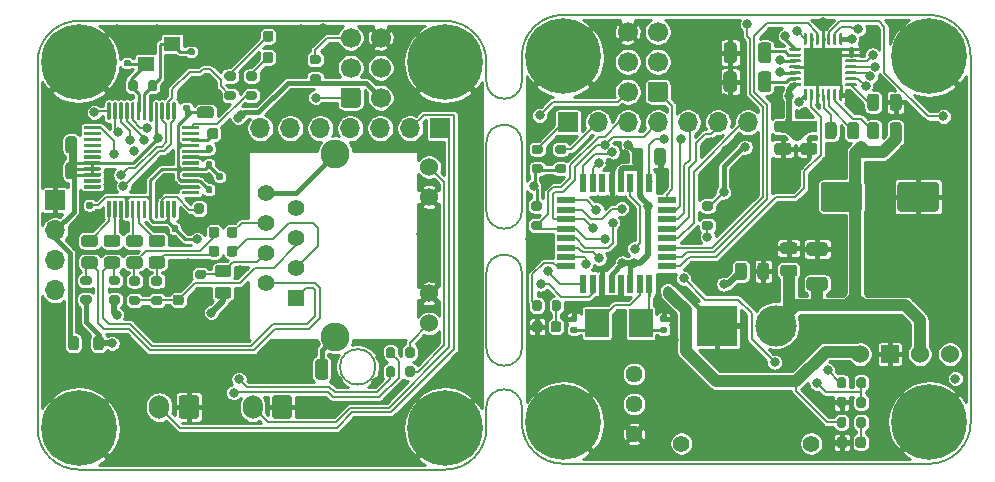
<source format=gbr>
%TF.GenerationSoftware,KiCad,Pcbnew,(5.1.8-0-10_14)*%
%TF.CreationDate,2021-08-18T19:24:50+02:00*%
%TF.ProjectId,ethersweep,65746865-7273-4776-9565-702e6b696361,2.0.1*%
%TF.SameCoordinates,Original*%
%TF.FileFunction,Copper,L1,Top*%
%TF.FilePolarity,Positive*%
%FSLAX46Y46*%
G04 Gerber Fmt 4.6, Leading zero omitted, Abs format (unit mm)*
G04 Created by KiCad (PCBNEW (5.1.8-0-10_14)) date 2021-08-18 19:24:50*
%MOMM*%
%LPD*%
G01*
G04 APERTURE LIST*
%TA.AperFunction,Profile*%
%ADD10C,0.150000*%
%TD*%
%TA.AperFunction,ComponentPad*%
%ADD11C,6.400000*%
%TD*%
%TA.AperFunction,ComponentPad*%
%ADD12C,0.800000*%
%TD*%
%TA.AperFunction,ComponentPad*%
%ADD13C,1.400000*%
%TD*%
%TA.AperFunction,ComponentPad*%
%ADD14R,3.500000X3.500000*%
%TD*%
%TA.AperFunction,ComponentPad*%
%ADD15C,3.500000*%
%TD*%
%TA.AperFunction,ComponentPad*%
%ADD16O,1.700000X2.000000*%
%TD*%
%TA.AperFunction,ComponentPad*%
%ADD17C,1.700000*%
%TD*%
%TA.AperFunction,ComponentPad*%
%ADD18R,1.700000X1.700000*%
%TD*%
%TA.AperFunction,ComponentPad*%
%ADD19O,1.700000X1.700000*%
%TD*%
%TA.AperFunction,SMDPad,CuDef*%
%ADD20R,0.550000X1.600000*%
%TD*%
%TA.AperFunction,SMDPad,CuDef*%
%ADD21R,1.600000X0.550000*%
%TD*%
%TA.AperFunction,SMDPad,CuDef*%
%ADD22R,2.000000X2.400000*%
%TD*%
%TA.AperFunction,ComponentPad*%
%ADD23R,1.398000X1.398000*%
%TD*%
%TA.AperFunction,ComponentPad*%
%ADD24C,1.398000*%
%TD*%
%TA.AperFunction,ComponentPad*%
%ADD25C,1.530000*%
%TD*%
%TA.AperFunction,ComponentPad*%
%ADD26C,2.445000*%
%TD*%
%TA.AperFunction,SMDPad,CuDef*%
%ADD27R,1.400000X1.200000*%
%TD*%
%TA.AperFunction,ComponentPad*%
%ADD28C,1.524000*%
%TD*%
%TA.AperFunction,ComponentPad*%
%ADD29R,1.524000X1.524000*%
%TD*%
%TA.AperFunction,ComponentPad*%
%ADD30C,1.440000*%
%TD*%
%TA.AperFunction,ComponentPad*%
%ADD31C,0.500000*%
%TD*%
%TA.AperFunction,SMDPad,CuDef*%
%ADD32R,3.250000X3.250000*%
%TD*%
%TA.AperFunction,ViaPad*%
%ADD33C,0.800000*%
%TD*%
%TA.AperFunction,Conductor*%
%ADD34C,0.200000*%
%TD*%
%TA.AperFunction,Conductor*%
%ADD35C,0.400000*%
%TD*%
%TA.AperFunction,Conductor*%
%ADD36C,0.500000*%
%TD*%
%TA.AperFunction,Conductor*%
%ADD37C,0.250000*%
%TD*%
%TA.AperFunction,Conductor*%
%ADD38C,1.000000*%
%TD*%
%TA.AperFunction,Conductor*%
%ADD39C,0.220000*%
%TD*%
%TA.AperFunction,Conductor*%
%ADD40C,0.100000*%
%TD*%
G04 APERTURE END LIST*
D10*
X198000000Y-81000000D02*
G75*
G02*
X201500000Y-84500000I0J-3500000D01*
G01*
X160500000Y-115500000D02*
X160500000Y-114200000D01*
X163500000Y-86600000D02*
X163500000Y-85000000D01*
X163500000Y-86600000D02*
G75*
G02*
X160500000Y-86600000I-1500000J0D01*
G01*
X163500000Y-115500000D02*
X163500000Y-114200000D01*
X160500000Y-86600000D02*
X160500000Y-85000000D01*
X160500000Y-114200000D02*
G75*
G02*
X163500000Y-114200000I1500000J0D01*
G01*
X163500000Y-97600000D02*
G75*
G02*
X160500000Y-97600000I-1500000J0D01*
G01*
X160500000Y-91800000D02*
G75*
G02*
X163500000Y-91800000I1500000J0D01*
G01*
X163500000Y-97600000D02*
X163500000Y-91800000D01*
X160500000Y-109200000D02*
X160500000Y-102800000D01*
X160500000Y-102800000D02*
G75*
G02*
X163500000Y-102800000I1500000J0D01*
G01*
X160500000Y-97600000D02*
X160500000Y-91800000D01*
X163500000Y-109200000D02*
X163500000Y-102800000D01*
X163500000Y-109200000D02*
G75*
G02*
X160500000Y-109200000I-1500000J0D01*
G01*
X160500000Y-116000000D02*
X160500000Y-115500000D01*
X163500000Y-84500000D02*
X163500000Y-85000000D01*
X151100000Y-110800000D02*
G75*
G03*
X151100000Y-110800000I-1500000J0D01*
G01*
X126000000Y-119500000D02*
G75*
G02*
X122500000Y-116000000I0J3500000D01*
G01*
X126000000Y-119500000D02*
X157000000Y-119500000D01*
X167000000Y-81000000D02*
X198000000Y-81000000D01*
X163500000Y-84500000D02*
G75*
G02*
X167000000Y-81000000I3500000J0D01*
G01*
X201500000Y-115500000D02*
G75*
G02*
X198000000Y-119000000I-3500000J0D01*
G01*
X167000000Y-119000000D02*
G75*
G02*
X163500000Y-115500000I0J3500000D01*
G01*
X167000000Y-119000000D02*
X198000000Y-119000000D01*
X201500000Y-115500000D02*
X201500000Y-84500000D01*
X122500000Y-85000000D02*
X122500000Y-116000000D01*
X160500000Y-116000000D02*
G75*
G02*
X157000000Y-119500000I-3500000J0D01*
G01*
X157000000Y-81500000D02*
G75*
G02*
X160500000Y-85000000I0J-3500000D01*
G01*
X122500000Y-85000000D02*
G75*
G02*
X126000000Y-81500000I3500000J0D01*
G01*
X157000000Y-81500000D02*
X126000000Y-81500000D01*
%TA.AperFunction,SMDPad,CuDef*%
G36*
G01*
X188800000Y-97400000D02*
X188800000Y-95400000D01*
G75*
G02*
X189050000Y-95150000I250000J0D01*
G01*
X192050000Y-95150000D01*
G75*
G02*
X192300000Y-95400000I0J-250000D01*
G01*
X192300000Y-97400000D01*
G75*
G02*
X192050000Y-97650000I-250000J0D01*
G01*
X189050000Y-97650000D01*
G75*
G02*
X188800000Y-97400000I0J250000D01*
G01*
G37*
%TD.AperFunction*%
%TA.AperFunction,SMDPad,CuDef*%
G36*
G01*
X195300000Y-97400000D02*
X195300000Y-95400000D01*
G75*
G02*
X195550000Y-95150000I250000J0D01*
G01*
X198550000Y-95150000D01*
G75*
G02*
X198800000Y-95400000I0J-250000D01*
G01*
X198800000Y-97400000D01*
G75*
G02*
X198550000Y-97650000I-250000J0D01*
G01*
X195550000Y-97650000D01*
G75*
G02*
X195300000Y-97400000I0J250000D01*
G01*
G37*
%TD.AperFunction*%
D11*
X198000000Y-84500000D03*
D12*
X200400000Y-84500000D03*
X199697056Y-86197056D03*
X198000000Y-86900000D03*
X196302944Y-86197056D03*
X195600000Y-84500000D03*
X196302944Y-82802944D03*
X198000000Y-82100000D03*
X199697056Y-82802944D03*
D13*
X177000000Y-117300000D03*
X188000000Y-117300000D03*
D14*
X180000000Y-107300000D03*
D15*
X185000000Y-107300000D03*
D16*
X132800000Y-114200000D03*
%TA.AperFunction,ComponentPad*%
G36*
G01*
X136150000Y-113450000D02*
X136150000Y-114950000D01*
G75*
G02*
X135900000Y-115200000I-250000J0D01*
G01*
X134700000Y-115200000D01*
G75*
G02*
X134450000Y-114950000I0J250000D01*
G01*
X134450000Y-113450000D01*
G75*
G02*
X134700000Y-113200000I250000J0D01*
G01*
X135900000Y-113200000D01*
G75*
G02*
X136150000Y-113450000I0J-250000D01*
G01*
G37*
%TD.AperFunction*%
%TA.AperFunction,ComponentPad*%
G36*
G01*
X148150000Y-88600000D02*
X148150000Y-87400000D01*
G75*
G02*
X148400000Y-87150000I250000J0D01*
G01*
X149600000Y-87150000D01*
G75*
G02*
X149850000Y-87400000I0J-250000D01*
G01*
X149850000Y-88600000D01*
G75*
G02*
X149600000Y-88850000I-250000J0D01*
G01*
X148400000Y-88850000D01*
G75*
G02*
X148150000Y-88600000I0J250000D01*
G01*
G37*
%TD.AperFunction*%
D17*
X149000000Y-85460000D03*
X149000000Y-82920000D03*
X151540000Y-88000000D03*
X151540000Y-85460000D03*
X151540000Y-82920000D03*
%TA.AperFunction,ComponentPad*%
G36*
G01*
X175850000Y-86900000D02*
X175850000Y-88100000D01*
G75*
G02*
X175600000Y-88350000I-250000J0D01*
G01*
X174400000Y-88350000D01*
G75*
G02*
X174150000Y-88100000I0J250000D01*
G01*
X174150000Y-86900000D01*
G75*
G02*
X174400000Y-86650000I250000J0D01*
G01*
X175600000Y-86650000D01*
G75*
G02*
X175850000Y-86900000I0J-250000D01*
G01*
G37*
%TD.AperFunction*%
X175000000Y-84960000D03*
X175000000Y-82420000D03*
X172460000Y-87500000D03*
X172460000Y-84960000D03*
X172460000Y-82420000D03*
D11*
X167000000Y-115500000D03*
D12*
X169400000Y-115500000D03*
X168697056Y-117197056D03*
X167000000Y-117900000D03*
X165302944Y-117197056D03*
X164600000Y-115500000D03*
X165302944Y-113802944D03*
X167000000Y-113100000D03*
X168697056Y-113802944D03*
X199697056Y-113777945D03*
X198000000Y-113075001D03*
X196302944Y-113777945D03*
X195600000Y-115475001D03*
X196302944Y-117172057D03*
X198000000Y-117875001D03*
X199697056Y-117172057D03*
X200400000Y-115475001D03*
D11*
X198000000Y-115475001D03*
D12*
X168697056Y-82802944D03*
X167000000Y-82100000D03*
X165302944Y-82802944D03*
X164600000Y-84500000D03*
X165302944Y-86197056D03*
X167000000Y-86900000D03*
X168697056Y-86197056D03*
X169400000Y-84500000D03*
D11*
X167000000Y-84500000D03*
%TA.AperFunction,SMDPad,CuDef*%
G36*
G01*
X174700000Y-93475000D02*
X174700000Y-92525000D01*
G75*
G02*
X174950000Y-92275000I250000J0D01*
G01*
X175450000Y-92275000D01*
G75*
G02*
X175700000Y-92525000I0J-250000D01*
G01*
X175700000Y-93475000D01*
G75*
G02*
X175450000Y-93725000I-250000J0D01*
G01*
X174950000Y-93725000D01*
G75*
G02*
X174700000Y-93475000I0J250000D01*
G01*
G37*
%TD.AperFunction*%
%TA.AperFunction,SMDPad,CuDef*%
G36*
G01*
X172800000Y-93475000D02*
X172800000Y-92525000D01*
G75*
G02*
X173050000Y-92275000I250000J0D01*
G01*
X173550000Y-92275000D01*
G75*
G02*
X173800000Y-92525000I0J-250000D01*
G01*
X173800000Y-93475000D01*
G75*
G02*
X173550000Y-93725000I-250000J0D01*
G01*
X173050000Y-93725000D01*
G75*
G02*
X172800000Y-93475000I0J250000D01*
G01*
G37*
%TD.AperFunction*%
%TA.AperFunction,SMDPad,CuDef*%
G36*
G01*
X168070000Y-107000000D02*
X167730000Y-107000000D01*
G75*
G02*
X167590000Y-106860000I0J140000D01*
G01*
X167590000Y-106580000D01*
G75*
G02*
X167730000Y-106440000I140000J0D01*
G01*
X168070000Y-106440000D01*
G75*
G02*
X168210000Y-106580000I0J-140000D01*
G01*
X168210000Y-106860000D01*
G75*
G02*
X168070000Y-107000000I-140000J0D01*
G01*
G37*
%TD.AperFunction*%
%TA.AperFunction,SMDPad,CuDef*%
G36*
G01*
X168070000Y-107960000D02*
X167730000Y-107960000D01*
G75*
G02*
X167590000Y-107820000I0J140000D01*
G01*
X167590000Y-107540000D01*
G75*
G02*
X167730000Y-107400000I140000J0D01*
G01*
X168070000Y-107400000D01*
G75*
G02*
X168210000Y-107540000I0J-140000D01*
G01*
X168210000Y-107820000D01*
G75*
G02*
X168070000Y-107960000I-140000J0D01*
G01*
G37*
%TD.AperFunction*%
%TA.AperFunction,SMDPad,CuDef*%
G36*
G01*
X175330000Y-106440000D02*
X175670000Y-106440000D01*
G75*
G02*
X175810000Y-106580000I0J-140000D01*
G01*
X175810000Y-106860000D01*
G75*
G02*
X175670000Y-107000000I-140000J0D01*
G01*
X175330000Y-107000000D01*
G75*
G02*
X175190000Y-106860000I0J140000D01*
G01*
X175190000Y-106580000D01*
G75*
G02*
X175330000Y-106440000I140000J0D01*
G01*
G37*
%TD.AperFunction*%
%TA.AperFunction,SMDPad,CuDef*%
G36*
G01*
X175330000Y-107400000D02*
X175670000Y-107400000D01*
G75*
G02*
X175810000Y-107540000I0J-140000D01*
G01*
X175810000Y-107820000D01*
G75*
G02*
X175670000Y-107960000I-140000J0D01*
G01*
X175330000Y-107960000D01*
G75*
G02*
X175190000Y-107820000I0J140000D01*
G01*
X175190000Y-107540000D01*
G75*
G02*
X175330000Y-107400000I140000J0D01*
G01*
G37*
%TD.AperFunction*%
%TA.AperFunction,SMDPad,CuDef*%
G36*
G01*
X184450000Y-102225000D02*
X184450000Y-103175000D01*
G75*
G02*
X184200000Y-103425000I-250000J0D01*
G01*
X183700000Y-103425000D01*
G75*
G02*
X183450000Y-103175000I0J250000D01*
G01*
X183450000Y-102225000D01*
G75*
G02*
X183700000Y-101975000I250000J0D01*
G01*
X184200000Y-101975000D01*
G75*
G02*
X184450000Y-102225000I0J-250000D01*
G01*
G37*
%TD.AperFunction*%
%TA.AperFunction,SMDPad,CuDef*%
G36*
G01*
X182550000Y-102225000D02*
X182550000Y-103175000D01*
G75*
G02*
X182300000Y-103425000I-250000J0D01*
G01*
X181800000Y-103425000D01*
G75*
G02*
X181550000Y-103175000I0J250000D01*
G01*
X181550000Y-102225000D01*
G75*
G02*
X181800000Y-101975000I250000J0D01*
G01*
X182300000Y-101975000D01*
G75*
G02*
X182550000Y-102225000I0J-250000D01*
G01*
G37*
%TD.AperFunction*%
D18*
X124000000Y-96700000D03*
D19*
X124000000Y-99240000D03*
X124000000Y-101780000D03*
X124000000Y-104320000D03*
%TA.AperFunction,ComponentPad*%
G36*
G01*
X144050000Y-113450000D02*
X144050000Y-114950000D01*
G75*
G02*
X143800000Y-115200000I-250000J0D01*
G01*
X142600000Y-115200000D01*
G75*
G02*
X142350000Y-114950000I0J250000D01*
G01*
X142350000Y-113450000D01*
G75*
G02*
X142600000Y-113200000I250000J0D01*
G01*
X143800000Y-113200000D01*
G75*
G02*
X144050000Y-113450000I0J-250000D01*
G01*
G37*
%TD.AperFunction*%
D16*
X140700000Y-114200000D03*
%TA.AperFunction,SMDPad,CuDef*%
G36*
G01*
X190175000Y-115775000D02*
X190175000Y-115225000D01*
G75*
G02*
X190375000Y-115025000I200000J0D01*
G01*
X190775000Y-115025000D01*
G75*
G02*
X190975000Y-115225000I0J-200000D01*
G01*
X190975000Y-115775000D01*
G75*
G02*
X190775000Y-115975000I-200000J0D01*
G01*
X190375000Y-115975000D01*
G75*
G02*
X190175000Y-115775000I0J200000D01*
G01*
G37*
%TD.AperFunction*%
%TA.AperFunction,SMDPad,CuDef*%
G36*
G01*
X191825000Y-115775000D02*
X191825000Y-115225000D01*
G75*
G02*
X192025000Y-115025000I200000J0D01*
G01*
X192425000Y-115025000D01*
G75*
G02*
X192625000Y-115225000I0J-200000D01*
G01*
X192625000Y-115775000D01*
G75*
G02*
X192425000Y-115975000I-200000J0D01*
G01*
X192025000Y-115975000D01*
G75*
G02*
X191825000Y-115775000I0J200000D01*
G01*
G37*
%TD.AperFunction*%
D20*
X168700000Y-103750000D03*
X169500000Y-103750000D03*
X170300000Y-103750000D03*
X171100000Y-103750000D03*
X171900000Y-103750000D03*
X172700000Y-103750000D03*
X173500000Y-103750000D03*
X174300000Y-103750000D03*
D21*
X175750000Y-102300000D03*
X175750000Y-101500000D03*
X175750000Y-100700000D03*
X175750000Y-99900000D03*
X175750000Y-99100000D03*
X175750000Y-98300000D03*
X175750000Y-97500000D03*
X175750000Y-96700000D03*
D20*
X174300000Y-95250000D03*
X173500000Y-95250000D03*
X172700000Y-95250000D03*
X171900000Y-95250000D03*
X171100000Y-95250000D03*
X170300000Y-95250000D03*
X169500000Y-95250000D03*
X168700000Y-95250000D03*
D21*
X167250000Y-96700000D03*
X167250000Y-97500000D03*
X167250000Y-98300000D03*
X167250000Y-99100000D03*
X167250000Y-99900000D03*
X167250000Y-100700000D03*
X167250000Y-101500000D03*
X167250000Y-102300000D03*
D11*
X126000000Y-85000000D03*
D12*
X128400000Y-85000000D03*
X127697056Y-86697056D03*
X126000000Y-87400000D03*
X124302944Y-86697056D03*
X123600000Y-85000000D03*
X124302944Y-83302944D03*
X126000000Y-82600000D03*
X127697056Y-83302944D03*
X158697056Y-83302944D03*
X157000000Y-82600000D03*
X155302944Y-83302944D03*
X154600000Y-85000000D03*
X155302944Y-86697056D03*
X157000000Y-87400000D03*
X158697056Y-86697056D03*
X159400000Y-85000000D03*
D11*
X157000000Y-85000000D03*
X157000000Y-116000000D03*
D12*
X159400000Y-116000000D03*
X158697056Y-117697056D03*
X157000000Y-118400000D03*
X155302944Y-117697056D03*
X154600000Y-116000000D03*
X155302944Y-114302944D03*
X157000000Y-113600000D03*
X158697056Y-114302944D03*
X127697056Y-114302944D03*
X126000000Y-113600000D03*
X124302944Y-114302944D03*
X123600000Y-116000000D03*
X124302944Y-117697056D03*
X126000000Y-118400000D03*
X127697056Y-117697056D03*
X128400000Y-116000000D03*
D11*
X126000000Y-116000000D03*
%TA.AperFunction,SMDPad,CuDef*%
G36*
G01*
X164475000Y-96775000D02*
X165025000Y-96775000D01*
G75*
G02*
X165225000Y-96975000I0J-200000D01*
G01*
X165225000Y-97375000D01*
G75*
G02*
X165025000Y-97575000I-200000J0D01*
G01*
X164475000Y-97575000D01*
G75*
G02*
X164275000Y-97375000I0J200000D01*
G01*
X164275000Y-96975000D01*
G75*
G02*
X164475000Y-96775000I200000J0D01*
G01*
G37*
%TD.AperFunction*%
%TA.AperFunction,SMDPad,CuDef*%
G36*
G01*
X164475000Y-98425000D02*
X165025000Y-98425000D01*
G75*
G02*
X165225000Y-98625000I0J-200000D01*
G01*
X165225000Y-99025000D01*
G75*
G02*
X165025000Y-99225000I-200000J0D01*
G01*
X164475000Y-99225000D01*
G75*
G02*
X164275000Y-99025000I0J200000D01*
G01*
X164275000Y-98625000D01*
G75*
G02*
X164475000Y-98425000I200000J0D01*
G01*
G37*
%TD.AperFunction*%
%TA.AperFunction,SMDPad,CuDef*%
G36*
G01*
X178925000Y-98425000D02*
X179475000Y-98425000D01*
G75*
G02*
X179675000Y-98625000I0J-200000D01*
G01*
X179675000Y-99025000D01*
G75*
G02*
X179475000Y-99225000I-200000J0D01*
G01*
X178925000Y-99225000D01*
G75*
G02*
X178725000Y-99025000I0J200000D01*
G01*
X178725000Y-98625000D01*
G75*
G02*
X178925000Y-98425000I200000J0D01*
G01*
G37*
%TD.AperFunction*%
%TA.AperFunction,SMDPad,CuDef*%
G36*
G01*
X178925000Y-96775000D02*
X179475000Y-96775000D01*
G75*
G02*
X179675000Y-96975000I0J-200000D01*
G01*
X179675000Y-97375000D01*
G75*
G02*
X179475000Y-97575000I-200000J0D01*
G01*
X178925000Y-97575000D01*
G75*
G02*
X178725000Y-97375000I0J200000D01*
G01*
X178725000Y-96975000D01*
G75*
G02*
X178925000Y-96775000I200000J0D01*
G01*
G37*
%TD.AperFunction*%
%TA.AperFunction,SMDPad,CuDef*%
G36*
G01*
X165075000Y-92775000D02*
X164525000Y-92775000D01*
G75*
G02*
X164325000Y-92575000I0J200000D01*
G01*
X164325000Y-92175000D01*
G75*
G02*
X164525000Y-91975000I200000J0D01*
G01*
X165075000Y-91975000D01*
G75*
G02*
X165275000Y-92175000I0J-200000D01*
G01*
X165275000Y-92575000D01*
G75*
G02*
X165075000Y-92775000I-200000J0D01*
G01*
G37*
%TD.AperFunction*%
%TA.AperFunction,SMDPad,CuDef*%
G36*
G01*
X165075000Y-94425000D02*
X164525000Y-94425000D01*
G75*
G02*
X164325000Y-94225000I0J200000D01*
G01*
X164325000Y-93825000D01*
G75*
G02*
X164525000Y-93625000I200000J0D01*
G01*
X165075000Y-93625000D01*
G75*
G02*
X165275000Y-93825000I0J-200000D01*
G01*
X165275000Y-94225000D01*
G75*
G02*
X165075000Y-94425000I-200000J0D01*
G01*
G37*
%TD.AperFunction*%
%TA.AperFunction,SMDPad,CuDef*%
G36*
G01*
X167075000Y-94425000D02*
X166525000Y-94425000D01*
G75*
G02*
X166325000Y-94225000I0J200000D01*
G01*
X166325000Y-93825000D01*
G75*
G02*
X166525000Y-93625000I200000J0D01*
G01*
X167075000Y-93625000D01*
G75*
G02*
X167275000Y-93825000I0J-200000D01*
G01*
X167275000Y-94225000D01*
G75*
G02*
X167075000Y-94425000I-200000J0D01*
G01*
G37*
%TD.AperFunction*%
%TA.AperFunction,SMDPad,CuDef*%
G36*
G01*
X167075000Y-92775000D02*
X166525000Y-92775000D01*
G75*
G02*
X166325000Y-92575000I0J200000D01*
G01*
X166325000Y-92175000D01*
G75*
G02*
X166525000Y-91975000I200000J0D01*
G01*
X167075000Y-91975000D01*
G75*
G02*
X167275000Y-92175000I0J-200000D01*
G01*
X167275000Y-92575000D01*
G75*
G02*
X167075000Y-92775000I-200000J0D01*
G01*
G37*
%TD.AperFunction*%
%TA.AperFunction,SMDPad,CuDef*%
G36*
G01*
X146275000Y-86825000D02*
X145725000Y-86825000D01*
G75*
G02*
X145525000Y-86625000I0J200000D01*
G01*
X145525000Y-86225000D01*
G75*
G02*
X145725000Y-86025000I200000J0D01*
G01*
X146275000Y-86025000D01*
G75*
G02*
X146475000Y-86225000I0J-200000D01*
G01*
X146475000Y-86625000D01*
G75*
G02*
X146275000Y-86825000I-200000J0D01*
G01*
G37*
%TD.AperFunction*%
%TA.AperFunction,SMDPad,CuDef*%
G36*
G01*
X146275000Y-85175000D02*
X145725000Y-85175000D01*
G75*
G02*
X145525000Y-84975000I0J200000D01*
G01*
X145525000Y-84575000D01*
G75*
G02*
X145725000Y-84375000I200000J0D01*
G01*
X146275000Y-84375000D01*
G75*
G02*
X146475000Y-84575000I0J-200000D01*
G01*
X146475000Y-84975000D01*
G75*
G02*
X146275000Y-85175000I-200000J0D01*
G01*
G37*
%TD.AperFunction*%
D22*
X173550000Y-107100000D03*
X169850000Y-107100000D03*
%TA.AperFunction,SMDPad,CuDef*%
G36*
G01*
X190180001Y-112430001D02*
X190180001Y-111880001D01*
G75*
G02*
X190380001Y-111680001I200000J0D01*
G01*
X190780001Y-111680001D01*
G75*
G02*
X190980001Y-111880001I0J-200000D01*
G01*
X190980001Y-112430001D01*
G75*
G02*
X190780001Y-112630001I-200000J0D01*
G01*
X190380001Y-112630001D01*
G75*
G02*
X190180001Y-112430001I0J200000D01*
G01*
G37*
%TD.AperFunction*%
%TA.AperFunction,SMDPad,CuDef*%
G36*
G01*
X191830001Y-112430001D02*
X191830001Y-111880001D01*
G75*
G02*
X192030001Y-111680001I200000J0D01*
G01*
X192430001Y-111680001D01*
G75*
G02*
X192630001Y-111880001I0J-200000D01*
G01*
X192630001Y-112430001D01*
G75*
G02*
X192430001Y-112630001I-200000J0D01*
G01*
X192030001Y-112630001D01*
G75*
G02*
X191830001Y-112430001I0J200000D01*
G01*
G37*
%TD.AperFunction*%
%TA.AperFunction,SMDPad,CuDef*%
G36*
G01*
X190975000Y-113525000D02*
X190975000Y-114075000D01*
G75*
G02*
X190775000Y-114275000I-200000J0D01*
G01*
X190375000Y-114275000D01*
G75*
G02*
X190175000Y-114075000I0J200000D01*
G01*
X190175000Y-113525000D01*
G75*
G02*
X190375000Y-113325000I200000J0D01*
G01*
X190775000Y-113325000D01*
G75*
G02*
X190975000Y-113525000I0J-200000D01*
G01*
G37*
%TD.AperFunction*%
%TA.AperFunction,SMDPad,CuDef*%
G36*
G01*
X192625000Y-113525000D02*
X192625000Y-114075000D01*
G75*
G02*
X192425000Y-114275000I-200000J0D01*
G01*
X192025000Y-114275000D01*
G75*
G02*
X191825000Y-114075000I0J200000D01*
G01*
X191825000Y-113525000D01*
G75*
G02*
X192025000Y-113325000I200000J0D01*
G01*
X192425000Y-113325000D01*
G75*
G02*
X192625000Y-113525000I0J-200000D01*
G01*
G37*
%TD.AperFunction*%
%TA.AperFunction,SMDPad,CuDef*%
G36*
G01*
X147125000Y-110374997D02*
X147125000Y-111625003D01*
G75*
G02*
X146875003Y-111875000I-249997J0D01*
G01*
X146249997Y-111875000D01*
G75*
G02*
X146000000Y-111625003I0J249997D01*
G01*
X146000000Y-110374997D01*
G75*
G02*
X146249997Y-110125000I249997J0D01*
G01*
X146875003Y-110125000D01*
G75*
G02*
X147125000Y-110374997I0J-249997D01*
G01*
G37*
%TD.AperFunction*%
%TA.AperFunction,SMDPad,CuDef*%
G36*
G01*
X144200000Y-110374997D02*
X144200000Y-111625003D01*
G75*
G02*
X143950003Y-111875000I-249997J0D01*
G01*
X143324997Y-111875000D01*
G75*
G02*
X143075000Y-111625003I0J249997D01*
G01*
X143075000Y-110374997D01*
G75*
G02*
X143324997Y-110125000I249997J0D01*
G01*
X143950003Y-110125000D01*
G75*
G02*
X144200000Y-110374997I0J-249997D01*
G01*
G37*
%TD.AperFunction*%
%TA.AperFunction,SMDPad,CuDef*%
G36*
G01*
X136575000Y-105025000D02*
X136025000Y-105025000D01*
G75*
G02*
X135825000Y-104825000I0J200000D01*
G01*
X135825000Y-104425000D01*
G75*
G02*
X136025000Y-104225000I200000J0D01*
G01*
X136575000Y-104225000D01*
G75*
G02*
X136775000Y-104425000I0J-200000D01*
G01*
X136775000Y-104825000D01*
G75*
G02*
X136575000Y-105025000I-200000J0D01*
G01*
G37*
%TD.AperFunction*%
%TA.AperFunction,SMDPad,CuDef*%
G36*
G01*
X136575000Y-103375000D02*
X136025000Y-103375000D01*
G75*
G02*
X135825000Y-103175000I0J200000D01*
G01*
X135825000Y-102775000D01*
G75*
G02*
X136025000Y-102575000I200000J0D01*
G01*
X136575000Y-102575000D01*
G75*
G02*
X136775000Y-102775000I0J-200000D01*
G01*
X136775000Y-103175000D01*
G75*
G02*
X136575000Y-103375000I-200000J0D01*
G01*
G37*
%TD.AperFunction*%
%TA.AperFunction,SMDPad,CuDef*%
G36*
G01*
X134150000Y-104675000D02*
X134650000Y-104675000D01*
G75*
G02*
X134875000Y-104900000I0J-225000D01*
G01*
X134875000Y-105350000D01*
G75*
G02*
X134650000Y-105575000I-225000J0D01*
G01*
X134150000Y-105575000D01*
G75*
G02*
X133925000Y-105350000I0J225000D01*
G01*
X133925000Y-104900000D01*
G75*
G02*
X134150000Y-104675000I225000J0D01*
G01*
G37*
%TD.AperFunction*%
%TA.AperFunction,SMDPad,CuDef*%
G36*
G01*
X134150000Y-103125000D02*
X134650000Y-103125000D01*
G75*
G02*
X134875000Y-103350000I0J-225000D01*
G01*
X134875000Y-103800000D01*
G75*
G02*
X134650000Y-104025000I-225000J0D01*
G01*
X134150000Y-104025000D01*
G75*
G02*
X133925000Y-103800000I0J225000D01*
G01*
X133925000Y-103350000D01*
G75*
G02*
X134150000Y-103125000I225000J0D01*
G01*
G37*
%TD.AperFunction*%
%TA.AperFunction,SMDPad,CuDef*%
G36*
G01*
X136740000Y-93870000D02*
X136740000Y-93530000D01*
G75*
G02*
X136880000Y-93390000I140000J0D01*
G01*
X137160000Y-93390000D01*
G75*
G02*
X137300000Y-93530000I0J-140000D01*
G01*
X137300000Y-93870000D01*
G75*
G02*
X137160000Y-94010000I-140000J0D01*
G01*
X136880000Y-94010000D01*
G75*
G02*
X136740000Y-93870000I0J140000D01*
G01*
G37*
%TD.AperFunction*%
%TA.AperFunction,SMDPad,CuDef*%
G36*
G01*
X137700000Y-93870000D02*
X137700000Y-93530000D01*
G75*
G02*
X137840000Y-93390000I140000J0D01*
G01*
X138120000Y-93390000D01*
G75*
G02*
X138260000Y-93530000I0J-140000D01*
G01*
X138260000Y-93870000D01*
G75*
G02*
X138120000Y-94010000I-140000J0D01*
G01*
X137840000Y-94010000D01*
G75*
G02*
X137700000Y-93870000I0J140000D01*
G01*
G37*
%TD.AperFunction*%
%TA.AperFunction,SMDPad,CuDef*%
G36*
G01*
X138600000Y-94870000D02*
X138600000Y-94530000D01*
G75*
G02*
X138740000Y-94390000I140000J0D01*
G01*
X139020000Y-94390000D01*
G75*
G02*
X139160000Y-94530000I0J-140000D01*
G01*
X139160000Y-94870000D01*
G75*
G02*
X139020000Y-95010000I-140000J0D01*
G01*
X138740000Y-95010000D01*
G75*
G02*
X138600000Y-94870000I0J140000D01*
G01*
G37*
%TD.AperFunction*%
%TA.AperFunction,SMDPad,CuDef*%
G36*
G01*
X137640000Y-94870000D02*
X137640000Y-94530000D01*
G75*
G02*
X137780000Y-94390000I140000J0D01*
G01*
X138060000Y-94390000D01*
G75*
G02*
X138200000Y-94530000I0J-140000D01*
G01*
X138200000Y-94870000D01*
G75*
G02*
X138060000Y-95010000I-140000J0D01*
G01*
X137780000Y-95010000D01*
G75*
G02*
X137640000Y-94870000I0J140000D01*
G01*
G37*
%TD.AperFunction*%
%TA.AperFunction,SMDPad,CuDef*%
G36*
G01*
X135270000Y-89160000D02*
X134930000Y-89160000D01*
G75*
G02*
X134790000Y-89020000I0J140000D01*
G01*
X134790000Y-88740000D01*
G75*
G02*
X134930000Y-88600000I140000J0D01*
G01*
X135270000Y-88600000D01*
G75*
G02*
X135410000Y-88740000I0J-140000D01*
G01*
X135410000Y-89020000D01*
G75*
G02*
X135270000Y-89160000I-140000J0D01*
G01*
G37*
%TD.AperFunction*%
%TA.AperFunction,SMDPad,CuDef*%
G36*
G01*
X135270000Y-88200000D02*
X134930000Y-88200000D01*
G75*
G02*
X134790000Y-88060000I0J140000D01*
G01*
X134790000Y-87780000D01*
G75*
G02*
X134930000Y-87640000I140000J0D01*
G01*
X135270000Y-87640000D01*
G75*
G02*
X135410000Y-87780000I0J-140000D01*
G01*
X135410000Y-88060000D01*
G75*
G02*
X135270000Y-88200000I-140000J0D01*
G01*
G37*
%TD.AperFunction*%
%TA.AperFunction,SMDPad,CuDef*%
G36*
G01*
X134800000Y-99270000D02*
X134800000Y-98930000D01*
G75*
G02*
X134940000Y-98790000I140000J0D01*
G01*
X135220000Y-98790000D01*
G75*
G02*
X135360000Y-98930000I0J-140000D01*
G01*
X135360000Y-99270000D01*
G75*
G02*
X135220000Y-99410000I-140000J0D01*
G01*
X134940000Y-99410000D01*
G75*
G02*
X134800000Y-99270000I0J140000D01*
G01*
G37*
%TD.AperFunction*%
%TA.AperFunction,SMDPad,CuDef*%
G36*
G01*
X133840000Y-99270000D02*
X133840000Y-98930000D01*
G75*
G02*
X133980000Y-98790000I140000J0D01*
G01*
X134260000Y-98790000D01*
G75*
G02*
X134400000Y-98930000I0J-140000D01*
G01*
X134400000Y-99270000D01*
G75*
G02*
X134260000Y-99410000I-140000J0D01*
G01*
X133980000Y-99410000D01*
G75*
G02*
X133840000Y-99270000I0J140000D01*
G01*
G37*
%TD.AperFunction*%
%TA.AperFunction,SMDPad,CuDef*%
G36*
G01*
X126730000Y-97800000D02*
X127070000Y-97800000D01*
G75*
G02*
X127210000Y-97940000I0J-140000D01*
G01*
X127210000Y-98220000D01*
G75*
G02*
X127070000Y-98360000I-140000J0D01*
G01*
X126730000Y-98360000D01*
G75*
G02*
X126590000Y-98220000I0J140000D01*
G01*
X126590000Y-97940000D01*
G75*
G02*
X126730000Y-97800000I140000J0D01*
G01*
G37*
%TD.AperFunction*%
%TA.AperFunction,SMDPad,CuDef*%
G36*
G01*
X126730000Y-96840000D02*
X127070000Y-96840000D01*
G75*
G02*
X127210000Y-96980000I0J-140000D01*
G01*
X127210000Y-97260000D01*
G75*
G02*
X127070000Y-97400000I-140000J0D01*
G01*
X126730000Y-97400000D01*
G75*
G02*
X126590000Y-97260000I0J140000D01*
G01*
X126590000Y-96980000D01*
G75*
G02*
X126730000Y-96840000I140000J0D01*
G01*
G37*
%TD.AperFunction*%
%TA.AperFunction,SMDPad,CuDef*%
G36*
G01*
X137700000Y-95970000D02*
X137700000Y-95630000D01*
G75*
G02*
X137840000Y-95490000I140000J0D01*
G01*
X138120000Y-95490000D01*
G75*
G02*
X138260000Y-95630000I0J-140000D01*
G01*
X138260000Y-95970000D01*
G75*
G02*
X138120000Y-96110000I-140000J0D01*
G01*
X137840000Y-96110000D01*
G75*
G02*
X137700000Y-95970000I0J140000D01*
G01*
G37*
%TD.AperFunction*%
%TA.AperFunction,SMDPad,CuDef*%
G36*
G01*
X136740000Y-95970000D02*
X136740000Y-95630000D01*
G75*
G02*
X136880000Y-95490000I140000J0D01*
G01*
X137160000Y-95490000D01*
G75*
G02*
X137300000Y-95630000I0J-140000D01*
G01*
X137300000Y-95970000D01*
G75*
G02*
X137160000Y-96110000I-140000J0D01*
G01*
X136880000Y-96110000D01*
G75*
G02*
X136740000Y-95970000I0J140000D01*
G01*
G37*
%TD.AperFunction*%
%TA.AperFunction,SMDPad,CuDef*%
G36*
G01*
X137175000Y-89750000D02*
X136225000Y-89750000D01*
G75*
G02*
X135975000Y-89500000I0J250000D01*
G01*
X135975000Y-89000000D01*
G75*
G02*
X136225000Y-88750000I250000J0D01*
G01*
X137175000Y-88750000D01*
G75*
G02*
X137425000Y-89000000I0J-250000D01*
G01*
X137425000Y-89500000D01*
G75*
G02*
X137175000Y-89750000I-250000J0D01*
G01*
G37*
%TD.AperFunction*%
%TA.AperFunction,SMDPad,CuDef*%
G36*
G01*
X137175000Y-87850000D02*
X136225000Y-87850000D01*
G75*
G02*
X135975000Y-87600000I0J250000D01*
G01*
X135975000Y-87100000D01*
G75*
G02*
X136225000Y-86850000I250000J0D01*
G01*
X137175000Y-86850000D01*
G75*
G02*
X137425000Y-87100000I0J-250000D01*
G01*
X137425000Y-87600000D01*
G75*
G02*
X137175000Y-87850000I-250000J0D01*
G01*
G37*
%TD.AperFunction*%
%TA.AperFunction,SMDPad,CuDef*%
G36*
G01*
X123950000Y-91525000D02*
X123950000Y-92475000D01*
G75*
G02*
X123700000Y-92725000I-250000J0D01*
G01*
X123200000Y-92725000D01*
G75*
G02*
X122950000Y-92475000I0J250000D01*
G01*
X122950000Y-91525000D01*
G75*
G02*
X123200000Y-91275000I250000J0D01*
G01*
X123700000Y-91275000D01*
G75*
G02*
X123950000Y-91525000I0J-250000D01*
G01*
G37*
%TD.AperFunction*%
%TA.AperFunction,SMDPad,CuDef*%
G36*
G01*
X125850000Y-91525000D02*
X125850000Y-92475000D01*
G75*
G02*
X125600000Y-92725000I-250000J0D01*
G01*
X125100000Y-92725000D01*
G75*
G02*
X124850000Y-92475000I0J250000D01*
G01*
X124850000Y-91525000D01*
G75*
G02*
X125100000Y-91275000I250000J0D01*
G01*
X125600000Y-91275000D01*
G75*
G02*
X125850000Y-91525000I0J-250000D01*
G01*
G37*
%TD.AperFunction*%
%TA.AperFunction,SMDPad,CuDef*%
G36*
G01*
X135670000Y-85360000D02*
X135330000Y-85360000D01*
G75*
G02*
X135190000Y-85220000I0J140000D01*
G01*
X135190000Y-84940000D01*
G75*
G02*
X135330000Y-84800000I140000J0D01*
G01*
X135670000Y-84800000D01*
G75*
G02*
X135810000Y-84940000I0J-140000D01*
G01*
X135810000Y-85220000D01*
G75*
G02*
X135670000Y-85360000I-140000J0D01*
G01*
G37*
%TD.AperFunction*%
%TA.AperFunction,SMDPad,CuDef*%
G36*
G01*
X135670000Y-84400000D02*
X135330000Y-84400000D01*
G75*
G02*
X135190000Y-84260000I0J140000D01*
G01*
X135190000Y-83980000D01*
G75*
G02*
X135330000Y-83840000I140000J0D01*
G01*
X135670000Y-83840000D01*
G75*
G02*
X135810000Y-83980000I0J-140000D01*
G01*
X135810000Y-84260000D01*
G75*
G02*
X135670000Y-84400000I-140000J0D01*
G01*
G37*
%TD.AperFunction*%
%TA.AperFunction,SMDPad,CuDef*%
G36*
G01*
X130270000Y-85360000D02*
X129930000Y-85360000D01*
G75*
G02*
X129790000Y-85220000I0J140000D01*
G01*
X129790000Y-84940000D01*
G75*
G02*
X129930000Y-84800000I140000J0D01*
G01*
X130270000Y-84800000D01*
G75*
G02*
X130410000Y-84940000I0J-140000D01*
G01*
X130410000Y-85220000D01*
G75*
G02*
X130270000Y-85360000I-140000J0D01*
G01*
G37*
%TD.AperFunction*%
%TA.AperFunction,SMDPad,CuDef*%
G36*
G01*
X130270000Y-84400000D02*
X129930000Y-84400000D01*
G75*
G02*
X129790000Y-84260000I0J140000D01*
G01*
X129790000Y-83980000D01*
G75*
G02*
X129930000Y-83840000I140000J0D01*
G01*
X130270000Y-83840000D01*
G75*
G02*
X130410000Y-83980000I0J-140000D01*
G01*
X130410000Y-84260000D01*
G75*
G02*
X130270000Y-84400000I-140000J0D01*
G01*
G37*
%TD.AperFunction*%
%TA.AperFunction,SMDPad,CuDef*%
G36*
G01*
X138425000Y-91300000D02*
X138425000Y-90800000D01*
G75*
G02*
X138650000Y-90575000I225000J0D01*
G01*
X139100000Y-90575000D01*
G75*
G02*
X139325000Y-90800000I0J-225000D01*
G01*
X139325000Y-91300000D01*
G75*
G02*
X139100000Y-91525000I-225000J0D01*
G01*
X138650000Y-91525000D01*
G75*
G02*
X138425000Y-91300000I0J225000D01*
G01*
G37*
%TD.AperFunction*%
%TA.AperFunction,SMDPad,CuDef*%
G36*
G01*
X136875000Y-91300000D02*
X136875000Y-90800000D01*
G75*
G02*
X137100000Y-90575000I225000J0D01*
G01*
X137550000Y-90575000D01*
G75*
G02*
X137775000Y-90800000I0J-225000D01*
G01*
X137775000Y-91300000D01*
G75*
G02*
X137550000Y-91525000I-225000J0D01*
G01*
X137100000Y-91525000D01*
G75*
G02*
X136875000Y-91300000I0J225000D01*
G01*
G37*
%TD.AperFunction*%
%TA.AperFunction,SMDPad,CuDef*%
G36*
G01*
X137720000Y-92520000D02*
X137720000Y-92180000D01*
G75*
G02*
X137860000Y-92040000I140000J0D01*
G01*
X138140000Y-92040000D01*
G75*
G02*
X138280000Y-92180000I0J-140000D01*
G01*
X138280000Y-92520000D01*
G75*
G02*
X138140000Y-92660000I-140000J0D01*
G01*
X137860000Y-92660000D01*
G75*
G02*
X137720000Y-92520000I0J140000D01*
G01*
G37*
%TD.AperFunction*%
%TA.AperFunction,SMDPad,CuDef*%
G36*
G01*
X136760000Y-92520000D02*
X136760000Y-92180000D01*
G75*
G02*
X136900000Y-92040000I140000J0D01*
G01*
X137180000Y-92040000D01*
G75*
G02*
X137320000Y-92180000I0J-140000D01*
G01*
X137320000Y-92520000D01*
G75*
G02*
X137180000Y-92660000I-140000J0D01*
G01*
X136900000Y-92660000D01*
G75*
G02*
X136760000Y-92520000I0J140000D01*
G01*
G37*
%TD.AperFunction*%
D18*
X167400000Y-90100000D03*
D19*
X169940000Y-90100000D03*
X172480000Y-90100000D03*
X175020000Y-90100000D03*
X177560000Y-90100000D03*
X180100000Y-90100000D03*
X182640000Y-90100000D03*
X141360000Y-90600000D03*
X143900000Y-90600000D03*
X146440000Y-90600000D03*
X148980000Y-90600000D03*
X151520000Y-90600000D03*
X154060000Y-90600000D03*
D18*
X156600000Y-90600000D03*
D23*
X144400000Y-104950000D03*
D24*
X141860000Y-103680000D03*
X144400000Y-102410000D03*
X141860000Y-101140000D03*
X144400000Y-99870000D03*
X141860000Y-98600000D03*
X144400000Y-97330000D03*
X141860000Y-96060000D03*
D25*
X155650000Y-107125000D03*
X155650000Y-104585000D03*
X155650000Y-93875000D03*
X155650000Y-96415000D03*
D26*
X147700000Y-108245000D03*
X147700000Y-92755000D03*
%TA.AperFunction,SMDPad,CuDef*%
G36*
G01*
X125100000Y-109181250D02*
X125100000Y-108418750D01*
G75*
G02*
X125318750Y-108200000I218750J0D01*
G01*
X125756250Y-108200000D01*
G75*
G02*
X125975000Y-108418750I0J-218750D01*
G01*
X125975000Y-109181250D01*
G75*
G02*
X125756250Y-109400000I-218750J0D01*
G01*
X125318750Y-109400000D01*
G75*
G02*
X125100000Y-109181250I0J218750D01*
G01*
G37*
%TD.AperFunction*%
%TA.AperFunction,SMDPad,CuDef*%
G36*
G01*
X127225000Y-109181250D02*
X127225000Y-108418750D01*
G75*
G02*
X127443750Y-108200000I218750J0D01*
G01*
X127881250Y-108200000D01*
G75*
G02*
X128100000Y-108418750I0J-218750D01*
G01*
X128100000Y-109181250D01*
G75*
G02*
X127881250Y-109400000I-218750J0D01*
G01*
X127443750Y-109400000D01*
G75*
G02*
X127225000Y-109181250I0J218750D01*
G01*
G37*
%TD.AperFunction*%
%TA.AperFunction,SMDPad,CuDef*%
G36*
G01*
X127350002Y-100650000D02*
X126449998Y-100650000D01*
G75*
G02*
X126200000Y-100400002I0J249998D01*
G01*
X126200000Y-99874998D01*
G75*
G02*
X126449998Y-99625000I249998J0D01*
G01*
X127350002Y-99625000D01*
G75*
G02*
X127600000Y-99874998I0J-249998D01*
G01*
X127600000Y-100400002D01*
G75*
G02*
X127350002Y-100650000I-249998J0D01*
G01*
G37*
%TD.AperFunction*%
%TA.AperFunction,SMDPad,CuDef*%
G36*
G01*
X127350002Y-102475000D02*
X126449998Y-102475000D01*
G75*
G02*
X126200000Y-102225002I0J249998D01*
G01*
X126200000Y-101699998D01*
G75*
G02*
X126449998Y-101450000I249998J0D01*
G01*
X127350002Y-101450000D01*
G75*
G02*
X127600000Y-101699998I0J-249998D01*
G01*
X127600000Y-102225002D01*
G75*
G02*
X127350002Y-102475000I-249998J0D01*
G01*
G37*
%TD.AperFunction*%
%TA.AperFunction,SMDPad,CuDef*%
G36*
G01*
X129250002Y-102475000D02*
X128349998Y-102475000D01*
G75*
G02*
X128100000Y-102225002I0J249998D01*
G01*
X128100000Y-101699998D01*
G75*
G02*
X128349998Y-101450000I249998J0D01*
G01*
X129250002Y-101450000D01*
G75*
G02*
X129500000Y-101699998I0J-249998D01*
G01*
X129500000Y-102225002D01*
G75*
G02*
X129250002Y-102475000I-249998J0D01*
G01*
G37*
%TD.AperFunction*%
%TA.AperFunction,SMDPad,CuDef*%
G36*
G01*
X129250002Y-100650000D02*
X128349998Y-100650000D01*
G75*
G02*
X128100000Y-100400002I0J249998D01*
G01*
X128100000Y-99874998D01*
G75*
G02*
X128349998Y-99625000I249998J0D01*
G01*
X129250002Y-99625000D01*
G75*
G02*
X129500000Y-99874998I0J-249998D01*
G01*
X129500000Y-100400002D01*
G75*
G02*
X129250002Y-100650000I-249998J0D01*
G01*
G37*
%TD.AperFunction*%
%TA.AperFunction,SMDPad,CuDef*%
G36*
G01*
X131150002Y-100650000D02*
X130249998Y-100650000D01*
G75*
G02*
X130000000Y-100400002I0J249998D01*
G01*
X130000000Y-99874998D01*
G75*
G02*
X130249998Y-99625000I249998J0D01*
G01*
X131150002Y-99625000D01*
G75*
G02*
X131400000Y-99874998I0J-249998D01*
G01*
X131400000Y-100400002D01*
G75*
G02*
X131150002Y-100650000I-249998J0D01*
G01*
G37*
%TD.AperFunction*%
%TA.AperFunction,SMDPad,CuDef*%
G36*
G01*
X131150002Y-102475000D02*
X130249998Y-102475000D01*
G75*
G02*
X130000000Y-102225002I0J249998D01*
G01*
X130000000Y-101699998D01*
G75*
G02*
X130249998Y-101450000I249998J0D01*
G01*
X131150002Y-101450000D01*
G75*
G02*
X131400000Y-101699998I0J-249998D01*
G01*
X131400000Y-102225002D01*
G75*
G02*
X131150002Y-102475000I-249998J0D01*
G01*
G37*
%TD.AperFunction*%
%TA.AperFunction,SMDPad,CuDef*%
G36*
G01*
X133050002Y-102475000D02*
X132149998Y-102475000D01*
G75*
G02*
X131900000Y-102225002I0J249998D01*
G01*
X131900000Y-101699998D01*
G75*
G02*
X132149998Y-101450000I249998J0D01*
G01*
X133050002Y-101450000D01*
G75*
G02*
X133300000Y-101699998I0J-249998D01*
G01*
X133300000Y-102225002D01*
G75*
G02*
X133050002Y-102475000I-249998J0D01*
G01*
G37*
%TD.AperFunction*%
%TA.AperFunction,SMDPad,CuDef*%
G36*
G01*
X133050002Y-100650000D02*
X132149998Y-100650000D01*
G75*
G02*
X131900000Y-100400002I0J249998D01*
G01*
X131900000Y-99874998D01*
G75*
G02*
X132149998Y-99625000I249998J0D01*
G01*
X133050002Y-99625000D01*
G75*
G02*
X133300000Y-99874998I0J-249998D01*
G01*
X133300000Y-100400002D01*
G75*
G02*
X133050002Y-100650000I-249998J0D01*
G01*
G37*
%TD.AperFunction*%
%TA.AperFunction,SMDPad,CuDef*%
G36*
G01*
X126875000Y-105525000D02*
X126325000Y-105525000D01*
G75*
G02*
X126125000Y-105325000I0J200000D01*
G01*
X126125000Y-104925000D01*
G75*
G02*
X126325000Y-104725000I200000J0D01*
G01*
X126875000Y-104725000D01*
G75*
G02*
X127075000Y-104925000I0J-200000D01*
G01*
X127075000Y-105325000D01*
G75*
G02*
X126875000Y-105525000I-200000J0D01*
G01*
G37*
%TD.AperFunction*%
%TA.AperFunction,SMDPad,CuDef*%
G36*
G01*
X126875000Y-103875000D02*
X126325000Y-103875000D01*
G75*
G02*
X126125000Y-103675000I0J200000D01*
G01*
X126125000Y-103275000D01*
G75*
G02*
X126325000Y-103075000I200000J0D01*
G01*
X126875000Y-103075000D01*
G75*
G02*
X127075000Y-103275000I0J-200000D01*
G01*
X127075000Y-103675000D01*
G75*
G02*
X126875000Y-103875000I-200000J0D01*
G01*
G37*
%TD.AperFunction*%
%TA.AperFunction,SMDPad,CuDef*%
G36*
G01*
X129275000Y-105525000D02*
X128725000Y-105525000D01*
G75*
G02*
X128525000Y-105325000I0J200000D01*
G01*
X128525000Y-104925000D01*
G75*
G02*
X128725000Y-104725000I200000J0D01*
G01*
X129275000Y-104725000D01*
G75*
G02*
X129475000Y-104925000I0J-200000D01*
G01*
X129475000Y-105325000D01*
G75*
G02*
X129275000Y-105525000I-200000J0D01*
G01*
G37*
%TD.AperFunction*%
%TA.AperFunction,SMDPad,CuDef*%
G36*
G01*
X129275000Y-103875000D02*
X128725000Y-103875000D01*
G75*
G02*
X128525000Y-103675000I0J200000D01*
G01*
X128525000Y-103275000D01*
G75*
G02*
X128725000Y-103075000I200000J0D01*
G01*
X129275000Y-103075000D01*
G75*
G02*
X129475000Y-103275000I0J-200000D01*
G01*
X129475000Y-103675000D01*
G75*
G02*
X129275000Y-103875000I-200000J0D01*
G01*
G37*
%TD.AperFunction*%
%TA.AperFunction,SMDPad,CuDef*%
G36*
G01*
X130975000Y-103925000D02*
X130425000Y-103925000D01*
G75*
G02*
X130225000Y-103725000I0J200000D01*
G01*
X130225000Y-103325000D01*
G75*
G02*
X130425000Y-103125000I200000J0D01*
G01*
X130975000Y-103125000D01*
G75*
G02*
X131175000Y-103325000I0J-200000D01*
G01*
X131175000Y-103725000D01*
G75*
G02*
X130975000Y-103925000I-200000J0D01*
G01*
G37*
%TD.AperFunction*%
%TA.AperFunction,SMDPad,CuDef*%
G36*
G01*
X130975000Y-105575000D02*
X130425000Y-105575000D01*
G75*
G02*
X130225000Y-105375000I0J200000D01*
G01*
X130225000Y-104975000D01*
G75*
G02*
X130425000Y-104775000I200000J0D01*
G01*
X130975000Y-104775000D01*
G75*
G02*
X131175000Y-104975000I0J-200000D01*
G01*
X131175000Y-105375000D01*
G75*
G02*
X130975000Y-105575000I-200000J0D01*
G01*
G37*
%TD.AperFunction*%
%TA.AperFunction,SMDPad,CuDef*%
G36*
G01*
X154425000Y-110925000D02*
X154425000Y-111475000D01*
G75*
G02*
X154225000Y-111675000I-200000J0D01*
G01*
X153825000Y-111675000D01*
G75*
G02*
X153625000Y-111475000I0J200000D01*
G01*
X153625000Y-110925000D01*
G75*
G02*
X153825000Y-110725000I200000J0D01*
G01*
X154225000Y-110725000D01*
G75*
G02*
X154425000Y-110925000I0J-200000D01*
G01*
G37*
%TD.AperFunction*%
%TA.AperFunction,SMDPad,CuDef*%
G36*
G01*
X152775000Y-110925000D02*
X152775000Y-111475000D01*
G75*
G02*
X152575000Y-111675000I-200000J0D01*
G01*
X152175000Y-111675000D01*
G75*
G02*
X151975000Y-111475000I0J200000D01*
G01*
X151975000Y-110925000D01*
G75*
G02*
X152175000Y-110725000I200000J0D01*
G01*
X152575000Y-110725000D01*
G75*
G02*
X152775000Y-110925000I0J-200000D01*
G01*
G37*
%TD.AperFunction*%
%TA.AperFunction,SMDPad,CuDef*%
G36*
G01*
X152775000Y-109325000D02*
X152775000Y-109875000D01*
G75*
G02*
X152575000Y-110075000I-200000J0D01*
G01*
X152175000Y-110075000D01*
G75*
G02*
X151975000Y-109875000I0J200000D01*
G01*
X151975000Y-109325000D01*
G75*
G02*
X152175000Y-109125000I200000J0D01*
G01*
X152575000Y-109125000D01*
G75*
G02*
X152775000Y-109325000I0J-200000D01*
G01*
G37*
%TD.AperFunction*%
%TA.AperFunction,SMDPad,CuDef*%
G36*
G01*
X154425000Y-109325000D02*
X154425000Y-109875000D01*
G75*
G02*
X154225000Y-110075000I-200000J0D01*
G01*
X153825000Y-110075000D01*
G75*
G02*
X153625000Y-109875000I0J200000D01*
G01*
X153625000Y-109325000D01*
G75*
G02*
X153825000Y-109125000I200000J0D01*
G01*
X154225000Y-109125000D01*
G75*
G02*
X154425000Y-109325000I0J-200000D01*
G01*
G37*
%TD.AperFunction*%
%TA.AperFunction,SMDPad,CuDef*%
G36*
G01*
X132875000Y-103925000D02*
X132325000Y-103925000D01*
G75*
G02*
X132125000Y-103725000I0J200000D01*
G01*
X132125000Y-103325000D01*
G75*
G02*
X132325000Y-103125000I200000J0D01*
G01*
X132875000Y-103125000D01*
G75*
G02*
X133075000Y-103325000I0J-200000D01*
G01*
X133075000Y-103725000D01*
G75*
G02*
X132875000Y-103925000I-200000J0D01*
G01*
G37*
%TD.AperFunction*%
%TA.AperFunction,SMDPad,CuDef*%
G36*
G01*
X132875000Y-105575000D02*
X132325000Y-105575000D01*
G75*
G02*
X132125000Y-105375000I0J200000D01*
G01*
X132125000Y-104975000D01*
G75*
G02*
X132325000Y-104775000I200000J0D01*
G01*
X132875000Y-104775000D01*
G75*
G02*
X133075000Y-104975000I0J-200000D01*
G01*
X133075000Y-105375000D01*
G75*
G02*
X132875000Y-105575000I-200000J0D01*
G01*
G37*
%TD.AperFunction*%
%TA.AperFunction,SMDPad,CuDef*%
G36*
G01*
X127800000Y-96200000D02*
X126475000Y-96200000D01*
G75*
G02*
X126400000Y-96125000I0J75000D01*
G01*
X126400000Y-95975000D01*
G75*
G02*
X126475000Y-95900000I75000J0D01*
G01*
X127800000Y-95900000D01*
G75*
G02*
X127875000Y-95975000I0J-75000D01*
G01*
X127875000Y-96125000D01*
G75*
G02*
X127800000Y-96200000I-75000J0D01*
G01*
G37*
%TD.AperFunction*%
%TA.AperFunction,SMDPad,CuDef*%
G36*
G01*
X127800000Y-95700000D02*
X126475000Y-95700000D01*
G75*
G02*
X126400000Y-95625000I0J75000D01*
G01*
X126400000Y-95475000D01*
G75*
G02*
X126475000Y-95400000I75000J0D01*
G01*
X127800000Y-95400000D01*
G75*
G02*
X127875000Y-95475000I0J-75000D01*
G01*
X127875000Y-95625000D01*
G75*
G02*
X127800000Y-95700000I-75000J0D01*
G01*
G37*
%TD.AperFunction*%
%TA.AperFunction,SMDPad,CuDef*%
G36*
G01*
X127800000Y-95200000D02*
X126475000Y-95200000D01*
G75*
G02*
X126400000Y-95125000I0J75000D01*
G01*
X126400000Y-94975000D01*
G75*
G02*
X126475000Y-94900000I75000J0D01*
G01*
X127800000Y-94900000D01*
G75*
G02*
X127875000Y-94975000I0J-75000D01*
G01*
X127875000Y-95125000D01*
G75*
G02*
X127800000Y-95200000I-75000J0D01*
G01*
G37*
%TD.AperFunction*%
%TA.AperFunction,SMDPad,CuDef*%
G36*
G01*
X127800000Y-94700000D02*
X126475000Y-94700000D01*
G75*
G02*
X126400000Y-94625000I0J75000D01*
G01*
X126400000Y-94475000D01*
G75*
G02*
X126475000Y-94400000I75000J0D01*
G01*
X127800000Y-94400000D01*
G75*
G02*
X127875000Y-94475000I0J-75000D01*
G01*
X127875000Y-94625000D01*
G75*
G02*
X127800000Y-94700000I-75000J0D01*
G01*
G37*
%TD.AperFunction*%
%TA.AperFunction,SMDPad,CuDef*%
G36*
G01*
X127800000Y-94200000D02*
X126475000Y-94200000D01*
G75*
G02*
X126400000Y-94125000I0J75000D01*
G01*
X126400000Y-93975000D01*
G75*
G02*
X126475000Y-93900000I75000J0D01*
G01*
X127800000Y-93900000D01*
G75*
G02*
X127875000Y-93975000I0J-75000D01*
G01*
X127875000Y-94125000D01*
G75*
G02*
X127800000Y-94200000I-75000J0D01*
G01*
G37*
%TD.AperFunction*%
%TA.AperFunction,SMDPad,CuDef*%
G36*
G01*
X127800000Y-93700000D02*
X126475000Y-93700000D01*
G75*
G02*
X126400000Y-93625000I0J75000D01*
G01*
X126400000Y-93475000D01*
G75*
G02*
X126475000Y-93400000I75000J0D01*
G01*
X127800000Y-93400000D01*
G75*
G02*
X127875000Y-93475000I0J-75000D01*
G01*
X127875000Y-93625000D01*
G75*
G02*
X127800000Y-93700000I-75000J0D01*
G01*
G37*
%TD.AperFunction*%
%TA.AperFunction,SMDPad,CuDef*%
G36*
G01*
X127800000Y-93200000D02*
X126475000Y-93200000D01*
G75*
G02*
X126400000Y-93125000I0J75000D01*
G01*
X126400000Y-92975000D01*
G75*
G02*
X126475000Y-92900000I75000J0D01*
G01*
X127800000Y-92900000D01*
G75*
G02*
X127875000Y-92975000I0J-75000D01*
G01*
X127875000Y-93125000D01*
G75*
G02*
X127800000Y-93200000I-75000J0D01*
G01*
G37*
%TD.AperFunction*%
%TA.AperFunction,SMDPad,CuDef*%
G36*
G01*
X127800000Y-92700000D02*
X126475000Y-92700000D01*
G75*
G02*
X126400000Y-92625000I0J75000D01*
G01*
X126400000Y-92475000D01*
G75*
G02*
X126475000Y-92400000I75000J0D01*
G01*
X127800000Y-92400000D01*
G75*
G02*
X127875000Y-92475000I0J-75000D01*
G01*
X127875000Y-92625000D01*
G75*
G02*
X127800000Y-92700000I-75000J0D01*
G01*
G37*
%TD.AperFunction*%
%TA.AperFunction,SMDPad,CuDef*%
G36*
G01*
X127800000Y-92200000D02*
X126475000Y-92200000D01*
G75*
G02*
X126400000Y-92125000I0J75000D01*
G01*
X126400000Y-91975000D01*
G75*
G02*
X126475000Y-91900000I75000J0D01*
G01*
X127800000Y-91900000D01*
G75*
G02*
X127875000Y-91975000I0J-75000D01*
G01*
X127875000Y-92125000D01*
G75*
G02*
X127800000Y-92200000I-75000J0D01*
G01*
G37*
%TD.AperFunction*%
%TA.AperFunction,SMDPad,CuDef*%
G36*
G01*
X127800000Y-91700000D02*
X126475000Y-91700000D01*
G75*
G02*
X126400000Y-91625000I0J75000D01*
G01*
X126400000Y-91475000D01*
G75*
G02*
X126475000Y-91400000I75000J0D01*
G01*
X127800000Y-91400000D01*
G75*
G02*
X127875000Y-91475000I0J-75000D01*
G01*
X127875000Y-91625000D01*
G75*
G02*
X127800000Y-91700000I-75000J0D01*
G01*
G37*
%TD.AperFunction*%
%TA.AperFunction,SMDPad,CuDef*%
G36*
G01*
X127800000Y-91200000D02*
X126475000Y-91200000D01*
G75*
G02*
X126400000Y-91125000I0J75000D01*
G01*
X126400000Y-90975000D01*
G75*
G02*
X126475000Y-90900000I75000J0D01*
G01*
X127800000Y-90900000D01*
G75*
G02*
X127875000Y-90975000I0J-75000D01*
G01*
X127875000Y-91125000D01*
G75*
G02*
X127800000Y-91200000I-75000J0D01*
G01*
G37*
%TD.AperFunction*%
%TA.AperFunction,SMDPad,CuDef*%
G36*
G01*
X127800000Y-90700000D02*
X126475000Y-90700000D01*
G75*
G02*
X126400000Y-90625000I0J75000D01*
G01*
X126400000Y-90475000D01*
G75*
G02*
X126475000Y-90400000I75000J0D01*
G01*
X127800000Y-90400000D01*
G75*
G02*
X127875000Y-90475000I0J-75000D01*
G01*
X127875000Y-90625000D01*
G75*
G02*
X127800000Y-90700000I-75000J0D01*
G01*
G37*
%TD.AperFunction*%
%TA.AperFunction,SMDPad,CuDef*%
G36*
G01*
X128625000Y-89875000D02*
X128475000Y-89875000D01*
G75*
G02*
X128400000Y-89800000I0J75000D01*
G01*
X128400000Y-88475000D01*
G75*
G02*
X128475000Y-88400000I75000J0D01*
G01*
X128625000Y-88400000D01*
G75*
G02*
X128700000Y-88475000I0J-75000D01*
G01*
X128700000Y-89800000D01*
G75*
G02*
X128625000Y-89875000I-75000J0D01*
G01*
G37*
%TD.AperFunction*%
%TA.AperFunction,SMDPad,CuDef*%
G36*
G01*
X129125000Y-89875000D02*
X128975000Y-89875000D01*
G75*
G02*
X128900000Y-89800000I0J75000D01*
G01*
X128900000Y-88475000D01*
G75*
G02*
X128975000Y-88400000I75000J0D01*
G01*
X129125000Y-88400000D01*
G75*
G02*
X129200000Y-88475000I0J-75000D01*
G01*
X129200000Y-89800000D01*
G75*
G02*
X129125000Y-89875000I-75000J0D01*
G01*
G37*
%TD.AperFunction*%
%TA.AperFunction,SMDPad,CuDef*%
G36*
G01*
X129625000Y-89875000D02*
X129475000Y-89875000D01*
G75*
G02*
X129400000Y-89800000I0J75000D01*
G01*
X129400000Y-88475000D01*
G75*
G02*
X129475000Y-88400000I75000J0D01*
G01*
X129625000Y-88400000D01*
G75*
G02*
X129700000Y-88475000I0J-75000D01*
G01*
X129700000Y-89800000D01*
G75*
G02*
X129625000Y-89875000I-75000J0D01*
G01*
G37*
%TD.AperFunction*%
%TA.AperFunction,SMDPad,CuDef*%
G36*
G01*
X130125000Y-89875000D02*
X129975000Y-89875000D01*
G75*
G02*
X129900000Y-89800000I0J75000D01*
G01*
X129900000Y-88475000D01*
G75*
G02*
X129975000Y-88400000I75000J0D01*
G01*
X130125000Y-88400000D01*
G75*
G02*
X130200000Y-88475000I0J-75000D01*
G01*
X130200000Y-89800000D01*
G75*
G02*
X130125000Y-89875000I-75000J0D01*
G01*
G37*
%TD.AperFunction*%
%TA.AperFunction,SMDPad,CuDef*%
G36*
G01*
X130625000Y-89875000D02*
X130475000Y-89875000D01*
G75*
G02*
X130400000Y-89800000I0J75000D01*
G01*
X130400000Y-88475000D01*
G75*
G02*
X130475000Y-88400000I75000J0D01*
G01*
X130625000Y-88400000D01*
G75*
G02*
X130700000Y-88475000I0J-75000D01*
G01*
X130700000Y-89800000D01*
G75*
G02*
X130625000Y-89875000I-75000J0D01*
G01*
G37*
%TD.AperFunction*%
%TA.AperFunction,SMDPad,CuDef*%
G36*
G01*
X131125000Y-89875000D02*
X130975000Y-89875000D01*
G75*
G02*
X130900000Y-89800000I0J75000D01*
G01*
X130900000Y-88475000D01*
G75*
G02*
X130975000Y-88400000I75000J0D01*
G01*
X131125000Y-88400000D01*
G75*
G02*
X131200000Y-88475000I0J-75000D01*
G01*
X131200000Y-89800000D01*
G75*
G02*
X131125000Y-89875000I-75000J0D01*
G01*
G37*
%TD.AperFunction*%
%TA.AperFunction,SMDPad,CuDef*%
G36*
G01*
X131625000Y-89875000D02*
X131475000Y-89875000D01*
G75*
G02*
X131400000Y-89800000I0J75000D01*
G01*
X131400000Y-88475000D01*
G75*
G02*
X131475000Y-88400000I75000J0D01*
G01*
X131625000Y-88400000D01*
G75*
G02*
X131700000Y-88475000I0J-75000D01*
G01*
X131700000Y-89800000D01*
G75*
G02*
X131625000Y-89875000I-75000J0D01*
G01*
G37*
%TD.AperFunction*%
%TA.AperFunction,SMDPad,CuDef*%
G36*
G01*
X132125000Y-89875000D02*
X131975000Y-89875000D01*
G75*
G02*
X131900000Y-89800000I0J75000D01*
G01*
X131900000Y-88475000D01*
G75*
G02*
X131975000Y-88400000I75000J0D01*
G01*
X132125000Y-88400000D01*
G75*
G02*
X132200000Y-88475000I0J-75000D01*
G01*
X132200000Y-89800000D01*
G75*
G02*
X132125000Y-89875000I-75000J0D01*
G01*
G37*
%TD.AperFunction*%
%TA.AperFunction,SMDPad,CuDef*%
G36*
G01*
X132625000Y-89875000D02*
X132475000Y-89875000D01*
G75*
G02*
X132400000Y-89800000I0J75000D01*
G01*
X132400000Y-88475000D01*
G75*
G02*
X132475000Y-88400000I75000J0D01*
G01*
X132625000Y-88400000D01*
G75*
G02*
X132700000Y-88475000I0J-75000D01*
G01*
X132700000Y-89800000D01*
G75*
G02*
X132625000Y-89875000I-75000J0D01*
G01*
G37*
%TD.AperFunction*%
%TA.AperFunction,SMDPad,CuDef*%
G36*
G01*
X133125000Y-89875000D02*
X132975000Y-89875000D01*
G75*
G02*
X132900000Y-89800000I0J75000D01*
G01*
X132900000Y-88475000D01*
G75*
G02*
X132975000Y-88400000I75000J0D01*
G01*
X133125000Y-88400000D01*
G75*
G02*
X133200000Y-88475000I0J-75000D01*
G01*
X133200000Y-89800000D01*
G75*
G02*
X133125000Y-89875000I-75000J0D01*
G01*
G37*
%TD.AperFunction*%
%TA.AperFunction,SMDPad,CuDef*%
G36*
G01*
X133625000Y-89875000D02*
X133475000Y-89875000D01*
G75*
G02*
X133400000Y-89800000I0J75000D01*
G01*
X133400000Y-88475000D01*
G75*
G02*
X133475000Y-88400000I75000J0D01*
G01*
X133625000Y-88400000D01*
G75*
G02*
X133700000Y-88475000I0J-75000D01*
G01*
X133700000Y-89800000D01*
G75*
G02*
X133625000Y-89875000I-75000J0D01*
G01*
G37*
%TD.AperFunction*%
%TA.AperFunction,SMDPad,CuDef*%
G36*
G01*
X134125000Y-89875000D02*
X133975000Y-89875000D01*
G75*
G02*
X133900000Y-89800000I0J75000D01*
G01*
X133900000Y-88475000D01*
G75*
G02*
X133975000Y-88400000I75000J0D01*
G01*
X134125000Y-88400000D01*
G75*
G02*
X134200000Y-88475000I0J-75000D01*
G01*
X134200000Y-89800000D01*
G75*
G02*
X134125000Y-89875000I-75000J0D01*
G01*
G37*
%TD.AperFunction*%
%TA.AperFunction,SMDPad,CuDef*%
G36*
G01*
X136125000Y-90700000D02*
X134800000Y-90700000D01*
G75*
G02*
X134725000Y-90625000I0J75000D01*
G01*
X134725000Y-90475000D01*
G75*
G02*
X134800000Y-90400000I75000J0D01*
G01*
X136125000Y-90400000D01*
G75*
G02*
X136200000Y-90475000I0J-75000D01*
G01*
X136200000Y-90625000D01*
G75*
G02*
X136125000Y-90700000I-75000J0D01*
G01*
G37*
%TD.AperFunction*%
%TA.AperFunction,SMDPad,CuDef*%
G36*
G01*
X136125000Y-91200000D02*
X134800000Y-91200000D01*
G75*
G02*
X134725000Y-91125000I0J75000D01*
G01*
X134725000Y-90975000D01*
G75*
G02*
X134800000Y-90900000I75000J0D01*
G01*
X136125000Y-90900000D01*
G75*
G02*
X136200000Y-90975000I0J-75000D01*
G01*
X136200000Y-91125000D01*
G75*
G02*
X136125000Y-91200000I-75000J0D01*
G01*
G37*
%TD.AperFunction*%
%TA.AperFunction,SMDPad,CuDef*%
G36*
G01*
X136125000Y-91700000D02*
X134800000Y-91700000D01*
G75*
G02*
X134725000Y-91625000I0J75000D01*
G01*
X134725000Y-91475000D01*
G75*
G02*
X134800000Y-91400000I75000J0D01*
G01*
X136125000Y-91400000D01*
G75*
G02*
X136200000Y-91475000I0J-75000D01*
G01*
X136200000Y-91625000D01*
G75*
G02*
X136125000Y-91700000I-75000J0D01*
G01*
G37*
%TD.AperFunction*%
%TA.AperFunction,SMDPad,CuDef*%
G36*
G01*
X136125000Y-92200000D02*
X134800000Y-92200000D01*
G75*
G02*
X134725000Y-92125000I0J75000D01*
G01*
X134725000Y-91975000D01*
G75*
G02*
X134800000Y-91900000I75000J0D01*
G01*
X136125000Y-91900000D01*
G75*
G02*
X136200000Y-91975000I0J-75000D01*
G01*
X136200000Y-92125000D01*
G75*
G02*
X136125000Y-92200000I-75000J0D01*
G01*
G37*
%TD.AperFunction*%
%TA.AperFunction,SMDPad,CuDef*%
G36*
G01*
X136125000Y-92700000D02*
X134800000Y-92700000D01*
G75*
G02*
X134725000Y-92625000I0J75000D01*
G01*
X134725000Y-92475000D01*
G75*
G02*
X134800000Y-92400000I75000J0D01*
G01*
X136125000Y-92400000D01*
G75*
G02*
X136200000Y-92475000I0J-75000D01*
G01*
X136200000Y-92625000D01*
G75*
G02*
X136125000Y-92700000I-75000J0D01*
G01*
G37*
%TD.AperFunction*%
%TA.AperFunction,SMDPad,CuDef*%
G36*
G01*
X136125000Y-93200000D02*
X134800000Y-93200000D01*
G75*
G02*
X134725000Y-93125000I0J75000D01*
G01*
X134725000Y-92975000D01*
G75*
G02*
X134800000Y-92900000I75000J0D01*
G01*
X136125000Y-92900000D01*
G75*
G02*
X136200000Y-92975000I0J-75000D01*
G01*
X136200000Y-93125000D01*
G75*
G02*
X136125000Y-93200000I-75000J0D01*
G01*
G37*
%TD.AperFunction*%
%TA.AperFunction,SMDPad,CuDef*%
G36*
G01*
X136125000Y-93700000D02*
X134800000Y-93700000D01*
G75*
G02*
X134725000Y-93625000I0J75000D01*
G01*
X134725000Y-93475000D01*
G75*
G02*
X134800000Y-93400000I75000J0D01*
G01*
X136125000Y-93400000D01*
G75*
G02*
X136200000Y-93475000I0J-75000D01*
G01*
X136200000Y-93625000D01*
G75*
G02*
X136125000Y-93700000I-75000J0D01*
G01*
G37*
%TD.AperFunction*%
%TA.AperFunction,SMDPad,CuDef*%
G36*
G01*
X136125000Y-94200000D02*
X134800000Y-94200000D01*
G75*
G02*
X134725000Y-94125000I0J75000D01*
G01*
X134725000Y-93975000D01*
G75*
G02*
X134800000Y-93900000I75000J0D01*
G01*
X136125000Y-93900000D01*
G75*
G02*
X136200000Y-93975000I0J-75000D01*
G01*
X136200000Y-94125000D01*
G75*
G02*
X136125000Y-94200000I-75000J0D01*
G01*
G37*
%TD.AperFunction*%
%TA.AperFunction,SMDPad,CuDef*%
G36*
G01*
X136125000Y-94700000D02*
X134800000Y-94700000D01*
G75*
G02*
X134725000Y-94625000I0J75000D01*
G01*
X134725000Y-94475000D01*
G75*
G02*
X134800000Y-94400000I75000J0D01*
G01*
X136125000Y-94400000D01*
G75*
G02*
X136200000Y-94475000I0J-75000D01*
G01*
X136200000Y-94625000D01*
G75*
G02*
X136125000Y-94700000I-75000J0D01*
G01*
G37*
%TD.AperFunction*%
%TA.AperFunction,SMDPad,CuDef*%
G36*
G01*
X136125000Y-95200000D02*
X134800000Y-95200000D01*
G75*
G02*
X134725000Y-95125000I0J75000D01*
G01*
X134725000Y-94975000D01*
G75*
G02*
X134800000Y-94900000I75000J0D01*
G01*
X136125000Y-94900000D01*
G75*
G02*
X136200000Y-94975000I0J-75000D01*
G01*
X136200000Y-95125000D01*
G75*
G02*
X136125000Y-95200000I-75000J0D01*
G01*
G37*
%TD.AperFunction*%
%TA.AperFunction,SMDPad,CuDef*%
G36*
G01*
X136125000Y-95700000D02*
X134800000Y-95700000D01*
G75*
G02*
X134725000Y-95625000I0J75000D01*
G01*
X134725000Y-95475000D01*
G75*
G02*
X134800000Y-95400000I75000J0D01*
G01*
X136125000Y-95400000D01*
G75*
G02*
X136200000Y-95475000I0J-75000D01*
G01*
X136200000Y-95625000D01*
G75*
G02*
X136125000Y-95700000I-75000J0D01*
G01*
G37*
%TD.AperFunction*%
%TA.AperFunction,SMDPad,CuDef*%
G36*
G01*
X136125000Y-96200000D02*
X134800000Y-96200000D01*
G75*
G02*
X134725000Y-96125000I0J75000D01*
G01*
X134725000Y-95975000D01*
G75*
G02*
X134800000Y-95900000I75000J0D01*
G01*
X136125000Y-95900000D01*
G75*
G02*
X136200000Y-95975000I0J-75000D01*
G01*
X136200000Y-96125000D01*
G75*
G02*
X136125000Y-96200000I-75000J0D01*
G01*
G37*
%TD.AperFunction*%
%TA.AperFunction,SMDPad,CuDef*%
G36*
G01*
X134125000Y-98200000D02*
X133975000Y-98200000D01*
G75*
G02*
X133900000Y-98125000I0J75000D01*
G01*
X133900000Y-96800000D01*
G75*
G02*
X133975000Y-96725000I75000J0D01*
G01*
X134125000Y-96725000D01*
G75*
G02*
X134200000Y-96800000I0J-75000D01*
G01*
X134200000Y-98125000D01*
G75*
G02*
X134125000Y-98200000I-75000J0D01*
G01*
G37*
%TD.AperFunction*%
%TA.AperFunction,SMDPad,CuDef*%
G36*
G01*
X133625000Y-98200000D02*
X133475000Y-98200000D01*
G75*
G02*
X133400000Y-98125000I0J75000D01*
G01*
X133400000Y-96800000D01*
G75*
G02*
X133475000Y-96725000I75000J0D01*
G01*
X133625000Y-96725000D01*
G75*
G02*
X133700000Y-96800000I0J-75000D01*
G01*
X133700000Y-98125000D01*
G75*
G02*
X133625000Y-98200000I-75000J0D01*
G01*
G37*
%TD.AperFunction*%
%TA.AperFunction,SMDPad,CuDef*%
G36*
G01*
X133125000Y-98200000D02*
X132975000Y-98200000D01*
G75*
G02*
X132900000Y-98125000I0J75000D01*
G01*
X132900000Y-96800000D01*
G75*
G02*
X132975000Y-96725000I75000J0D01*
G01*
X133125000Y-96725000D01*
G75*
G02*
X133200000Y-96800000I0J-75000D01*
G01*
X133200000Y-98125000D01*
G75*
G02*
X133125000Y-98200000I-75000J0D01*
G01*
G37*
%TD.AperFunction*%
%TA.AperFunction,SMDPad,CuDef*%
G36*
G01*
X132625000Y-98200000D02*
X132475000Y-98200000D01*
G75*
G02*
X132400000Y-98125000I0J75000D01*
G01*
X132400000Y-96800000D01*
G75*
G02*
X132475000Y-96725000I75000J0D01*
G01*
X132625000Y-96725000D01*
G75*
G02*
X132700000Y-96800000I0J-75000D01*
G01*
X132700000Y-98125000D01*
G75*
G02*
X132625000Y-98200000I-75000J0D01*
G01*
G37*
%TD.AperFunction*%
%TA.AperFunction,SMDPad,CuDef*%
G36*
G01*
X132125000Y-98200000D02*
X131975000Y-98200000D01*
G75*
G02*
X131900000Y-98125000I0J75000D01*
G01*
X131900000Y-96800000D01*
G75*
G02*
X131975000Y-96725000I75000J0D01*
G01*
X132125000Y-96725000D01*
G75*
G02*
X132200000Y-96800000I0J-75000D01*
G01*
X132200000Y-98125000D01*
G75*
G02*
X132125000Y-98200000I-75000J0D01*
G01*
G37*
%TD.AperFunction*%
%TA.AperFunction,SMDPad,CuDef*%
G36*
G01*
X131625000Y-98200000D02*
X131475000Y-98200000D01*
G75*
G02*
X131400000Y-98125000I0J75000D01*
G01*
X131400000Y-96800000D01*
G75*
G02*
X131475000Y-96725000I75000J0D01*
G01*
X131625000Y-96725000D01*
G75*
G02*
X131700000Y-96800000I0J-75000D01*
G01*
X131700000Y-98125000D01*
G75*
G02*
X131625000Y-98200000I-75000J0D01*
G01*
G37*
%TD.AperFunction*%
%TA.AperFunction,SMDPad,CuDef*%
G36*
G01*
X131125000Y-98200000D02*
X130975000Y-98200000D01*
G75*
G02*
X130900000Y-98125000I0J75000D01*
G01*
X130900000Y-96800000D01*
G75*
G02*
X130975000Y-96725000I75000J0D01*
G01*
X131125000Y-96725000D01*
G75*
G02*
X131200000Y-96800000I0J-75000D01*
G01*
X131200000Y-98125000D01*
G75*
G02*
X131125000Y-98200000I-75000J0D01*
G01*
G37*
%TD.AperFunction*%
%TA.AperFunction,SMDPad,CuDef*%
G36*
G01*
X130625000Y-98200000D02*
X130475000Y-98200000D01*
G75*
G02*
X130400000Y-98125000I0J75000D01*
G01*
X130400000Y-96800000D01*
G75*
G02*
X130475000Y-96725000I75000J0D01*
G01*
X130625000Y-96725000D01*
G75*
G02*
X130700000Y-96800000I0J-75000D01*
G01*
X130700000Y-98125000D01*
G75*
G02*
X130625000Y-98200000I-75000J0D01*
G01*
G37*
%TD.AperFunction*%
%TA.AperFunction,SMDPad,CuDef*%
G36*
G01*
X130125000Y-98200000D02*
X129975000Y-98200000D01*
G75*
G02*
X129900000Y-98125000I0J75000D01*
G01*
X129900000Y-96800000D01*
G75*
G02*
X129975000Y-96725000I75000J0D01*
G01*
X130125000Y-96725000D01*
G75*
G02*
X130200000Y-96800000I0J-75000D01*
G01*
X130200000Y-98125000D01*
G75*
G02*
X130125000Y-98200000I-75000J0D01*
G01*
G37*
%TD.AperFunction*%
%TA.AperFunction,SMDPad,CuDef*%
G36*
G01*
X129625000Y-98200000D02*
X129475000Y-98200000D01*
G75*
G02*
X129400000Y-98125000I0J75000D01*
G01*
X129400000Y-96800000D01*
G75*
G02*
X129475000Y-96725000I75000J0D01*
G01*
X129625000Y-96725000D01*
G75*
G02*
X129700000Y-96800000I0J-75000D01*
G01*
X129700000Y-98125000D01*
G75*
G02*
X129625000Y-98200000I-75000J0D01*
G01*
G37*
%TD.AperFunction*%
%TA.AperFunction,SMDPad,CuDef*%
G36*
G01*
X129125000Y-98200000D02*
X128975000Y-98200000D01*
G75*
G02*
X128900000Y-98125000I0J75000D01*
G01*
X128900000Y-96800000D01*
G75*
G02*
X128975000Y-96725000I75000J0D01*
G01*
X129125000Y-96725000D01*
G75*
G02*
X129200000Y-96800000I0J-75000D01*
G01*
X129200000Y-98125000D01*
G75*
G02*
X129125000Y-98200000I-75000J0D01*
G01*
G37*
%TD.AperFunction*%
%TA.AperFunction,SMDPad,CuDef*%
G36*
G01*
X128625000Y-98200000D02*
X128475000Y-98200000D01*
G75*
G02*
X128400000Y-98125000I0J75000D01*
G01*
X128400000Y-96800000D01*
G75*
G02*
X128475000Y-96725000I75000J0D01*
G01*
X128625000Y-96725000D01*
G75*
G02*
X128700000Y-96800000I0J-75000D01*
G01*
X128700000Y-98125000D01*
G75*
G02*
X128625000Y-98200000I-75000J0D01*
G01*
G37*
%TD.AperFunction*%
D27*
X131700000Y-83450000D03*
X133900000Y-83450000D03*
X133900000Y-85150000D03*
X131700000Y-85150000D03*
%TA.AperFunction,SMDPad,CuDef*%
G36*
G01*
X189150001Y-104350000D02*
X187849999Y-104350000D01*
G75*
G02*
X187600000Y-104100001I0J249999D01*
G01*
X187600000Y-103449999D01*
G75*
G02*
X187849999Y-103200000I249999J0D01*
G01*
X189150001Y-103200000D01*
G75*
G02*
X189400000Y-103449999I0J-249999D01*
G01*
X189400000Y-104100001D01*
G75*
G02*
X189150001Y-104350000I-249999J0D01*
G01*
G37*
%TD.AperFunction*%
%TA.AperFunction,SMDPad,CuDef*%
G36*
G01*
X189150001Y-101400000D02*
X187849999Y-101400000D01*
G75*
G02*
X187600000Y-101150001I0J249999D01*
G01*
X187600000Y-100499999D01*
G75*
G02*
X187849999Y-100250000I249999J0D01*
G01*
X189150001Y-100250000D01*
G75*
G02*
X189400000Y-100499999I0J-249999D01*
G01*
X189400000Y-101150001D01*
G75*
G02*
X189150001Y-101400000I-249999J0D01*
G01*
G37*
%TD.AperFunction*%
%TA.AperFunction,SMDPad,CuDef*%
G36*
G01*
X186575000Y-103150000D02*
X185625000Y-103150000D01*
G75*
G02*
X185375000Y-102900000I0J250000D01*
G01*
X185375000Y-102400000D01*
G75*
G02*
X185625000Y-102150000I250000J0D01*
G01*
X186575000Y-102150000D01*
G75*
G02*
X186825000Y-102400000I0J-250000D01*
G01*
X186825000Y-102900000D01*
G75*
G02*
X186575000Y-103150000I-250000J0D01*
G01*
G37*
%TD.AperFunction*%
%TA.AperFunction,SMDPad,CuDef*%
G36*
G01*
X186575000Y-101250000D02*
X185625000Y-101250000D01*
G75*
G02*
X185375000Y-101000000I0J250000D01*
G01*
X185375000Y-100500000D01*
G75*
G02*
X185625000Y-100250000I250000J0D01*
G01*
X186575000Y-100250000D01*
G75*
G02*
X186825000Y-100500000I0J-250000D01*
G01*
X186825000Y-101000000D01*
G75*
G02*
X186575000Y-101250000I-250000J0D01*
G01*
G37*
%TD.AperFunction*%
D28*
X192110000Y-109730000D03*
D29*
X194650000Y-109730000D03*
D28*
X197190000Y-109730000D03*
X199730000Y-109730000D03*
%TA.AperFunction,SMDPad,CuDef*%
G36*
G01*
X164375000Y-105875000D02*
X164375000Y-105325000D01*
G75*
G02*
X164575000Y-105125000I200000J0D01*
G01*
X164975000Y-105125000D01*
G75*
G02*
X165175000Y-105325000I0J-200000D01*
G01*
X165175000Y-105875000D01*
G75*
G02*
X164975000Y-106075000I-200000J0D01*
G01*
X164575000Y-106075000D01*
G75*
G02*
X164375000Y-105875000I0J200000D01*
G01*
G37*
%TD.AperFunction*%
%TA.AperFunction,SMDPad,CuDef*%
G36*
G01*
X166025000Y-105875000D02*
X166025000Y-105325000D01*
G75*
G02*
X166225000Y-105125000I200000J0D01*
G01*
X166625000Y-105125000D01*
G75*
G02*
X166825000Y-105325000I0J-200000D01*
G01*
X166825000Y-105875000D01*
G75*
G02*
X166625000Y-106075000I-200000J0D01*
G01*
X166225000Y-106075000D01*
G75*
G02*
X166025000Y-105875000I0J200000D01*
G01*
G37*
%TD.AperFunction*%
%TA.AperFunction,SMDPad,CuDef*%
G36*
G01*
X194650000Y-91275000D02*
X194650000Y-90325000D01*
G75*
G02*
X194900000Y-90075000I250000J0D01*
G01*
X195400000Y-90075000D01*
G75*
G02*
X195650000Y-90325000I0J-250000D01*
G01*
X195650000Y-91275000D01*
G75*
G02*
X195400000Y-91525000I-250000J0D01*
G01*
X194900000Y-91525000D01*
G75*
G02*
X194650000Y-91275000I0J250000D01*
G01*
G37*
%TD.AperFunction*%
%TA.AperFunction,SMDPad,CuDef*%
G36*
G01*
X192750000Y-91275000D02*
X192750000Y-90325000D01*
G75*
G02*
X193000000Y-90075000I250000J0D01*
G01*
X193500000Y-90075000D01*
G75*
G02*
X193750000Y-90325000I0J-250000D01*
G01*
X193750000Y-91275000D01*
G75*
G02*
X193500000Y-91525000I-250000J0D01*
G01*
X193000000Y-91525000D01*
G75*
G02*
X192750000Y-91275000I0J250000D01*
G01*
G37*
%TD.AperFunction*%
%TA.AperFunction,SMDPad,CuDef*%
G36*
G01*
X192750000Y-88875000D02*
X192750000Y-87925000D01*
G75*
G02*
X193000000Y-87675000I250000J0D01*
G01*
X193500000Y-87675000D01*
G75*
G02*
X193750000Y-87925000I0J-250000D01*
G01*
X193750000Y-88875000D01*
G75*
G02*
X193500000Y-89125000I-250000J0D01*
G01*
X193000000Y-89125000D01*
G75*
G02*
X192750000Y-88875000I0J250000D01*
G01*
G37*
%TD.AperFunction*%
%TA.AperFunction,SMDPad,CuDef*%
G36*
G01*
X194650000Y-88875000D02*
X194650000Y-87925000D01*
G75*
G02*
X194900000Y-87675000I250000J0D01*
G01*
X195400000Y-87675000D01*
G75*
G02*
X195650000Y-87925000I0J-250000D01*
G01*
X195650000Y-88875000D01*
G75*
G02*
X195400000Y-89125000I-250000J0D01*
G01*
X194900000Y-89125000D01*
G75*
G02*
X194650000Y-88875000I0J250000D01*
G01*
G37*
%TD.AperFunction*%
%TA.AperFunction,SMDPad,CuDef*%
G36*
G01*
X191050000Y-91275000D02*
X191050000Y-90325000D01*
G75*
G02*
X191300000Y-90075000I250000J0D01*
G01*
X191800000Y-90075000D01*
G75*
G02*
X192050000Y-90325000I0J-250000D01*
G01*
X192050000Y-91275000D01*
G75*
G02*
X191800000Y-91525000I-250000J0D01*
G01*
X191300000Y-91525000D01*
G75*
G02*
X191050000Y-91275000I0J250000D01*
G01*
G37*
%TD.AperFunction*%
%TA.AperFunction,SMDPad,CuDef*%
G36*
G01*
X189150000Y-91275000D02*
X189150000Y-90325000D01*
G75*
G02*
X189400000Y-90075000I250000J0D01*
G01*
X189900000Y-90075000D01*
G75*
G02*
X190150000Y-90325000I0J-250000D01*
G01*
X190150000Y-91275000D01*
G75*
G02*
X189900000Y-91525000I-250000J0D01*
G01*
X189400000Y-91525000D01*
G75*
G02*
X189150000Y-91275000I0J250000D01*
G01*
G37*
%TD.AperFunction*%
%TA.AperFunction,SMDPad,CuDef*%
G36*
G01*
X187325000Y-91850000D02*
X188275000Y-91850000D01*
G75*
G02*
X188525000Y-92100000I0J-250000D01*
G01*
X188525000Y-92600000D01*
G75*
G02*
X188275000Y-92850000I-250000J0D01*
G01*
X187325000Y-92850000D01*
G75*
G02*
X187075000Y-92600000I0J250000D01*
G01*
X187075000Y-92100000D01*
G75*
G02*
X187325000Y-91850000I250000J0D01*
G01*
G37*
%TD.AperFunction*%
%TA.AperFunction,SMDPad,CuDef*%
G36*
G01*
X187325000Y-89950000D02*
X188275000Y-89950000D01*
G75*
G02*
X188525000Y-90200000I0J-250000D01*
G01*
X188525000Y-90700000D01*
G75*
G02*
X188275000Y-90950000I-250000J0D01*
G01*
X187325000Y-90950000D01*
G75*
G02*
X187075000Y-90700000I0J250000D01*
G01*
X187075000Y-90200000D01*
G75*
G02*
X187325000Y-89950000I250000J0D01*
G01*
G37*
%TD.AperFunction*%
%TA.AperFunction,SMDPad,CuDef*%
G36*
G01*
X185125000Y-89950000D02*
X186075000Y-89950000D01*
G75*
G02*
X186325000Y-90200000I0J-250000D01*
G01*
X186325000Y-90700000D01*
G75*
G02*
X186075000Y-90950000I-250000J0D01*
G01*
X185125000Y-90950000D01*
G75*
G02*
X184875000Y-90700000I0J250000D01*
G01*
X184875000Y-90200000D01*
G75*
G02*
X185125000Y-89950000I250000J0D01*
G01*
G37*
%TD.AperFunction*%
%TA.AperFunction,SMDPad,CuDef*%
G36*
G01*
X185125000Y-91850000D02*
X186075000Y-91850000D01*
G75*
G02*
X186325000Y-92100000I0J-250000D01*
G01*
X186325000Y-92600000D01*
G75*
G02*
X186075000Y-92850000I-250000J0D01*
G01*
X185125000Y-92850000D01*
G75*
G02*
X184875000Y-92600000I0J250000D01*
G01*
X184875000Y-92100000D01*
G75*
G02*
X185125000Y-91850000I250000J0D01*
G01*
G37*
%TD.AperFunction*%
%TA.AperFunction,SMDPad,CuDef*%
G36*
G01*
X181700000Y-83574998D02*
X181700000Y-84825002D01*
G75*
G02*
X181450002Y-85075000I-249998J0D01*
G01*
X180824998Y-85075000D01*
G75*
G02*
X180575000Y-84825002I0J249998D01*
G01*
X180575000Y-83574998D01*
G75*
G02*
X180824998Y-83325000I249998J0D01*
G01*
X181450002Y-83325000D01*
G75*
G02*
X181700000Y-83574998I0J-249998D01*
G01*
G37*
%TD.AperFunction*%
%TA.AperFunction,SMDPad,CuDef*%
G36*
G01*
X184625000Y-83574998D02*
X184625000Y-84825002D01*
G75*
G02*
X184375002Y-85075000I-249998J0D01*
G01*
X183749998Y-85075000D01*
G75*
G02*
X183500000Y-84825002I0J249998D01*
G01*
X183500000Y-83574998D01*
G75*
G02*
X183749998Y-83325000I249998J0D01*
G01*
X184375002Y-83325000D01*
G75*
G02*
X184625000Y-83574998I0J-249998D01*
G01*
G37*
%TD.AperFunction*%
%TA.AperFunction,SMDPad,CuDef*%
G36*
G01*
X184619999Y-86029997D02*
X184619999Y-87280001D01*
G75*
G02*
X184370001Y-87529999I-249998J0D01*
G01*
X183744997Y-87529999D01*
G75*
G02*
X183494999Y-87280001I0J249998D01*
G01*
X183494999Y-86029997D01*
G75*
G02*
X183744997Y-85779999I249998J0D01*
G01*
X184370001Y-85779999D01*
G75*
G02*
X184619999Y-86029997I0J-249998D01*
G01*
G37*
%TD.AperFunction*%
%TA.AperFunction,SMDPad,CuDef*%
G36*
G01*
X181694999Y-86029997D02*
X181694999Y-87280001D01*
G75*
G02*
X181445001Y-87529999I-249998J0D01*
G01*
X180819997Y-87529999D01*
G75*
G02*
X180569999Y-87280001I0J249998D01*
G01*
X180569999Y-86029997D01*
G75*
G02*
X180819997Y-85779999I249998J0D01*
G01*
X181445001Y-85779999D01*
G75*
G02*
X181694999Y-86029997I0J-249998D01*
G01*
G37*
%TD.AperFunction*%
D30*
X173000000Y-116480000D03*
X173000000Y-113940000D03*
X173000000Y-111400000D03*
D31*
X190375000Y-84025000D03*
X190375000Y-85400000D03*
X190375000Y-86775000D03*
X189000000Y-84025000D03*
X189000000Y-85400000D03*
X189000000Y-86775000D03*
X187625000Y-84025000D03*
X187625000Y-85400000D03*
X187625000Y-86775000D03*
D32*
X189000000Y-85400000D03*
%TA.AperFunction,SMDPad,CuDef*%
G36*
G01*
X187062500Y-87025000D02*
X186212500Y-87025000D01*
G75*
G02*
X186150000Y-86962500I0J62500D01*
G01*
X186150000Y-86837500D01*
G75*
G02*
X186212500Y-86775000I62500J0D01*
G01*
X187062500Y-86775000D01*
G75*
G02*
X187125000Y-86837500I0J-62500D01*
G01*
X187125000Y-86962500D01*
G75*
G02*
X187062500Y-87025000I-62500J0D01*
G01*
G37*
%TD.AperFunction*%
%TA.AperFunction,SMDPad,CuDef*%
G36*
G01*
X187062500Y-86525000D02*
X186212500Y-86525000D01*
G75*
G02*
X186150000Y-86462500I0J62500D01*
G01*
X186150000Y-86337500D01*
G75*
G02*
X186212500Y-86275000I62500J0D01*
G01*
X187062500Y-86275000D01*
G75*
G02*
X187125000Y-86337500I0J-62500D01*
G01*
X187125000Y-86462500D01*
G75*
G02*
X187062500Y-86525000I-62500J0D01*
G01*
G37*
%TD.AperFunction*%
%TA.AperFunction,SMDPad,CuDef*%
G36*
G01*
X187062500Y-86025000D02*
X186212500Y-86025000D01*
G75*
G02*
X186150000Y-85962500I0J62500D01*
G01*
X186150000Y-85837500D01*
G75*
G02*
X186212500Y-85775000I62500J0D01*
G01*
X187062500Y-85775000D01*
G75*
G02*
X187125000Y-85837500I0J-62500D01*
G01*
X187125000Y-85962500D01*
G75*
G02*
X187062500Y-86025000I-62500J0D01*
G01*
G37*
%TD.AperFunction*%
%TA.AperFunction,SMDPad,CuDef*%
G36*
G01*
X187062500Y-85525000D02*
X186212500Y-85525000D01*
G75*
G02*
X186150000Y-85462500I0J62500D01*
G01*
X186150000Y-85337500D01*
G75*
G02*
X186212500Y-85275000I62500J0D01*
G01*
X187062500Y-85275000D01*
G75*
G02*
X187125000Y-85337500I0J-62500D01*
G01*
X187125000Y-85462500D01*
G75*
G02*
X187062500Y-85525000I-62500J0D01*
G01*
G37*
%TD.AperFunction*%
%TA.AperFunction,SMDPad,CuDef*%
G36*
G01*
X187062500Y-85025000D02*
X186212500Y-85025000D01*
G75*
G02*
X186150000Y-84962500I0J62500D01*
G01*
X186150000Y-84837500D01*
G75*
G02*
X186212500Y-84775000I62500J0D01*
G01*
X187062500Y-84775000D01*
G75*
G02*
X187125000Y-84837500I0J-62500D01*
G01*
X187125000Y-84962500D01*
G75*
G02*
X187062500Y-85025000I-62500J0D01*
G01*
G37*
%TD.AperFunction*%
%TA.AperFunction,SMDPad,CuDef*%
G36*
G01*
X187062500Y-84525000D02*
X186212500Y-84525000D01*
G75*
G02*
X186150000Y-84462500I0J62500D01*
G01*
X186150000Y-84337500D01*
G75*
G02*
X186212500Y-84275000I62500J0D01*
G01*
X187062500Y-84275000D01*
G75*
G02*
X187125000Y-84337500I0J-62500D01*
G01*
X187125000Y-84462500D01*
G75*
G02*
X187062500Y-84525000I-62500J0D01*
G01*
G37*
%TD.AperFunction*%
%TA.AperFunction,SMDPad,CuDef*%
G36*
G01*
X187062500Y-84025000D02*
X186212500Y-84025000D01*
G75*
G02*
X186150000Y-83962500I0J62500D01*
G01*
X186150000Y-83837500D01*
G75*
G02*
X186212500Y-83775000I62500J0D01*
G01*
X187062500Y-83775000D01*
G75*
G02*
X187125000Y-83837500I0J-62500D01*
G01*
X187125000Y-83962500D01*
G75*
G02*
X187062500Y-84025000I-62500J0D01*
G01*
G37*
%TD.AperFunction*%
%TA.AperFunction,SMDPad,CuDef*%
G36*
G01*
X187562500Y-83525000D02*
X187437500Y-83525000D01*
G75*
G02*
X187375000Y-83462500I0J62500D01*
G01*
X187375000Y-82612500D01*
G75*
G02*
X187437500Y-82550000I62500J0D01*
G01*
X187562500Y-82550000D01*
G75*
G02*
X187625000Y-82612500I0J-62500D01*
G01*
X187625000Y-83462500D01*
G75*
G02*
X187562500Y-83525000I-62500J0D01*
G01*
G37*
%TD.AperFunction*%
%TA.AperFunction,SMDPad,CuDef*%
G36*
G01*
X188062500Y-83525000D02*
X187937500Y-83525000D01*
G75*
G02*
X187875000Y-83462500I0J62500D01*
G01*
X187875000Y-82612500D01*
G75*
G02*
X187937500Y-82550000I62500J0D01*
G01*
X188062500Y-82550000D01*
G75*
G02*
X188125000Y-82612500I0J-62500D01*
G01*
X188125000Y-83462500D01*
G75*
G02*
X188062500Y-83525000I-62500J0D01*
G01*
G37*
%TD.AperFunction*%
%TA.AperFunction,SMDPad,CuDef*%
G36*
G01*
X188562500Y-83525000D02*
X188437500Y-83525000D01*
G75*
G02*
X188375000Y-83462500I0J62500D01*
G01*
X188375000Y-82612500D01*
G75*
G02*
X188437500Y-82550000I62500J0D01*
G01*
X188562500Y-82550000D01*
G75*
G02*
X188625000Y-82612500I0J-62500D01*
G01*
X188625000Y-83462500D01*
G75*
G02*
X188562500Y-83525000I-62500J0D01*
G01*
G37*
%TD.AperFunction*%
%TA.AperFunction,SMDPad,CuDef*%
G36*
G01*
X189062500Y-83525000D02*
X188937500Y-83525000D01*
G75*
G02*
X188875000Y-83462500I0J62500D01*
G01*
X188875000Y-82612500D01*
G75*
G02*
X188937500Y-82550000I62500J0D01*
G01*
X189062500Y-82550000D01*
G75*
G02*
X189125000Y-82612500I0J-62500D01*
G01*
X189125000Y-83462500D01*
G75*
G02*
X189062500Y-83525000I-62500J0D01*
G01*
G37*
%TD.AperFunction*%
%TA.AperFunction,SMDPad,CuDef*%
G36*
G01*
X189562500Y-83525000D02*
X189437500Y-83525000D01*
G75*
G02*
X189375000Y-83462500I0J62500D01*
G01*
X189375000Y-82612500D01*
G75*
G02*
X189437500Y-82550000I62500J0D01*
G01*
X189562500Y-82550000D01*
G75*
G02*
X189625000Y-82612500I0J-62500D01*
G01*
X189625000Y-83462500D01*
G75*
G02*
X189562500Y-83525000I-62500J0D01*
G01*
G37*
%TD.AperFunction*%
%TA.AperFunction,SMDPad,CuDef*%
G36*
G01*
X190062500Y-83525000D02*
X189937500Y-83525000D01*
G75*
G02*
X189875000Y-83462500I0J62500D01*
G01*
X189875000Y-82612500D01*
G75*
G02*
X189937500Y-82550000I62500J0D01*
G01*
X190062500Y-82550000D01*
G75*
G02*
X190125000Y-82612500I0J-62500D01*
G01*
X190125000Y-83462500D01*
G75*
G02*
X190062500Y-83525000I-62500J0D01*
G01*
G37*
%TD.AperFunction*%
%TA.AperFunction,SMDPad,CuDef*%
G36*
G01*
X190562500Y-83525000D02*
X190437500Y-83525000D01*
G75*
G02*
X190375000Y-83462500I0J62500D01*
G01*
X190375000Y-82612500D01*
G75*
G02*
X190437500Y-82550000I62500J0D01*
G01*
X190562500Y-82550000D01*
G75*
G02*
X190625000Y-82612500I0J-62500D01*
G01*
X190625000Y-83462500D01*
G75*
G02*
X190562500Y-83525000I-62500J0D01*
G01*
G37*
%TD.AperFunction*%
%TA.AperFunction,SMDPad,CuDef*%
G36*
G01*
X191787500Y-84025000D02*
X190937500Y-84025000D01*
G75*
G02*
X190875000Y-83962500I0J62500D01*
G01*
X190875000Y-83837500D01*
G75*
G02*
X190937500Y-83775000I62500J0D01*
G01*
X191787500Y-83775000D01*
G75*
G02*
X191850000Y-83837500I0J-62500D01*
G01*
X191850000Y-83962500D01*
G75*
G02*
X191787500Y-84025000I-62500J0D01*
G01*
G37*
%TD.AperFunction*%
%TA.AperFunction,SMDPad,CuDef*%
G36*
G01*
X191787500Y-84525000D02*
X190937500Y-84525000D01*
G75*
G02*
X190875000Y-84462500I0J62500D01*
G01*
X190875000Y-84337500D01*
G75*
G02*
X190937500Y-84275000I62500J0D01*
G01*
X191787500Y-84275000D01*
G75*
G02*
X191850000Y-84337500I0J-62500D01*
G01*
X191850000Y-84462500D01*
G75*
G02*
X191787500Y-84525000I-62500J0D01*
G01*
G37*
%TD.AperFunction*%
%TA.AperFunction,SMDPad,CuDef*%
G36*
G01*
X191787500Y-85025000D02*
X190937500Y-85025000D01*
G75*
G02*
X190875000Y-84962500I0J62500D01*
G01*
X190875000Y-84837500D01*
G75*
G02*
X190937500Y-84775000I62500J0D01*
G01*
X191787500Y-84775000D01*
G75*
G02*
X191850000Y-84837500I0J-62500D01*
G01*
X191850000Y-84962500D01*
G75*
G02*
X191787500Y-85025000I-62500J0D01*
G01*
G37*
%TD.AperFunction*%
%TA.AperFunction,SMDPad,CuDef*%
G36*
G01*
X191787500Y-85525000D02*
X190937500Y-85525000D01*
G75*
G02*
X190875000Y-85462500I0J62500D01*
G01*
X190875000Y-85337500D01*
G75*
G02*
X190937500Y-85275000I62500J0D01*
G01*
X191787500Y-85275000D01*
G75*
G02*
X191850000Y-85337500I0J-62500D01*
G01*
X191850000Y-85462500D01*
G75*
G02*
X191787500Y-85525000I-62500J0D01*
G01*
G37*
%TD.AperFunction*%
%TA.AperFunction,SMDPad,CuDef*%
G36*
G01*
X191787500Y-86025000D02*
X190937500Y-86025000D01*
G75*
G02*
X190875000Y-85962500I0J62500D01*
G01*
X190875000Y-85837500D01*
G75*
G02*
X190937500Y-85775000I62500J0D01*
G01*
X191787500Y-85775000D01*
G75*
G02*
X191850000Y-85837500I0J-62500D01*
G01*
X191850000Y-85962500D01*
G75*
G02*
X191787500Y-86025000I-62500J0D01*
G01*
G37*
%TD.AperFunction*%
%TA.AperFunction,SMDPad,CuDef*%
G36*
G01*
X191787500Y-86525000D02*
X190937500Y-86525000D01*
G75*
G02*
X190875000Y-86462500I0J62500D01*
G01*
X190875000Y-86337500D01*
G75*
G02*
X190937500Y-86275000I62500J0D01*
G01*
X191787500Y-86275000D01*
G75*
G02*
X191850000Y-86337500I0J-62500D01*
G01*
X191850000Y-86462500D01*
G75*
G02*
X191787500Y-86525000I-62500J0D01*
G01*
G37*
%TD.AperFunction*%
%TA.AperFunction,SMDPad,CuDef*%
G36*
G01*
X191787500Y-87025000D02*
X190937500Y-87025000D01*
G75*
G02*
X190875000Y-86962500I0J62500D01*
G01*
X190875000Y-86837500D01*
G75*
G02*
X190937500Y-86775000I62500J0D01*
G01*
X191787500Y-86775000D01*
G75*
G02*
X191850000Y-86837500I0J-62500D01*
G01*
X191850000Y-86962500D01*
G75*
G02*
X191787500Y-87025000I-62500J0D01*
G01*
G37*
%TD.AperFunction*%
%TA.AperFunction,SMDPad,CuDef*%
G36*
G01*
X190562500Y-88250000D02*
X190437500Y-88250000D01*
G75*
G02*
X190375000Y-88187500I0J62500D01*
G01*
X190375000Y-87337500D01*
G75*
G02*
X190437500Y-87275000I62500J0D01*
G01*
X190562500Y-87275000D01*
G75*
G02*
X190625000Y-87337500I0J-62500D01*
G01*
X190625000Y-88187500D01*
G75*
G02*
X190562500Y-88250000I-62500J0D01*
G01*
G37*
%TD.AperFunction*%
%TA.AperFunction,SMDPad,CuDef*%
G36*
G01*
X190062500Y-88250000D02*
X189937500Y-88250000D01*
G75*
G02*
X189875000Y-88187500I0J62500D01*
G01*
X189875000Y-87337500D01*
G75*
G02*
X189937500Y-87275000I62500J0D01*
G01*
X190062500Y-87275000D01*
G75*
G02*
X190125000Y-87337500I0J-62500D01*
G01*
X190125000Y-88187500D01*
G75*
G02*
X190062500Y-88250000I-62500J0D01*
G01*
G37*
%TD.AperFunction*%
%TA.AperFunction,SMDPad,CuDef*%
G36*
G01*
X189562500Y-88250000D02*
X189437500Y-88250000D01*
G75*
G02*
X189375000Y-88187500I0J62500D01*
G01*
X189375000Y-87337500D01*
G75*
G02*
X189437500Y-87275000I62500J0D01*
G01*
X189562500Y-87275000D01*
G75*
G02*
X189625000Y-87337500I0J-62500D01*
G01*
X189625000Y-88187500D01*
G75*
G02*
X189562500Y-88250000I-62500J0D01*
G01*
G37*
%TD.AperFunction*%
%TA.AperFunction,SMDPad,CuDef*%
G36*
G01*
X189062500Y-88250000D02*
X188937500Y-88250000D01*
G75*
G02*
X188875000Y-88187500I0J62500D01*
G01*
X188875000Y-87337500D01*
G75*
G02*
X188937500Y-87275000I62500J0D01*
G01*
X189062500Y-87275000D01*
G75*
G02*
X189125000Y-87337500I0J-62500D01*
G01*
X189125000Y-88187500D01*
G75*
G02*
X189062500Y-88250000I-62500J0D01*
G01*
G37*
%TD.AperFunction*%
%TA.AperFunction,SMDPad,CuDef*%
G36*
G01*
X188562500Y-88250000D02*
X188437500Y-88250000D01*
G75*
G02*
X188375000Y-88187500I0J62500D01*
G01*
X188375000Y-87337500D01*
G75*
G02*
X188437500Y-87275000I62500J0D01*
G01*
X188562500Y-87275000D01*
G75*
G02*
X188625000Y-87337500I0J-62500D01*
G01*
X188625000Y-88187500D01*
G75*
G02*
X188562500Y-88250000I-62500J0D01*
G01*
G37*
%TD.AperFunction*%
%TA.AperFunction,SMDPad,CuDef*%
G36*
G01*
X188062500Y-88250000D02*
X187937500Y-88250000D01*
G75*
G02*
X187875000Y-88187500I0J62500D01*
G01*
X187875000Y-87337500D01*
G75*
G02*
X187937500Y-87275000I62500J0D01*
G01*
X188062500Y-87275000D01*
G75*
G02*
X188125000Y-87337500I0J-62500D01*
G01*
X188125000Y-88187500D01*
G75*
G02*
X188062500Y-88250000I-62500J0D01*
G01*
G37*
%TD.AperFunction*%
%TA.AperFunction,SMDPad,CuDef*%
G36*
G01*
X187562500Y-88250000D02*
X187437500Y-88250000D01*
G75*
G02*
X187375000Y-88187500I0J62500D01*
G01*
X187375000Y-87337500D01*
G75*
G02*
X187437500Y-87275000I62500J0D01*
G01*
X187562500Y-87275000D01*
G75*
G02*
X187625000Y-87337500I0J-62500D01*
G01*
X187625000Y-88187500D01*
G75*
G02*
X187562500Y-88250000I-62500J0D01*
G01*
G37*
%TD.AperFunction*%
%TA.AperFunction,SMDPad,CuDef*%
G36*
G01*
X138525000Y-99650000D02*
X138525000Y-99150000D01*
G75*
G02*
X138750000Y-98925000I225000J0D01*
G01*
X139200000Y-98925000D01*
G75*
G02*
X139425000Y-99150000I0J-225000D01*
G01*
X139425000Y-99650000D01*
G75*
G02*
X139200000Y-99875000I-225000J0D01*
G01*
X138750000Y-99875000D01*
G75*
G02*
X138525000Y-99650000I0J225000D01*
G01*
G37*
%TD.AperFunction*%
%TA.AperFunction,SMDPad,CuDef*%
G36*
G01*
X136975000Y-99650000D02*
X136975000Y-99150000D01*
G75*
G02*
X137200000Y-98925000I225000J0D01*
G01*
X137650000Y-98925000D01*
G75*
G02*
X137875000Y-99150000I0J-225000D01*
G01*
X137875000Y-99650000D01*
G75*
G02*
X137650000Y-99875000I-225000J0D01*
G01*
X137200000Y-99875000D01*
G75*
G02*
X136975000Y-99650000I0J225000D01*
G01*
G37*
%TD.AperFunction*%
%TA.AperFunction,SMDPad,CuDef*%
G36*
G01*
X136975000Y-101250000D02*
X136975000Y-100750000D01*
G75*
G02*
X137200000Y-100525000I225000J0D01*
G01*
X137650000Y-100525000D01*
G75*
G02*
X137875000Y-100750000I0J-225000D01*
G01*
X137875000Y-101250000D01*
G75*
G02*
X137650000Y-101475000I-225000J0D01*
G01*
X137200000Y-101475000D01*
G75*
G02*
X136975000Y-101250000I0J225000D01*
G01*
G37*
%TD.AperFunction*%
%TA.AperFunction,SMDPad,CuDef*%
G36*
G01*
X138525000Y-101250000D02*
X138525000Y-100750000D01*
G75*
G02*
X138750000Y-100525000I225000J0D01*
G01*
X139200000Y-100525000D01*
G75*
G02*
X139425000Y-100750000I0J-225000D01*
G01*
X139425000Y-101250000D01*
G75*
G02*
X139200000Y-101475000I-225000J0D01*
G01*
X138750000Y-101475000D01*
G75*
G02*
X138525000Y-101250000I0J225000D01*
G01*
G37*
%TD.AperFunction*%
%TA.AperFunction,SMDPad,CuDef*%
G36*
G01*
X138650002Y-105025000D02*
X137749998Y-105025000D01*
G75*
G02*
X137500000Y-104775002I0J249998D01*
G01*
X137500000Y-104249998D01*
G75*
G02*
X137749998Y-104000000I249998J0D01*
G01*
X138650002Y-104000000D01*
G75*
G02*
X138900000Y-104249998I0J-249998D01*
G01*
X138900000Y-104775002D01*
G75*
G02*
X138650002Y-105025000I-249998J0D01*
G01*
G37*
%TD.AperFunction*%
%TA.AperFunction,SMDPad,CuDef*%
G36*
G01*
X138650002Y-103200000D02*
X137749998Y-103200000D01*
G75*
G02*
X137500000Y-102950002I0J249998D01*
G01*
X137500000Y-102424998D01*
G75*
G02*
X137749998Y-102175000I249998J0D01*
G01*
X138650002Y-102175000D01*
G75*
G02*
X138900000Y-102424998I0J-249998D01*
G01*
X138900000Y-102950002D01*
G75*
G02*
X138650002Y-103200000I-249998J0D01*
G01*
G37*
%TD.AperFunction*%
%TA.AperFunction,SMDPad,CuDef*%
G36*
G01*
X132625000Y-86725000D02*
X132625000Y-87275000D01*
G75*
G02*
X132425000Y-87475000I-200000J0D01*
G01*
X132025000Y-87475000D01*
G75*
G02*
X131825000Y-87275000I0J200000D01*
G01*
X131825000Y-86725000D01*
G75*
G02*
X132025000Y-86525000I200000J0D01*
G01*
X132425000Y-86525000D01*
G75*
G02*
X132625000Y-86725000I0J-200000D01*
G01*
G37*
%TD.AperFunction*%
%TA.AperFunction,SMDPad,CuDef*%
G36*
G01*
X130975000Y-86725000D02*
X130975000Y-87275000D01*
G75*
G02*
X130775000Y-87475000I-200000J0D01*
G01*
X130375000Y-87475000D01*
G75*
G02*
X130175000Y-87275000I0J200000D01*
G01*
X130175000Y-86725000D01*
G75*
G02*
X130375000Y-86525000I200000J0D01*
G01*
X130775000Y-86525000D01*
G75*
G02*
X130975000Y-86725000I0J-200000D01*
G01*
G37*
%TD.AperFunction*%
%TA.AperFunction,SMDPad,CuDef*%
G36*
G01*
X136575000Y-97125000D02*
X136575000Y-97675000D01*
G75*
G02*
X136375000Y-97875000I-200000J0D01*
G01*
X135975000Y-97875000D01*
G75*
G02*
X135775000Y-97675000I0J200000D01*
G01*
X135775000Y-97125000D01*
G75*
G02*
X135975000Y-96925000I200000J0D01*
G01*
X136375000Y-96925000D01*
G75*
G02*
X136575000Y-97125000I0J-200000D01*
G01*
G37*
%TD.AperFunction*%
%TA.AperFunction,SMDPad,CuDef*%
G36*
G01*
X138225000Y-97125000D02*
X138225000Y-97675000D01*
G75*
G02*
X138025000Y-97875000I-200000J0D01*
G01*
X137625000Y-97875000D01*
G75*
G02*
X137425000Y-97675000I0J200000D01*
G01*
X137425000Y-97125000D01*
G75*
G02*
X137625000Y-96925000I200000J0D01*
G01*
X138025000Y-96925000D01*
G75*
G02*
X138225000Y-97125000I0J-200000D01*
G01*
G37*
%TD.AperFunction*%
%TA.AperFunction,SMDPad,CuDef*%
G36*
G01*
X144025000Y-84343750D02*
X144025000Y-84856250D01*
G75*
G02*
X143806250Y-85075000I-218750J0D01*
G01*
X143368750Y-85075000D01*
G75*
G02*
X143150000Y-84856250I0J218750D01*
G01*
X143150000Y-84343750D01*
G75*
G02*
X143368750Y-84125000I218750J0D01*
G01*
X143806250Y-84125000D01*
G75*
G02*
X144025000Y-84343750I0J-218750D01*
G01*
G37*
%TD.AperFunction*%
%TA.AperFunction,SMDPad,CuDef*%
G36*
G01*
X142450000Y-84343750D02*
X142450000Y-84856250D01*
G75*
G02*
X142231250Y-85075000I-218750J0D01*
G01*
X141793750Y-85075000D01*
G75*
G02*
X141575000Y-84856250I0J218750D01*
G01*
X141575000Y-84343750D01*
G75*
G02*
X141793750Y-84125000I218750J0D01*
G01*
X142231250Y-84125000D01*
G75*
G02*
X142450000Y-84343750I0J-218750D01*
G01*
G37*
%TD.AperFunction*%
%TA.AperFunction,SMDPad,CuDef*%
G36*
G01*
X142450000Y-82543750D02*
X142450000Y-83056250D01*
G75*
G02*
X142231250Y-83275000I-218750J0D01*
G01*
X141793750Y-83275000D01*
G75*
G02*
X141575000Y-83056250I0J218750D01*
G01*
X141575000Y-82543750D01*
G75*
G02*
X141793750Y-82325000I218750J0D01*
G01*
X142231250Y-82325000D01*
G75*
G02*
X142450000Y-82543750I0J-218750D01*
G01*
G37*
%TD.AperFunction*%
%TA.AperFunction,SMDPad,CuDef*%
G36*
G01*
X144025000Y-82543750D02*
X144025000Y-83056250D01*
G75*
G02*
X143806250Y-83275000I-218750J0D01*
G01*
X143368750Y-83275000D01*
G75*
G02*
X143150000Y-83056250I0J218750D01*
G01*
X143150000Y-82543750D01*
G75*
G02*
X143368750Y-82325000I218750J0D01*
G01*
X143806250Y-82325000D01*
G75*
G02*
X144025000Y-82543750I0J-218750D01*
G01*
G37*
%TD.AperFunction*%
%TA.AperFunction,SMDPad,CuDef*%
G36*
G01*
X140875000Y-86575000D02*
X140325000Y-86575000D01*
G75*
G02*
X140125000Y-86375000I0J200000D01*
G01*
X140125000Y-85975000D01*
G75*
G02*
X140325000Y-85775000I200000J0D01*
G01*
X140875000Y-85775000D01*
G75*
G02*
X141075000Y-85975000I0J-200000D01*
G01*
X141075000Y-86375000D01*
G75*
G02*
X140875000Y-86575000I-200000J0D01*
G01*
G37*
%TD.AperFunction*%
%TA.AperFunction,SMDPad,CuDef*%
G36*
G01*
X140875000Y-88225000D02*
X140325000Y-88225000D01*
G75*
G02*
X140125000Y-88025000I0J200000D01*
G01*
X140125000Y-87625000D01*
G75*
G02*
X140325000Y-87425000I200000J0D01*
G01*
X140875000Y-87425000D01*
G75*
G02*
X141075000Y-87625000I0J-200000D01*
G01*
X141075000Y-88025000D01*
G75*
G02*
X140875000Y-88225000I-200000J0D01*
G01*
G37*
%TD.AperFunction*%
%TA.AperFunction,SMDPad,CuDef*%
G36*
G01*
X139075000Y-88225000D02*
X138525000Y-88225000D01*
G75*
G02*
X138325000Y-88025000I0J200000D01*
G01*
X138325000Y-87625000D01*
G75*
G02*
X138525000Y-87425000I200000J0D01*
G01*
X139075000Y-87425000D01*
G75*
G02*
X139275000Y-87625000I0J-200000D01*
G01*
X139275000Y-88025000D01*
G75*
G02*
X139075000Y-88225000I-200000J0D01*
G01*
G37*
%TD.AperFunction*%
%TA.AperFunction,SMDPad,CuDef*%
G36*
G01*
X139075000Y-86575000D02*
X138525000Y-86575000D01*
G75*
G02*
X138325000Y-86375000I0J200000D01*
G01*
X138325000Y-85975000D01*
G75*
G02*
X138525000Y-85775000I200000J0D01*
G01*
X139075000Y-85775000D01*
G75*
G02*
X139275000Y-85975000I0J-200000D01*
G01*
X139275000Y-86375000D01*
G75*
G02*
X139075000Y-86575000I-200000J0D01*
G01*
G37*
%TD.AperFunction*%
%TA.AperFunction,SMDPad,CuDef*%
G36*
G01*
X191750000Y-117456250D02*
X191750000Y-116943750D01*
G75*
G02*
X191968750Y-116725000I218750J0D01*
G01*
X192406250Y-116725000D01*
G75*
G02*
X192625000Y-116943750I0J-218750D01*
G01*
X192625000Y-117456250D01*
G75*
G02*
X192406250Y-117675000I-218750J0D01*
G01*
X191968750Y-117675000D01*
G75*
G02*
X191750000Y-117456250I0J218750D01*
G01*
G37*
%TD.AperFunction*%
%TA.AperFunction,SMDPad,CuDef*%
G36*
G01*
X190175000Y-117456250D02*
X190175000Y-116943750D01*
G75*
G02*
X190393750Y-116725000I218750J0D01*
G01*
X190831250Y-116725000D01*
G75*
G02*
X191050000Y-116943750I0J-218750D01*
G01*
X191050000Y-117456250D01*
G75*
G02*
X190831250Y-117675000I-218750J0D01*
G01*
X190393750Y-117675000D01*
G75*
G02*
X190175000Y-117456250I0J218750D01*
G01*
G37*
%TD.AperFunction*%
%TA.AperFunction,SMDPad,CuDef*%
G36*
G01*
X164375000Y-107656250D02*
X164375000Y-107143750D01*
G75*
G02*
X164593750Y-106925000I218750J0D01*
G01*
X165031250Y-106925000D01*
G75*
G02*
X165250000Y-107143750I0J-218750D01*
G01*
X165250000Y-107656250D01*
G75*
G02*
X165031250Y-107875000I-218750J0D01*
G01*
X164593750Y-107875000D01*
G75*
G02*
X164375000Y-107656250I0J218750D01*
G01*
G37*
%TD.AperFunction*%
%TA.AperFunction,SMDPad,CuDef*%
G36*
G01*
X165950000Y-107656250D02*
X165950000Y-107143750D01*
G75*
G02*
X166168750Y-106925000I218750J0D01*
G01*
X166606250Y-106925000D01*
G75*
G02*
X166825000Y-107143750I0J-218750D01*
G01*
X166825000Y-107656250D01*
G75*
G02*
X166606250Y-107875000I-218750J0D01*
G01*
X166168750Y-107875000D01*
G75*
G02*
X165950000Y-107656250I0J218750D01*
G01*
G37*
%TD.AperFunction*%
%TA.AperFunction,SMDPad,CuDef*%
G36*
G01*
X122950000Y-94675000D02*
X122950000Y-93725000D01*
G75*
G02*
X123200000Y-93475000I250000J0D01*
G01*
X123700000Y-93475000D01*
G75*
G02*
X123950000Y-93725000I0J-250000D01*
G01*
X123950000Y-94675000D01*
G75*
G02*
X123700000Y-94925000I-250000J0D01*
G01*
X123200000Y-94925000D01*
G75*
G02*
X122950000Y-94675000I0J250000D01*
G01*
G37*
%TD.AperFunction*%
%TA.AperFunction,SMDPad,CuDef*%
G36*
G01*
X124850000Y-94675000D02*
X124850000Y-93725000D01*
G75*
G02*
X125100000Y-93475000I250000J0D01*
G01*
X125600000Y-93475000D01*
G75*
G02*
X125850000Y-93725000I0J-250000D01*
G01*
X125850000Y-94675000D01*
G75*
G02*
X125600000Y-94925000I-250000J0D01*
G01*
X125100000Y-94925000D01*
G75*
G02*
X124850000Y-94675000I0J250000D01*
G01*
G37*
%TD.AperFunction*%
D33*
X130650000Y-92500000D03*
X200200000Y-111800000D03*
X168000000Y-106000000D03*
X171000000Y-93500000D03*
X179500000Y-82000000D03*
X177500000Y-82000000D03*
X167500000Y-111500000D03*
X165500000Y-111500000D03*
X175250000Y-94250000D03*
X170500000Y-81750000D03*
X171000000Y-83000000D03*
X165500000Y-95200000D03*
X164200000Y-100000000D03*
X165400000Y-100200000D03*
X175400000Y-105700000D03*
X175000000Y-109800000D03*
X171600000Y-107200000D03*
X171200000Y-96700000D03*
X178300000Y-102600000D03*
X172200000Y-92800000D03*
X179500000Y-91800000D03*
X179300000Y-88500000D03*
X179500000Y-103200000D03*
X182400000Y-104400000D03*
X184300000Y-104400000D03*
X183500000Y-110200000D03*
X186500000Y-110500000D03*
X182700000Y-116000000D03*
X186800000Y-116000000D03*
X187800000Y-112900000D03*
X186000000Y-97800000D03*
X176400000Y-108500000D03*
X175700000Y-113700000D03*
X171300000Y-116300000D03*
X174500000Y-117800000D03*
X180800000Y-110300000D03*
X179400000Y-116900000D03*
X178700000Y-113000000D03*
X171200000Y-114600000D03*
X188300000Y-107700000D03*
X190500000Y-110600000D03*
X130100000Y-83200000D03*
X135700000Y-105400000D03*
X134400000Y-102550000D03*
X142400000Y-111100000D03*
X136800000Y-86300000D03*
X134000000Y-95700000D03*
X189450000Y-114100000D03*
X129800000Y-98900000D03*
X127500000Y-98350000D03*
X136950000Y-94800000D03*
X138850000Y-95850000D03*
X139900000Y-94700000D03*
X138850000Y-93600000D03*
X138900000Y-92500000D03*
X139650000Y-92000000D03*
X143000000Y-89250000D03*
X146650000Y-82100000D03*
X147050000Y-83950000D03*
X153550000Y-82300000D03*
X152900000Y-84200000D03*
X153300000Y-87150000D03*
X154550000Y-88250000D03*
X147550000Y-89250000D03*
X131050000Y-95650000D03*
X125250000Y-89700000D03*
X123450000Y-88650000D03*
X126450000Y-110500000D03*
X123800000Y-107300000D03*
X123950000Y-111900000D03*
X123850000Y-109050000D03*
X130900000Y-113500000D03*
X145550000Y-114350000D03*
X147400000Y-114250000D03*
X152300000Y-115800000D03*
X152700000Y-118250000D03*
X149850000Y-118200000D03*
X146050000Y-118550000D03*
X142950000Y-118550000D03*
X139900000Y-118500000D03*
X136950000Y-114100000D03*
X137100000Y-116700000D03*
X133800000Y-116600000D03*
X134400000Y-118550000D03*
X131450000Y-118250000D03*
X130450000Y-116550000D03*
X129400000Y-118750000D03*
X145100000Y-111000000D03*
X147950000Y-111950000D03*
X158400000Y-111900000D03*
X159400000Y-110800000D03*
X159400000Y-105650000D03*
X155150000Y-102600000D03*
X155900000Y-98550000D03*
X155850000Y-101150000D03*
X154950000Y-99550000D03*
X159600000Y-99650000D03*
X159450000Y-90050000D03*
X159550000Y-94250000D03*
X159550000Y-102550000D03*
X155150000Y-92200000D03*
X156450000Y-92550000D03*
X159400000Y-88650000D03*
X139150000Y-97400000D03*
X139700000Y-104600000D03*
X155500000Y-108850000D03*
X133550000Y-86650000D03*
X129200000Y-82200000D03*
X151150000Y-112100000D03*
X151450000Y-110000000D03*
X133700000Y-93050000D03*
X171100000Y-101400000D03*
X136000000Y-98850000D03*
X171150000Y-113100000D03*
X174550000Y-112800000D03*
X176200000Y-110300000D03*
X179750000Y-109850000D03*
X170250000Y-109200000D03*
X175350000Y-115800000D03*
X181650000Y-117800000D03*
X179150000Y-115450000D03*
X185400000Y-113700000D03*
X185350000Y-117400000D03*
X147150000Y-85900000D03*
X177400000Y-86700000D03*
X177250000Y-83900000D03*
X173550000Y-86200000D03*
X181200000Y-81800000D03*
X180600000Y-88000000D03*
X179200000Y-85400000D03*
X196000000Y-102000000D03*
X190000000Y-102000000D03*
X190200000Y-107800000D03*
X192200000Y-107600000D03*
X193800000Y-108000000D03*
X183400000Y-100000000D03*
X190400000Y-92400000D03*
X172600000Y-98600000D03*
X172000000Y-100800000D03*
X198400000Y-88600000D03*
X192600000Y-83400000D03*
X185400000Y-95400000D03*
X186400000Y-95400000D03*
X183200000Y-95600000D03*
X181600000Y-95200000D03*
X179200000Y-95200000D03*
X178000000Y-99800000D03*
X180600000Y-98800000D03*
X186600000Y-99200000D03*
X189000000Y-99200000D03*
X194200000Y-112800000D03*
X193800000Y-114800000D03*
X195000000Y-81800000D03*
X193200000Y-82400000D03*
X189000000Y-81600000D03*
X194600000Y-96400000D03*
X193000000Y-100000000D03*
X187600000Y-97400000D03*
X193000000Y-103600000D03*
X185200000Y-89200000D03*
X182200000Y-88600000D03*
X170200000Y-87200000D03*
X164400000Y-88200000D03*
X164400000Y-101400000D03*
X184600000Y-82800000D03*
X198000000Y-90400000D03*
X198800000Y-92000000D03*
X197600000Y-94000000D03*
X196400000Y-99600000D03*
X187400000Y-89200000D03*
X180800000Y-92400000D03*
X191800000Y-88600000D03*
X172800000Y-109800000D03*
X200600000Y-90400000D03*
X200400000Y-93800000D03*
X200400000Y-99200000D03*
X200200000Y-104600000D03*
X197200000Y-103800000D03*
X200200000Y-107400000D03*
X193200000Y-110800000D03*
X195800000Y-108000000D03*
X195000000Y-118200000D03*
X181600000Y-113400000D03*
X123400000Y-90400000D03*
X139600000Y-102600000D03*
X134000000Y-100200000D03*
X135200000Y-87000000D03*
X130000000Y-108800000D03*
X131600000Y-107200000D03*
X133200000Y-108200000D03*
X135600000Y-108200000D03*
X137800000Y-108200000D03*
X139600000Y-108200000D03*
X139600000Y-106000000D03*
X139600000Y-107200000D03*
X138400000Y-106600000D03*
X136800000Y-107200000D03*
X134400000Y-107200000D03*
X142200000Y-109400000D03*
X141200000Y-110200000D03*
X139600000Y-110200000D03*
X137800000Y-110200000D03*
X135600000Y-110200000D03*
X133200000Y-110200000D03*
X131400000Y-110200000D03*
X129000000Y-110000000D03*
X130000000Y-111000000D03*
X132200000Y-111400000D03*
X134400000Y-111400000D03*
X136800000Y-111400000D03*
X138400000Y-111400000D03*
X140800000Y-111400000D03*
X138000000Y-113200000D03*
X138800000Y-114400000D03*
X135000000Y-98000000D03*
X124000000Y-95200000D03*
X137000000Y-84600000D03*
X138400000Y-84200000D03*
X140000000Y-82600000D03*
X136600000Y-82600000D03*
X132600000Y-82200000D03*
X129200000Y-87400000D03*
X142200000Y-86200000D03*
X144800000Y-82200000D03*
X145200000Y-91800000D03*
X135200000Y-102000000D03*
X170500000Y-100000000D03*
X169500000Y-99000000D03*
X170500000Y-92000000D03*
X169500000Y-99000000D03*
X179200000Y-99800000D03*
X171136002Y-92600000D03*
X192600000Y-87000000D03*
X170000000Y-93500000D03*
X193000000Y-86200000D03*
X169800000Y-97500000D03*
X193400000Y-85400000D03*
X182600000Y-81800000D03*
X192000000Y-82200000D03*
X189400000Y-111100000D03*
X186149999Y-87850001D03*
X185800000Y-82800000D03*
X186800000Y-91200000D03*
X192200000Y-92200000D03*
X172000000Y-102000000D03*
X173000000Y-102000000D03*
X172500000Y-92000000D03*
X164500000Y-95500000D03*
X165000000Y-89500000D03*
X175850000Y-104350000D03*
X178869999Y-110930001D03*
X179219999Y-111280001D03*
X132700000Y-91450000D03*
X139500000Y-89700000D03*
X139750000Y-89450000D03*
X176425000Y-105025000D03*
X180600000Y-103800000D03*
X180595000Y-96005000D03*
X174200001Y-97199999D03*
X191437500Y-83037500D03*
X182400000Y-92200000D03*
X130300000Y-91550000D03*
X146050000Y-88000000D03*
X175500000Y-91500000D03*
X131500000Y-91550000D03*
X171200000Y-98600000D03*
X177000000Y-91500000D03*
X129350000Y-90900000D03*
X165100000Y-103800000D03*
X165700000Y-102700000D03*
X168900000Y-102100000D03*
X170050000Y-101600000D03*
X131750000Y-90550000D03*
X129000000Y-92750000D03*
X185400000Y-84800000D03*
X186800000Y-82400000D03*
X185400000Y-85800000D03*
X187000000Y-88400000D03*
X199200000Y-89600000D03*
X177200000Y-103300000D03*
X184900000Y-110400000D03*
X188500000Y-112200000D03*
X173050000Y-100800000D03*
X129750000Y-95500000D03*
X139550000Y-111850000D03*
X129550000Y-94550000D03*
X139100000Y-113000000D03*
X171950000Y-97400000D03*
X193200000Y-84400000D03*
X127300000Y-89250000D03*
X137200000Y-106200000D03*
X129200000Y-106400000D03*
X128800000Y-108800000D03*
X136000000Y-100000000D03*
D34*
X171100000Y-95250000D02*
X171100000Y-93600000D01*
X171100000Y-93600000D02*
X171000000Y-93500000D01*
X171000000Y-93500000D02*
X171000000Y-93500000D01*
X170400000Y-103850000D02*
X170300000Y-103750000D01*
D35*
X171695001Y-104950001D02*
X171900000Y-104745002D01*
X170504999Y-104950001D02*
X171695001Y-104950001D01*
X171900000Y-104745002D02*
X171900000Y-103750000D01*
X175250000Y-93050000D02*
X175200000Y-93000000D01*
X175250000Y-94250000D02*
X175250000Y-93050000D01*
D34*
X171100000Y-96600000D02*
X171200000Y-96700000D01*
X171100000Y-95250000D02*
X171100000Y-96600000D01*
D36*
X171900000Y-104800000D02*
X171900000Y-103750000D01*
X171699999Y-105000001D02*
X171900000Y-104800000D01*
X170300000Y-104835002D02*
X170464999Y-105000001D01*
X170300000Y-103750000D02*
X170300000Y-104835002D01*
D34*
X167900000Y-106100000D02*
X168000000Y-106000000D01*
X167900000Y-106720000D02*
X167900000Y-106100000D01*
D35*
X169545003Y-105499999D02*
X170300000Y-104745002D01*
X168500001Y-105499999D02*
X169545003Y-105499999D01*
X170300000Y-104745002D02*
X170300000Y-103750000D01*
X168000000Y-106000000D02*
X168500001Y-105499999D01*
X170045001Y-105000001D02*
X169545003Y-105499999D01*
X170899999Y-105000001D02*
X170045001Y-105000001D01*
D36*
X170464999Y-105000001D02*
X170899999Y-105000001D01*
X170899999Y-105000001D02*
X171699999Y-105000001D01*
D35*
X175500000Y-105800000D02*
X175400000Y-105700000D01*
X175500000Y-106720000D02*
X175500000Y-105800000D01*
D37*
X130100000Y-83200000D02*
X130100000Y-84120000D01*
X130350000Y-83450000D02*
X130100000Y-83200000D01*
X131700000Y-83450000D02*
X130350000Y-83450000D01*
X135430000Y-85150000D02*
X135500000Y-85080000D01*
X133900000Y-85150000D02*
X135430000Y-85150000D01*
D34*
X134400000Y-103575000D02*
X134575000Y-103575000D01*
X134400000Y-103575000D02*
X134400000Y-102550000D01*
D37*
X136700000Y-86400000D02*
X136800000Y-86300000D01*
X136700000Y-87350000D02*
X136700000Y-86400000D01*
X136700000Y-87350000D02*
X137050000Y-87350000D01*
X134150000Y-95550000D02*
X134000000Y-95700000D01*
X135462500Y-95550000D02*
X134150000Y-95550000D01*
D34*
X132550000Y-96584315D02*
X132550000Y-97462500D01*
X133434315Y-95700000D02*
X132550000Y-96584315D01*
X134000000Y-95700000D02*
X133434315Y-95700000D01*
X129599990Y-98049990D02*
X129599990Y-98699990D01*
X129550000Y-98000000D02*
X129599990Y-98049990D01*
X129550000Y-97462500D02*
X129550000Y-98000000D01*
X129599990Y-98699990D02*
X129800000Y-98900000D01*
X129800000Y-98900000D02*
X129800000Y-98900000D01*
X127170000Y-98350000D02*
X126900000Y-98080000D01*
X127500000Y-98350000D02*
X127170000Y-98350000D01*
D37*
X136700000Y-94550000D02*
X135462500Y-94550000D01*
X136950000Y-94800000D02*
X136700000Y-94550000D01*
X138350000Y-93050000D02*
X138900000Y-92500000D01*
X135462500Y-93050000D02*
X138350000Y-93050000D01*
D35*
X142500000Y-111000000D02*
X142400000Y-111100000D01*
X143637500Y-111000000D02*
X142500000Y-111000000D01*
D36*
X138750000Y-93700000D02*
X138850000Y-93600000D01*
X137980000Y-93700000D02*
X138750000Y-93700000D01*
X138750000Y-92350000D02*
X138900000Y-92500000D01*
X138000000Y-92350000D02*
X138750000Y-92350000D01*
X138875000Y-91225000D02*
X139650000Y-92000000D01*
X138875000Y-91050000D02*
X138875000Y-91225000D01*
X138880000Y-94700000D02*
X139900000Y-94700000D01*
X138850000Y-95750000D02*
X139900000Y-94700000D01*
X138850000Y-95850000D02*
X138850000Y-95750000D01*
X139050000Y-97500000D02*
X139150000Y-97400000D01*
X137912500Y-97500000D02*
X139050000Y-97500000D01*
X135750000Y-99100000D02*
X136000000Y-98850000D01*
X135080000Y-99100000D02*
X135750000Y-99100000D01*
X135700000Y-105225000D02*
X136300000Y-104625000D01*
X135700000Y-105400000D02*
X135700000Y-105225000D01*
D37*
X189000000Y-86421447D02*
X189000000Y-85400000D01*
X188500000Y-86921447D02*
X189000000Y-86421447D01*
X188500000Y-87762500D02*
X188500000Y-86921447D01*
X190500000Y-86900000D02*
X189000000Y-85400000D01*
X190500000Y-87762500D02*
X190500000Y-86900000D01*
X189000000Y-83037500D02*
X189000000Y-85400000D01*
X188000000Y-84400000D02*
X189000000Y-85400000D01*
X188000000Y-83037500D02*
X188000000Y-84400000D01*
X190000000Y-84400000D02*
X189000000Y-85400000D01*
X191362500Y-84400000D02*
X190000000Y-84400000D01*
X190500000Y-83900000D02*
X189000000Y-85400000D01*
X191362500Y-83900000D02*
X190500000Y-83900000D01*
D35*
X175049999Y-105349999D02*
X175400000Y-105700000D01*
X175049999Y-103965999D02*
X175049999Y-105349999D01*
X175465999Y-103549999D02*
X175049999Y-103965999D01*
X176249999Y-103549999D02*
X175465999Y-103549999D01*
X180000000Y-107300000D02*
X176249999Y-103549999D01*
D37*
X186637500Y-85400000D02*
X189000000Y-85400000D01*
D34*
X192187500Y-115537500D02*
X192225000Y-115500000D01*
X192187500Y-117200000D02*
X192187500Y-115537500D01*
X168965002Y-100000000D02*
X170500000Y-100000000D01*
X168065002Y-99100000D02*
X168965002Y-100000000D01*
X167250000Y-99100000D02*
X168065002Y-99100000D01*
X166169309Y-95599990D02*
X165749989Y-96019310D01*
X167599990Y-94834312D02*
X166834312Y-95599990D01*
X166834312Y-95599990D02*
X166169309Y-95599990D01*
X167599990Y-93732611D02*
X167599990Y-94834312D01*
X165749989Y-97825011D02*
X164750000Y-98825000D01*
X165749989Y-96019310D02*
X165749989Y-97825011D01*
X165025000Y-99100000D02*
X167250000Y-99100000D01*
X164750000Y-98825000D02*
X165025000Y-99100000D01*
X170032602Y-91299999D02*
X167599990Y-93732611D01*
X171700000Y-90100000D02*
X170500001Y-91299999D01*
X170500001Y-91299999D02*
X170032602Y-91299999D01*
X172480000Y-90100000D02*
X171700000Y-90100000D01*
X168800000Y-98300000D02*
X169500000Y-99000000D01*
X167250000Y-98300000D02*
X168800000Y-98300000D01*
X170500000Y-92000000D02*
X170500000Y-92000000D01*
X168000000Y-93898300D02*
X169898299Y-92000000D01*
X168000000Y-95000000D02*
X168000000Y-93898300D01*
X167000000Y-96000000D02*
X168000000Y-95000000D01*
X169898299Y-92000000D02*
X170500000Y-92000000D01*
X166149999Y-96184999D02*
X166334998Y-96000000D01*
X166149999Y-98199999D02*
X166149999Y-96184999D01*
X167250000Y-98300000D02*
X166250000Y-98300000D01*
X166250000Y-98300000D02*
X166149999Y-98199999D01*
X166334998Y-96000000D02*
X167000000Y-96000000D01*
X171200001Y-91299999D02*
X170500000Y-92000000D01*
X173820001Y-91299999D02*
X171200001Y-91299999D01*
X175020000Y-90100000D02*
X173820001Y-91299999D01*
X179200000Y-98825000D02*
X179200000Y-99800000D01*
X179200000Y-99800000D02*
X179200000Y-99800000D01*
X187400000Y-94252834D02*
X188825010Y-92827824D01*
X185018552Y-96400000D02*
X186636002Y-96400000D01*
X188825010Y-92827824D02*
X188825010Y-89659325D01*
X187400000Y-95636002D02*
X187400000Y-94252834D01*
X175750000Y-102300000D02*
X176882869Y-102300000D01*
X179918534Y-101500020D02*
X185018552Y-96400000D01*
X177699980Y-101500020D02*
X179918534Y-101500020D01*
X177617131Y-101582869D02*
X177699980Y-101500020D01*
X177600000Y-101582869D02*
X177617131Y-101582869D01*
X186636002Y-96400000D02*
X187400000Y-95636002D01*
X176882869Y-102300000D02*
X177600000Y-101582869D01*
X188000000Y-88834314D02*
X188382843Y-89217157D01*
X188382843Y-89217157D02*
X188365685Y-89200000D01*
X188000000Y-87762500D02*
X188000000Y-88834314D01*
X188825010Y-89659325D02*
X188382843Y-89217157D01*
X168700000Y-93763998D02*
X168700000Y-95250000D01*
X169663999Y-92799999D02*
X168700000Y-93763998D01*
X170936003Y-92799999D02*
X171136002Y-92600000D01*
X169663999Y-92799999D02*
X170936003Y-92799999D01*
X192000000Y-86400000D02*
X192600000Y-87000000D01*
X191362500Y-86400000D02*
X192000000Y-86400000D01*
X169500000Y-95250000D02*
X169500000Y-94000000D01*
X169500000Y-94000000D02*
X170000000Y-93500000D01*
X170000000Y-93500000D02*
X170000000Y-93500000D01*
X191362500Y-85900000D02*
X191500000Y-85900000D01*
X191700000Y-85900000D02*
X191750020Y-85849980D01*
X191362500Y-85900000D02*
X191700000Y-85900000D01*
X191362500Y-85900000D02*
X192700000Y-85900000D01*
X193000000Y-86200000D02*
X192700000Y-85900000D01*
X169000000Y-96700000D02*
X169800000Y-97500000D01*
X167250000Y-96700000D02*
X169000000Y-96700000D01*
X191362500Y-85400000D02*
X193000000Y-85400000D01*
X193000000Y-85400000D02*
X193400000Y-85400000D01*
X193400000Y-85400000D02*
X193400000Y-85400000D01*
X182600000Y-82805021D02*
X182600000Y-81800000D01*
X175750000Y-100700000D02*
X179587156Y-100700000D01*
X183887156Y-88765688D02*
X182794979Y-87673512D01*
X183887156Y-96400000D02*
X183887156Y-88765688D01*
X182794979Y-83000000D02*
X182600000Y-82805021D01*
X182794979Y-87673512D02*
X182794979Y-83000000D01*
X179587156Y-100700000D02*
X183887156Y-96400000D01*
X191600000Y-82200000D02*
X191600000Y-82200000D01*
X190000000Y-82537332D02*
X190000000Y-83037500D01*
X190537332Y-82000000D02*
X190000000Y-82537332D01*
X191400000Y-82000000D02*
X190537332Y-82000000D01*
X191600000Y-82200000D02*
X191400000Y-82000000D01*
X192000000Y-82200000D02*
X191600000Y-82200000D01*
X190455001Y-112155001D02*
X189400000Y-111100000D01*
X190580001Y-112155001D02*
X190455001Y-112155001D01*
D36*
X186149999Y-87387501D02*
X186562490Y-86975010D01*
X186562490Y-86975010D02*
X186637500Y-86975010D01*
X186149999Y-87850001D02*
X186149999Y-87387501D01*
D37*
X185800000Y-83062500D02*
X186637500Y-83900000D01*
X185800000Y-82800000D02*
X185800000Y-83062500D01*
D36*
X186149999Y-89900001D02*
X185600000Y-90450000D01*
X186149999Y-87850001D02*
X186149999Y-89900001D01*
D38*
X186800000Y-90600000D02*
X186950000Y-90450000D01*
X186800000Y-91200000D02*
X186800000Y-90600000D01*
X186950000Y-90450000D02*
X187800000Y-90450000D01*
X185600000Y-90450000D02*
X186950000Y-90450000D01*
X186700000Y-105600000D02*
X185000000Y-107300000D01*
X186100000Y-102650000D02*
X186100000Y-103700000D01*
X197190000Y-109730000D02*
X197190000Y-106840000D01*
X196675000Y-106325000D02*
X195950000Y-105600000D01*
X197190000Y-106840000D02*
X196675000Y-106325000D01*
X186100000Y-103700000D02*
X186100000Y-104500000D01*
X186050000Y-90450000D02*
X185600000Y-90450000D01*
X186800000Y-91200000D02*
X186050000Y-90450000D01*
X187550000Y-90450000D02*
X187800000Y-90450000D01*
X186800000Y-91200000D02*
X187550000Y-90450000D01*
X191750000Y-105450000D02*
X191600000Y-105600000D01*
X191750000Y-104950000D02*
X192400000Y-105600000D01*
X192400000Y-105600000D02*
X195950000Y-105600000D01*
X191600000Y-105600000D02*
X192400000Y-105600000D01*
X191750000Y-104650000D02*
X191750000Y-104950000D01*
X191750000Y-96400000D02*
X191750000Y-104650000D01*
X191750000Y-104650000D02*
X191750000Y-105450000D01*
X191750000Y-104850000D02*
X191000000Y-105600000D01*
X191750000Y-104650000D02*
X191750000Y-104850000D01*
X191000000Y-105600000D02*
X191600000Y-105600000D01*
X189200000Y-105600000D02*
X191000000Y-105600000D01*
X191750000Y-92650000D02*
X192200000Y-92200000D01*
X191750000Y-96400000D02*
X191750000Y-92650000D01*
X194075001Y-92599999D02*
X192599999Y-92599999D01*
X195150000Y-91525000D02*
X194075001Y-92599999D01*
X192599999Y-92599999D02*
X192200000Y-92200000D01*
X195150000Y-90800000D02*
X195150000Y-91525000D01*
X191800001Y-92599999D02*
X191750000Y-92650000D01*
X192599999Y-92599999D02*
X191800001Y-92599999D01*
X186100000Y-106200000D02*
X185000000Y-107300000D01*
X186100000Y-102650000D02*
X186100000Y-106200000D01*
X188500000Y-103775000D02*
X188500000Y-105500000D01*
X188400000Y-105600000D02*
X189200000Y-105600000D01*
X188500000Y-105500000D02*
X188400000Y-105600000D01*
X186700000Y-105600000D02*
X188400000Y-105600000D01*
D34*
X188500000Y-83037500D02*
X188500000Y-82537332D01*
X177100000Y-101500000D02*
X175750000Y-101500000D01*
X179752845Y-101100010D02*
X177499990Y-101100010D01*
X184287166Y-88600000D02*
X184287166Y-96565688D01*
X184287166Y-96565688D02*
X179752845Y-101100010D01*
X183194989Y-87507823D02*
X184287166Y-88600000D01*
X177499990Y-101100010D02*
X177100000Y-101500000D01*
X183194989Y-82794989D02*
X184289979Y-81699999D01*
X188500000Y-83037500D02*
X188500000Y-82500000D01*
X187699999Y-81699999D02*
X188500000Y-82500000D01*
X184289979Y-81699999D02*
X187699999Y-81699999D01*
X183194989Y-82794989D02*
X183194989Y-87507823D01*
X172700000Y-103750000D02*
X172700000Y-102800000D01*
X172000000Y-102000000D02*
X172000000Y-102000000D01*
X173500000Y-102000000D02*
X173500000Y-102000000D01*
X172000000Y-102000000D02*
X172500000Y-102000000D01*
X173000000Y-102000000D02*
X173500000Y-102000000D01*
X172500000Y-102000000D02*
X173000000Y-102000000D01*
X173500000Y-96250000D02*
X173500000Y-95250000D01*
D35*
X172460000Y-87500000D02*
X172460000Y-87667120D01*
X173500000Y-96315998D02*
X173500000Y-95250000D01*
X173500000Y-92700000D02*
X173500000Y-95250000D01*
X173300000Y-92500000D02*
X173500000Y-92700000D01*
X173000000Y-92500000D02*
X172500000Y-92000000D01*
X173300000Y-92500000D02*
X173000000Y-92500000D01*
X171100000Y-102900000D02*
X172000000Y-102000000D01*
X171100000Y-103750000D02*
X171100000Y-102900000D01*
X172700000Y-102200000D02*
X172500000Y-102000000D01*
X172700000Y-103750000D02*
X172700000Y-102200000D01*
D34*
X172232300Y-92000000D02*
X172500000Y-92000000D01*
X166150001Y-88349999D02*
X165000000Y-89500000D01*
X171610001Y-88349999D02*
X166150001Y-88349999D01*
X172460000Y-87500000D02*
X171610001Y-88349999D01*
X164500000Y-96925000D02*
X164750000Y-97175000D01*
D37*
X164600000Y-95400000D02*
X164500000Y-95500000D01*
X164600000Y-94112500D02*
X164600000Y-95400000D01*
X164750000Y-95750000D02*
X164500000Y-95500000D01*
X164750000Y-97175000D02*
X164750000Y-95750000D01*
X164600000Y-94112500D02*
X166600000Y-94112500D01*
D36*
X173064998Y-93000000D02*
X173300000Y-93000000D01*
X173500000Y-93200000D02*
X173300000Y-93000000D01*
X173500000Y-95250000D02*
X173500000Y-93200000D01*
X173500000Y-94164998D02*
X173500000Y-95250000D01*
X173335001Y-93999999D02*
X173500000Y-94164998D01*
X171900000Y-94164998D02*
X172064999Y-93999999D01*
X172064999Y-93999999D02*
X173335001Y-93999999D01*
X171900000Y-95250000D02*
X171900000Y-94164998D01*
D38*
X177400000Y-109460002D02*
X177400000Y-106000000D01*
X179939998Y-112000000D02*
X179219999Y-111280001D01*
X186726002Y-112000000D02*
X179939998Y-112000000D01*
X176510010Y-105110010D02*
X176425000Y-105025000D01*
X177400000Y-106000000D02*
X176510010Y-105110010D01*
X178869999Y-110930001D02*
X177400000Y-109460002D01*
D35*
X182050000Y-102700000D02*
X181500000Y-103250000D01*
D37*
X127137500Y-94050000D02*
X127137500Y-94550000D01*
D34*
X186726002Y-112862004D02*
X186726002Y-112000000D01*
X189363998Y-115500000D02*
X186726002Y-112862004D01*
X190575000Y-115500000D02*
X189363998Y-115500000D01*
D35*
X139500000Y-89700000D02*
X139949990Y-89250010D01*
D34*
X140825000Y-89175020D02*
X140899990Y-89250010D01*
D37*
X130600000Y-93550000D02*
X127137500Y-93550000D01*
X132700000Y-91450000D02*
X130600000Y-93550000D01*
X132550000Y-91300000D02*
X132550000Y-89137500D01*
X132700000Y-91450000D02*
X132550000Y-91300000D01*
D35*
X140700010Y-89250010D02*
X140899990Y-89250010D01*
D34*
X140675000Y-89225000D02*
X140700010Y-89250010D01*
D35*
X139949990Y-89250010D02*
X140700010Y-89250010D01*
X150289990Y-86749990D02*
X151540000Y-88000000D01*
X141200010Y-89250010D02*
X143700030Y-86749990D01*
X140899990Y-89250010D02*
X141200010Y-89250010D01*
D38*
X176425000Y-105025000D02*
X176000000Y-104600000D01*
D36*
X182050000Y-102700000D02*
X180950000Y-103800000D01*
X180950000Y-103800000D02*
X180600000Y-103800000D01*
X180600000Y-103800000D02*
X180600000Y-103800000D01*
X173500000Y-102000000D02*
X172000000Y-102000000D01*
D38*
X191879999Y-109499999D02*
X192110000Y-109730000D01*
X189226003Y-109499999D02*
X191879999Y-109499999D01*
X186726002Y-112000000D02*
X189226003Y-109499999D01*
D36*
X174200001Y-97072171D02*
X174200001Y-97199999D01*
X173500000Y-96372170D02*
X174200001Y-97072171D01*
X174200001Y-101299999D02*
X173500000Y-102000000D01*
X173500000Y-95250000D02*
X173500000Y-96372170D01*
X174200001Y-97199999D02*
X174200001Y-101299999D01*
D34*
X191437500Y-83037500D02*
X191600000Y-83200000D01*
X191437500Y-83037500D02*
X191437500Y-83037500D01*
D35*
X191437500Y-83037500D02*
X190837500Y-83037500D01*
X190837500Y-83037500D02*
X190525010Y-83037500D01*
D38*
X179219999Y-111280001D02*
X178869999Y-110930001D01*
D34*
X179425000Y-97175000D02*
X180595000Y-96005000D01*
X179200000Y-97175000D02*
X179425000Y-97175000D01*
D35*
X180595000Y-93789002D02*
X182184002Y-92200000D01*
X180595000Y-96005000D02*
X180595000Y-93789002D01*
X182184002Y-92200000D02*
X182400000Y-92200000D01*
X182400000Y-92200000D02*
X182400000Y-92200000D01*
X143700030Y-86749990D02*
X144850010Y-86749990D01*
D34*
X146000000Y-86425000D02*
X146000000Y-86699980D01*
X146000000Y-86699980D02*
X145949990Y-86749990D01*
D35*
X145949990Y-86749990D02*
X150289990Y-86749990D01*
X144850010Y-86749990D02*
X145949990Y-86749990D01*
X124000000Y-99240000D02*
X125550001Y-97689999D01*
D37*
X127137500Y-93937500D02*
X127137500Y-94050000D01*
X127137500Y-93550000D02*
X127137500Y-93937500D01*
X127137500Y-94550000D02*
X126650000Y-94550000D01*
X126650000Y-94550000D02*
X126625000Y-94525000D01*
X127137500Y-94550000D02*
X127137500Y-93600010D01*
D35*
X124000000Y-99240000D02*
X125580000Y-97660000D01*
X125580000Y-92330000D02*
X125580000Y-93500000D01*
X125250000Y-92000000D02*
X125580000Y-92330000D01*
D37*
X125630000Y-93550000D02*
X125580000Y-93500000D01*
X127137500Y-93550000D02*
X125630000Y-93550000D01*
X127137500Y-94050000D02*
X125710000Y-94050000D01*
X125710000Y-94050000D02*
X125580000Y-94180000D01*
D35*
X125580000Y-94180000D02*
X125580000Y-93500000D01*
D37*
X125650000Y-94550000D02*
X125580000Y-94620000D01*
X127137500Y-94550000D02*
X125650000Y-94550000D01*
D35*
X125580000Y-94620000D02*
X125580000Y-94180000D01*
X125580000Y-97660000D02*
X125580000Y-94620000D01*
D37*
X127137500Y-94550000D02*
X127137500Y-93550000D01*
D35*
X124000000Y-99929998D02*
X124000000Y-99240000D01*
X125250001Y-101179999D02*
X124000000Y-99929998D01*
X125250001Y-108512501D02*
X125250001Y-101179999D01*
X125537500Y-108800000D02*
X125250001Y-108512501D01*
X125350000Y-92000000D02*
X125350000Y-94200000D01*
D34*
X176200001Y-88700001D02*
X175000000Y-87500000D01*
X176200001Y-95774999D02*
X176200001Y-88700001D01*
X175750000Y-96225000D02*
X176200001Y-95774999D01*
X175750000Y-96700000D02*
X175750000Y-96225000D01*
D37*
X130300000Y-91550000D02*
X130300000Y-91600000D01*
D34*
X130300000Y-90813998D02*
X130300000Y-91550000D01*
X129550000Y-90063998D02*
X130300000Y-90813998D01*
X129550000Y-89137500D02*
X129550000Y-90063998D01*
X146050000Y-88000000D02*
X146050000Y-88000000D01*
X146900000Y-88000000D02*
X146050000Y-88000000D01*
X149000000Y-88000000D02*
X146900000Y-88000000D01*
X174500000Y-95050000D02*
X174300000Y-95250000D01*
X148839999Y-85299999D02*
X149000000Y-85460000D01*
X174300000Y-91997166D02*
X174300000Y-95250000D01*
X149000000Y-85536002D02*
X149000000Y-85460000D01*
X174797166Y-91500000D02*
X175500000Y-91500000D01*
X174300000Y-91997166D02*
X174797166Y-91500000D01*
X130050000Y-89998299D02*
X131500000Y-91448299D01*
X130050000Y-89137500D02*
X130050000Y-89998299D01*
X131500000Y-91448299D02*
X131500000Y-91550000D01*
X131500000Y-91550000D02*
X131500000Y-91550000D01*
X168065002Y-99900000D02*
X167250000Y-99900000D01*
X168865003Y-100700001D02*
X168065002Y-99900000D01*
X170836001Y-100700001D02*
X168865003Y-100700001D01*
X171200000Y-98600000D02*
X171200000Y-100336002D01*
X171200000Y-100336002D02*
X171168001Y-100368001D01*
X171168001Y-100368001D02*
X170836001Y-100700001D01*
X147043998Y-82920000D02*
X149000000Y-82920000D01*
X146000000Y-83963998D02*
X147043998Y-82920000D01*
X146000000Y-84775000D02*
X146000000Y-83963998D01*
X176565002Y-97500000D02*
X176850001Y-97215001D01*
X175750000Y-97500000D02*
X176565002Y-97500000D01*
X150974301Y-85460000D02*
X151540000Y-85460000D01*
X176850001Y-97215001D02*
X176850001Y-92100001D01*
X176850001Y-91649999D02*
X177000000Y-91500000D01*
X176850001Y-92100001D02*
X176850001Y-91649999D01*
X176850001Y-92100001D02*
X176850001Y-91850001D01*
D37*
X129350000Y-90900000D02*
X129350000Y-90900000D01*
D34*
X129050000Y-90600000D02*
X129350000Y-90900000D01*
X129050000Y-89137500D02*
X129050000Y-90600000D01*
X169500000Y-104565002D02*
X169500000Y-103750000D01*
X169215001Y-104850001D02*
X169500000Y-104565002D01*
X167284316Y-104850001D02*
X166950001Y-104850001D01*
X167400000Y-90000000D02*
X167175000Y-90000000D01*
X167075000Y-90100000D02*
X164800000Y-92375000D01*
X167400000Y-90100000D02*
X167075000Y-90100000D01*
X168350001Y-104850001D02*
X166850001Y-104850001D01*
X167284316Y-104850001D02*
X168350001Y-104850001D01*
X168350001Y-104850001D02*
X169215001Y-104850001D01*
X166850001Y-104850001D02*
X165800000Y-103800000D01*
X165800000Y-103800000D02*
X165100000Y-103800000D01*
X165100000Y-103800000D02*
X165100000Y-103800000D01*
D37*
X157190010Y-91190010D02*
X156600000Y-90600000D01*
D34*
X140700000Y-114200000D02*
X142000010Y-115500010D01*
X142000010Y-115500010D02*
X146250010Y-115500010D01*
X146250010Y-115500010D02*
X147185992Y-115500010D01*
X157349991Y-109127843D02*
X157349991Y-91349991D01*
X152227844Y-114249990D02*
X157349991Y-109127843D01*
X157349991Y-91349991D02*
X156600000Y-90600000D01*
X148984311Y-114249990D02*
X152227844Y-114249990D01*
X147734292Y-115500010D02*
X148984311Y-114249990D01*
X146250010Y-115500010D02*
X147734292Y-115500010D01*
X168700000Y-103750000D02*
X167084998Y-103750000D01*
X166800000Y-92375000D02*
X167565000Y-92375000D01*
X167665000Y-92375000D02*
X169940000Y-90100000D01*
X166800000Y-92375000D02*
X167665000Y-92375000D01*
X167084998Y-103750000D02*
X166750000Y-103750000D01*
X166750000Y-103750000D02*
X166000000Y-103000000D01*
X166000000Y-103000000D02*
X165900000Y-102900000D01*
X165900000Y-102900000D02*
X165700000Y-102700000D01*
X165700000Y-102700000D02*
X165700000Y-102700000D01*
X134575020Y-115975020D02*
X132800000Y-114200000D01*
X155210001Y-89449999D02*
X154060000Y-90600000D01*
X157690001Y-89449999D02*
X155210001Y-89449999D01*
X157750001Y-89509999D02*
X157690001Y-89449999D01*
X152393532Y-114650000D02*
X157750001Y-109293531D01*
X157750001Y-109293531D02*
X157750001Y-89509999D01*
X140724980Y-115975020D02*
X134575020Y-115975020D01*
X147824980Y-115975020D02*
X149150000Y-114650000D01*
X140724980Y-115975020D02*
X147824980Y-115975020D01*
X141674980Y-115975020D02*
X140724980Y-115975020D01*
X149150000Y-114650000D02*
X152393532Y-114650000D01*
X167250000Y-101500000D02*
X168484302Y-101500000D01*
X168484323Y-101500021D02*
X168800021Y-101500021D01*
X168484302Y-101500000D02*
X168484323Y-101500021D01*
X168800021Y-101500021D02*
X168900000Y-101600000D01*
X168900000Y-101600000D02*
X168900000Y-102100000D01*
X168900000Y-102100000D02*
X168900000Y-102100000D01*
X168250000Y-100700000D02*
X168525000Y-100975000D01*
X168250000Y-100700000D02*
X167250000Y-100700000D01*
X168650012Y-101100011D02*
X168250000Y-100700000D01*
X168650012Y-101100011D02*
X169550011Y-101100011D01*
X169550011Y-101100011D02*
X170050000Y-101600000D01*
X170050000Y-101600000D02*
X170050000Y-101600000D01*
X176750000Y-98300000D02*
X175750000Y-98300000D01*
X177250011Y-97799989D02*
X176750000Y-98300000D01*
X177250011Y-93749989D02*
X177250011Y-97799989D01*
X177700001Y-93299999D02*
X177250011Y-93749989D01*
X177700001Y-90140001D02*
X177560000Y-90000000D01*
X177700001Y-90240001D02*
X177700001Y-93299999D01*
X177560000Y-90100000D02*
X177700001Y-90240001D01*
X130550000Y-89905346D02*
X131194654Y-90550000D01*
X130550000Y-89137500D02*
X130550000Y-89905346D01*
X131194654Y-90550000D02*
X131750000Y-90550000D01*
X131750000Y-90550000D02*
X131850000Y-90550000D01*
X176663998Y-99100000D02*
X175750000Y-99100000D01*
X177650021Y-98113977D02*
X176663998Y-99100000D01*
X177650021Y-93949979D02*
X177650021Y-98113977D01*
X178224990Y-91855010D02*
X178224990Y-93375010D01*
X178224990Y-93375010D02*
X177650021Y-93949979D01*
X178224990Y-91855010D02*
X178244990Y-91855010D01*
X180100000Y-90500000D02*
X179500001Y-91099999D01*
X178980001Y-91099999D02*
X178224990Y-91855010D01*
X179500001Y-91099999D02*
X178980001Y-91099999D01*
X180100000Y-90100000D02*
X180100000Y-90500000D01*
D37*
X129000000Y-92750000D02*
X129000000Y-92750000D01*
D34*
X127905346Y-90550000D02*
X127137500Y-90550000D01*
X129000000Y-91644654D02*
X127905346Y-90550000D01*
X129000000Y-92750000D02*
X129000000Y-91644654D01*
D37*
X169570000Y-107680000D02*
X169850000Y-107400000D01*
X169270000Y-107680000D02*
X167900000Y-107680000D01*
X169850000Y-107100000D02*
X169270000Y-107680000D01*
D34*
X171399989Y-105550011D02*
X169850000Y-107100000D01*
X172699989Y-105550011D02*
X171399989Y-105550011D01*
X173500000Y-104750000D02*
X172699989Y-105550011D01*
X173500000Y-103750000D02*
X173500000Y-104750000D01*
D37*
X174300000Y-103750000D02*
X174300000Y-104800000D01*
X174130000Y-107680000D02*
X175500000Y-107680000D01*
X173550000Y-107100000D02*
X174130000Y-107680000D01*
D34*
X174300000Y-106350000D02*
X174300000Y-103750000D01*
X173550000Y-107100000D02*
X174300000Y-106350000D01*
X189074990Y-87874990D02*
X189074990Y-88890688D01*
X189000000Y-87800000D02*
X189074990Y-87874990D01*
X189000000Y-87762500D02*
X189000000Y-87800000D01*
X189650000Y-89465698D02*
X189650000Y-90800000D01*
X189074990Y-88890688D02*
X189650000Y-89465698D01*
X189500000Y-88750000D02*
X189500000Y-87762500D01*
X191550000Y-90800000D02*
X189500000Y-88750000D01*
X154025000Y-108750000D02*
X155650000Y-107125000D01*
X154025000Y-109600000D02*
X154025000Y-108750000D01*
X154712136Y-111200000D02*
X154025000Y-111200000D01*
X156949981Y-108962155D02*
X154712136Y-111200000D01*
X156949981Y-95174981D02*
X156949981Y-108962155D01*
X155650000Y-93875000D02*
X156949981Y-95174981D01*
X186637500Y-84900000D02*
X186100000Y-84900000D01*
X185400000Y-84800000D02*
X185400000Y-84800000D01*
D37*
X185500000Y-84900000D02*
X185400000Y-84800000D01*
X186637500Y-84900000D02*
X185500000Y-84900000D01*
X187500000Y-83037500D02*
X187500000Y-82900000D01*
D34*
X187500000Y-83037500D02*
X186862500Y-82400000D01*
X186862500Y-82400000D02*
X186800000Y-82400000D01*
X186800000Y-82400000D02*
X186800000Y-82400000D01*
X185400000Y-85800000D02*
X185400000Y-85800000D01*
D37*
X185500000Y-85900000D02*
X185400000Y-85800000D01*
X186637500Y-85900000D02*
X185500000Y-85900000D01*
D34*
X187000000Y-88400000D02*
X187000000Y-88400000D01*
D37*
X187000000Y-88262500D02*
X187500000Y-87762500D01*
X187000000Y-88400000D02*
X187000000Y-88262500D01*
D34*
X128550000Y-98487500D02*
X126900000Y-100137500D01*
X128550000Y-97462500D02*
X128550000Y-98487500D01*
X129050000Y-99887500D02*
X129050000Y-97462500D01*
X128800000Y-100137500D02*
X129050000Y-99887500D01*
X130550000Y-99987500D02*
X130550000Y-97462500D01*
X130700000Y-100137500D02*
X130550000Y-99987500D01*
D37*
X184187501Y-84074999D02*
X184062500Y-84200000D01*
X185748001Y-84074999D02*
X184187501Y-84074999D01*
X186073002Y-84400000D02*
X185748001Y-84074999D01*
X186637500Y-84400000D02*
X186073002Y-84400000D01*
X185846979Y-86654999D02*
X186101978Y-86400000D01*
X186101978Y-86400000D02*
X186637500Y-86400000D01*
X184057499Y-86654999D02*
X185846979Y-86654999D01*
D34*
X190471635Y-81499999D02*
X193699999Y-81499999D01*
X189500000Y-82471634D02*
X190471635Y-81499999D01*
X189500000Y-83037500D02*
X189500000Y-82471634D01*
X193699999Y-81499999D02*
X194200000Y-82000000D01*
X194200000Y-85880002D02*
X197919998Y-89600000D01*
X194200000Y-82000000D02*
X194200000Y-85880002D01*
X197919998Y-89600000D02*
X199200000Y-89600000D01*
X172700000Y-95250000D02*
X172700000Y-95800000D01*
X177075000Y-103425000D02*
X177200000Y-103300000D01*
X182949999Y-108449999D02*
X184900000Y-110400000D01*
X184900000Y-110400000D02*
X184900000Y-110400000D01*
X182949999Y-106209997D02*
X182949999Y-108449999D01*
X181840003Y-105100001D02*
X182949999Y-106209997D01*
X179000001Y-105100001D02*
X181840003Y-105100001D01*
X177200000Y-103300000D02*
X179000001Y-105100001D01*
X192230001Y-113794999D02*
X192225000Y-113800000D01*
X189230001Y-112930001D02*
X188500000Y-112200000D01*
X192230001Y-112930001D02*
X189230001Y-112930001D01*
X192230001Y-112155001D02*
X192230001Y-112930001D01*
X192230001Y-112930001D02*
X192230001Y-113794999D01*
X172700000Y-95250000D02*
X172700000Y-96350000D01*
X172700000Y-96350000D02*
X173500000Y-97150000D01*
X173500000Y-97150000D02*
X173500000Y-100250000D01*
X173500000Y-100250000D02*
X173500000Y-100350000D01*
X173500000Y-100350000D02*
X173050000Y-100800000D01*
X173050000Y-100800000D02*
X173050000Y-100800000D01*
D37*
X152375000Y-111200000D02*
X152375000Y-111375000D01*
D34*
X152375000Y-111845304D02*
X152375000Y-111200000D01*
X147215679Y-112499980D02*
X147665689Y-112949990D01*
X151270314Y-112949990D02*
X152375000Y-111845304D01*
X147665689Y-112949990D02*
X151270314Y-112949990D01*
X129750000Y-95500000D02*
X129750000Y-95500000D01*
X140649980Y-112499980D02*
X140199980Y-112499980D01*
X140649980Y-112499980D02*
X147215679Y-112499980D01*
X140199980Y-112499980D02*
X139550000Y-111850000D01*
X139550000Y-111850000D02*
X139550000Y-111850000D01*
X134050000Y-89905346D02*
X133800011Y-90155335D01*
X134050000Y-89137500D02*
X134050000Y-89905346D01*
X133800011Y-91951690D02*
X133201690Y-92550011D01*
X133800011Y-90155335D02*
X133800011Y-91951690D01*
X129865699Y-95500000D02*
X129750000Y-95500000D01*
X133201690Y-92550011D02*
X132766741Y-92550011D01*
X129816752Y-95500000D02*
X129750000Y-95500000D01*
X132766741Y-92550011D02*
X129816752Y-95500000D01*
X153075010Y-110300010D02*
X153075010Y-111710992D01*
X153075010Y-111710992D02*
X151436002Y-113350000D01*
X152375000Y-109600000D02*
X153075010Y-110300010D01*
X147500000Y-113350000D02*
X147049990Y-112899990D01*
X151436002Y-113350000D02*
X147500000Y-113350000D01*
X129550000Y-94550000D02*
X129550000Y-94550000D01*
X147049990Y-112899990D02*
X139200010Y-112899990D01*
X139200010Y-112899990D02*
X139100000Y-113000000D01*
X139100000Y-113000000D02*
X139100000Y-113000000D01*
X133050000Y-89905346D02*
X133050000Y-89137500D01*
X133400001Y-91786001D02*
X133400001Y-90255347D01*
X132601053Y-92150001D02*
X133036001Y-92150001D01*
X133400001Y-90255347D02*
X133050000Y-89905346D01*
X133036001Y-92150001D02*
X133400001Y-91786001D01*
X130776046Y-93975008D02*
X130124992Y-93975008D01*
X130124992Y-93975008D02*
X129550000Y-94550000D01*
X132601053Y-92150001D02*
X130776046Y-93975008D01*
D37*
X134570000Y-84120000D02*
X133900000Y-83450000D01*
X135500000Y-84120000D02*
X134570000Y-84120000D01*
D34*
X133000000Y-83450000D02*
X132899999Y-83550001D01*
X133900000Y-83450000D02*
X133000000Y-83450000D01*
D37*
X132950000Y-83450000D02*
X133900000Y-83450000D01*
X132874999Y-83525001D02*
X132950000Y-83450000D01*
X132874999Y-86337501D02*
X132874999Y-83525001D01*
X132212500Y-87000000D02*
X132874999Y-86337501D01*
X131550000Y-87662500D02*
X132212500Y-87000000D01*
X131550000Y-89137500D02*
X131550000Y-87662500D01*
X131700000Y-85150000D02*
X132025010Y-85475010D01*
X131025010Y-89112510D02*
X131050000Y-89137500D01*
X130170000Y-85150000D02*
X130100000Y-85080000D01*
X131700000Y-85150000D02*
X130170000Y-85150000D01*
D34*
X131887500Y-85337500D02*
X131700000Y-85150000D01*
D37*
X130387500Y-86462500D02*
X131700000Y-85150000D01*
X130387500Y-87000000D02*
X130387500Y-86462500D01*
X131050000Y-87662500D02*
X130387500Y-87000000D01*
X131050000Y-89137500D02*
X131050000Y-87662500D01*
X136825000Y-91550000D02*
X137325000Y-91050000D01*
X135462500Y-91550000D02*
X136825000Y-91550000D01*
X136990000Y-92550000D02*
X137040000Y-92500000D01*
X136840000Y-92550000D02*
X137040000Y-92350000D01*
X135462500Y-92550000D02*
X136840000Y-92550000D01*
D35*
X147700000Y-108245000D02*
X146917500Y-108245000D01*
X144395000Y-96060000D02*
X147700000Y-92755000D01*
X141860000Y-96060000D02*
X144395000Y-96060000D01*
X146562500Y-109382500D02*
X147700000Y-108245000D01*
X146562500Y-111000000D02*
X146562500Y-109382500D01*
D34*
X133050000Y-96694654D02*
X133050000Y-97462500D01*
X133319664Y-96424990D02*
X133050000Y-96694654D01*
X134280336Y-96424990D02*
X133319664Y-96424990D01*
X135355346Y-97500000D02*
X134280336Y-96424990D01*
X136087500Y-97500000D02*
X135355346Y-97500000D01*
X170300000Y-98263998D02*
X169329696Y-98263998D01*
X171163998Y-97400000D02*
X170300000Y-98263998D01*
X168565698Y-97500000D02*
X167250000Y-97500000D01*
X169329696Y-98263998D02*
X168565698Y-97500000D01*
X171950000Y-97400000D02*
X171163998Y-97400000D01*
X191362500Y-84900000D02*
X192700000Y-84900000D01*
X192700000Y-84900000D02*
X193200000Y-84400000D01*
X193200000Y-84400000D02*
X193200000Y-84400000D01*
D37*
X127300000Y-89250000D02*
X127300000Y-89250000D01*
D34*
X127412500Y-89137500D02*
X127300000Y-89250000D01*
X128550000Y-89137500D02*
X127412500Y-89137500D01*
X178050031Y-94285971D02*
X182236002Y-90100000D01*
X176750000Y-99900000D02*
X178050031Y-98599969D01*
X178050031Y-98599969D02*
X178050031Y-94285971D01*
X175750000Y-99900000D02*
X176750000Y-99900000D01*
X138012500Y-102975000D02*
X138300000Y-102687500D01*
X136300000Y-102975000D02*
X138012500Y-102975000D01*
X141100001Y-101899999D02*
X141860000Y-101140000D01*
X139087501Y-101899999D02*
X141100001Y-101899999D01*
X138300000Y-102687500D02*
X139087501Y-101899999D01*
X132650000Y-105125000D02*
X132600000Y-105175000D01*
X134400000Y-105125000D02*
X132650000Y-105125000D01*
X132600000Y-105175000D02*
X130700000Y-105175000D01*
X134400000Y-105125000D02*
X134525000Y-105125000D01*
X142500000Y-102400000D02*
X144400000Y-100500000D01*
X140899980Y-102400000D02*
X142500000Y-102400000D01*
X144400000Y-100500000D02*
X144400000Y-99870000D01*
X139599990Y-103699990D02*
X140899980Y-102400000D01*
X137000010Y-103699990D02*
X135825010Y-103699990D01*
X135825010Y-103699990D02*
X134400000Y-105125000D01*
X137000010Y-103699990D02*
X139599990Y-103699990D01*
X141900000Y-98640000D02*
X141860000Y-98600000D01*
X139775000Y-98600000D02*
X138975000Y-99400000D01*
X141860000Y-98600000D02*
X139775000Y-98600000D01*
X144290000Y-102300000D02*
X144400000Y-102410000D01*
X145255000Y-101555000D02*
X145255000Y-101545000D01*
X146200000Y-99000000D02*
X145800000Y-98600000D01*
X146200000Y-100600000D02*
X146200000Y-99000000D01*
X145255000Y-101545000D02*
X146200000Y-100600000D01*
X144400000Y-102410000D02*
X145255000Y-101555000D01*
X138975000Y-101000000D02*
X139200000Y-101000000D01*
X139200000Y-101000000D02*
X140200000Y-100000000D01*
X142400000Y-100000000D02*
X143800000Y-98600000D01*
X140200000Y-100000000D02*
X142400000Y-100000000D01*
X145800000Y-98600000D02*
X143800000Y-98600000D01*
X137200000Y-106200000D02*
X137200000Y-106200000D01*
X132050000Y-98230346D02*
X132050000Y-97462500D01*
X132319664Y-98500010D02*
X132050000Y-98230346D01*
X133280336Y-98500010D02*
X132319664Y-98500010D01*
X133500010Y-97499990D02*
X133500010Y-98280336D01*
X133537500Y-97462500D02*
X133500010Y-97499990D01*
X133500010Y-98280336D02*
X133280336Y-98500010D01*
X133550000Y-97462500D02*
X133537500Y-97462500D01*
X129780336Y-96424990D02*
X130050000Y-96694654D01*
X127624654Y-97120000D02*
X128319664Y-96424990D01*
X126900000Y-97120000D02*
X127624654Y-97120000D01*
X132050000Y-96694654D02*
X132050000Y-97462500D01*
X131780336Y-96424990D02*
X132050000Y-96694654D01*
X130050000Y-96694654D02*
X130319664Y-96424990D01*
X130050000Y-97462500D02*
X130050000Y-96694654D01*
D37*
X134650000Y-92050000D02*
X135462500Y-92050000D01*
X134399990Y-91799990D02*
X134650000Y-92050000D01*
X134659298Y-92050000D02*
X135462500Y-92050000D01*
D34*
X132099990Y-97412510D02*
X132050000Y-97462500D01*
D37*
X134399990Y-90309308D02*
X134399990Y-90899990D01*
X136700000Y-89250000D02*
X135459298Y-89250000D01*
X135100000Y-88880000D02*
X135100000Y-89550000D01*
X135100000Y-89550000D02*
X135129649Y-89579649D01*
X135129649Y-89579649D02*
X134399990Y-90309308D01*
X135470000Y-89250000D02*
X135100000Y-88880000D01*
X136700000Y-89250000D02*
X135470000Y-89250000D01*
D34*
X134424990Y-94219684D02*
X134594674Y-94050000D01*
X134594674Y-94050000D02*
X135462500Y-94050000D01*
D37*
X134399990Y-92309308D02*
X134659298Y-92050000D01*
X134659298Y-94050000D02*
X134399990Y-93790692D01*
X134659298Y-95050000D02*
X135462500Y-95050000D01*
X135462500Y-94050000D02*
X134659298Y-94050000D01*
X132050000Y-96483261D02*
X132050000Y-97462500D01*
X134634308Y-94074990D02*
X135437510Y-94074990D01*
X135437510Y-94074990D02*
X135462500Y-94050000D01*
X134399990Y-94309308D02*
X134634308Y-94074990D01*
X134659298Y-95050000D02*
X134399990Y-94790692D01*
X137020000Y-93600000D02*
X137020000Y-93800000D01*
X136270000Y-95050000D02*
X137020000Y-95800000D01*
X135462500Y-95050000D02*
X136270000Y-95050000D01*
X136670000Y-94050000D02*
X135462500Y-94050000D01*
X137020000Y-93700000D02*
X136670000Y-94050000D01*
X137020000Y-93800000D02*
X137920000Y-94700000D01*
X137020000Y-93700000D02*
X137020000Y-93800000D01*
X135100000Y-89100000D02*
X135354649Y-89354649D01*
X135100000Y-88880000D02*
X135100000Y-89100000D01*
X135354649Y-89354649D02*
X135129649Y-89579649D01*
X135459298Y-89250000D02*
X135354649Y-89354649D01*
X133000000Y-94050000D02*
X132050000Y-95000000D01*
X135462500Y-94050000D02*
X133000000Y-94050000D01*
X134399990Y-94599990D02*
X134399990Y-94309308D01*
X134399990Y-93600010D02*
X134399990Y-94599990D01*
X134399990Y-94790692D02*
X134399990Y-94599990D01*
X134399990Y-93790692D02*
X134399990Y-93600010D01*
X134399990Y-93600010D02*
X134399990Y-92309308D01*
X134399990Y-91400010D02*
X134399990Y-92309308D01*
X134399990Y-90899990D02*
X134399990Y-91400010D01*
X134399990Y-91400010D02*
X134399990Y-91799990D01*
D34*
X131575010Y-96424990D02*
X131780336Y-96424990D01*
X130319664Y-96424990D02*
X131575010Y-96424990D01*
X128319664Y-96424990D02*
X129224990Y-96424990D01*
X129224990Y-96424990D02*
X129780336Y-96424990D01*
X131575010Y-96424990D02*
X132024990Y-96424990D01*
X132024990Y-96424990D02*
X132050000Y-96450000D01*
D37*
X132050000Y-96450000D02*
X132050000Y-97462500D01*
X132050000Y-95000000D02*
X132050000Y-96450000D01*
D34*
X130024990Y-96669644D02*
X130050000Y-96694654D01*
X130024990Y-96424990D02*
X130024990Y-96669644D01*
X129224990Y-96424990D02*
X130024990Y-96424990D01*
X130024990Y-96424990D02*
X131575010Y-96424990D01*
X129200000Y-106400000D02*
X129200000Y-106400000D01*
X126600000Y-105125000D02*
X126600000Y-106200000D01*
D36*
X127662500Y-108800000D02*
X128800000Y-108800000D01*
X129000000Y-106200000D02*
X129200000Y-106400000D01*
X129000000Y-105125000D02*
X129000000Y-106200000D01*
X138200000Y-105200000D02*
X137200000Y-106200000D01*
X138200000Y-104512500D02*
X138200000Y-105200000D01*
D34*
X135850000Y-99850000D02*
X136000000Y-100000000D01*
X136000000Y-100000000D02*
X136000000Y-100000000D01*
D37*
X134120000Y-99107626D02*
X134120000Y-99100000D01*
X135012374Y-100000000D02*
X134120000Y-99107626D01*
X136000000Y-100000000D02*
X135012374Y-100000000D01*
X133550000Y-98530000D02*
X133550000Y-97462500D01*
X134120000Y-99100000D02*
X133550000Y-98530000D01*
X132050000Y-98265702D02*
X132050000Y-97462500D01*
X132314298Y-98530000D02*
X132050000Y-98265702D01*
X133550000Y-98530000D02*
X132314298Y-98530000D01*
D35*
X126600000Y-105125000D02*
X126600000Y-107000000D01*
X127662500Y-108062500D02*
X127662500Y-108800000D01*
X126600000Y-107000000D02*
X127662500Y-108062500D01*
D34*
X144400000Y-104741478D02*
X144400000Y-104950000D01*
X144400000Y-104700000D02*
X144400000Y-104950000D01*
X128412500Y-102350000D02*
X128800000Y-101962500D01*
X129000000Y-102162500D02*
X128800000Y-101962500D01*
X129000000Y-103475000D02*
X129000000Y-102162500D01*
X128075000Y-106675000D02*
X128075000Y-102687500D01*
X128575000Y-107175000D02*
X128075000Y-106675000D01*
X145220000Y-104130000D02*
X145811800Y-104130000D01*
X130340698Y-107175000D02*
X128575000Y-107175000D01*
X132165698Y-109000000D02*
X130340698Y-107175000D01*
X142425000Y-107175000D02*
X140600000Y-109000000D01*
X145975000Y-104293200D02*
X145975000Y-106506800D01*
X145306800Y-107175000D02*
X142425000Y-107175000D01*
X144400000Y-104950000D02*
X145220000Y-104130000D01*
X140600000Y-109000000D02*
X132165698Y-109000000D01*
X128075000Y-102687500D02*
X128800000Y-101962500D01*
X145975000Y-106506800D02*
X145306800Y-107175000D01*
X145811800Y-104130000D02*
X145975000Y-104293200D01*
X126600000Y-102262500D02*
X126900000Y-101962500D01*
X126600000Y-103475000D02*
X126600000Y-102262500D01*
X145998200Y-103680000D02*
X141860000Y-103680000D01*
X145493200Y-107625000D02*
X146425000Y-106693200D01*
X142575000Y-107625000D02*
X145493200Y-107625000D01*
X146425000Y-104106800D02*
X145998200Y-103680000D01*
X140800000Y-109400000D02*
X142575000Y-107625000D01*
X130225000Y-107625000D02*
X132000000Y-109400000D01*
X126900000Y-101962500D02*
X127625000Y-102687500D01*
X128161002Y-107625000D02*
X130225000Y-107625000D01*
X146425000Y-106693200D02*
X146425000Y-104106800D01*
X132000000Y-109400000D02*
X140800000Y-109400000D01*
X127625000Y-107088998D02*
X128161002Y-107625000D01*
X127625000Y-102687500D02*
X127625000Y-107088998D01*
D37*
X132600000Y-100137500D02*
X132371798Y-100137500D01*
D34*
X131050000Y-98587500D02*
X131050000Y-97462500D01*
X132600000Y-100137500D02*
X131050000Y-98587500D01*
X166425000Y-107362500D02*
X166387500Y-107400000D01*
X166425000Y-105600000D02*
X166425000Y-107362500D01*
X166149999Y-101999999D02*
X166450000Y-102300000D01*
X165363999Y-101999999D02*
X166149999Y-101999999D01*
X164399999Y-102963999D02*
X165363999Y-101999999D01*
X166450000Y-102300000D02*
X167250000Y-102300000D01*
X164399999Y-105224999D02*
X164399999Y-102963999D01*
X164775000Y-105600000D02*
X164399999Y-105224999D01*
X192224990Y-89774990D02*
X193250000Y-90800000D01*
X191512322Y-89774990D02*
X192224990Y-89774990D01*
X190000000Y-88262668D02*
X191512322Y-89774990D01*
X190000000Y-87762500D02*
X190000000Y-88262668D01*
X191750000Y-86900000D02*
X191362500Y-86900000D01*
X193062500Y-88600000D02*
X191362500Y-86900000D01*
X193250000Y-88600000D02*
X193062500Y-88600000D01*
X130700000Y-103525000D02*
X130700000Y-101962500D01*
X131712490Y-100950010D02*
X130700000Y-101962500D01*
X136257512Y-100950010D02*
X137425000Y-99782522D01*
X137425000Y-99782522D02*
X137425000Y-99400000D01*
X131712490Y-100950010D02*
X136257512Y-100950010D01*
X132612500Y-101950000D02*
X132600000Y-101962500D01*
X132600000Y-103525000D02*
X132600000Y-101962500D01*
X132600000Y-101962500D02*
X132853198Y-101962500D01*
X132980501Y-101581999D02*
X132600000Y-101962500D01*
X133212480Y-101350020D02*
X137139980Y-101350020D01*
X132600000Y-101962500D02*
X133212480Y-101350020D01*
X140600000Y-86012500D02*
X142012500Y-84600000D01*
X140600000Y-86175000D02*
X140600000Y-86012500D01*
X138800000Y-86012500D02*
X142012500Y-82800000D01*
X138800000Y-86175000D02*
X138800000Y-86012500D01*
X135737510Y-90274990D02*
X135462500Y-90550000D01*
X137675010Y-90274990D02*
X135737510Y-90274990D01*
X140125000Y-87825000D02*
X137675010Y-90274990D01*
X140600000Y-87825000D02*
X140125000Y-87825000D01*
X133550000Y-88369654D02*
X133919654Y-88000000D01*
X133550000Y-89137500D02*
X133550000Y-88369654D01*
X133919654Y-88000000D02*
X133919654Y-87280346D01*
X138024990Y-87049990D02*
X138800000Y-87825000D01*
X136463999Y-85599999D02*
X137136001Y-85599999D01*
X138024990Y-86488988D02*
X138024990Y-87049990D01*
X136263998Y-85800000D02*
X136463999Y-85599999D01*
X137136001Y-85599999D02*
X138024990Y-86488988D01*
X135400000Y-85800000D02*
X136263998Y-85800000D01*
X133919654Y-87280346D02*
X135400000Y-85800000D01*
D39*
X148247794Y-82003434D02*
X148083434Y-82167794D01*
X147954297Y-82361060D01*
X147900888Y-82490000D01*
X147065114Y-82490000D01*
X147043997Y-82487920D01*
X147022880Y-82490000D01*
X147022879Y-82490000D01*
X146959703Y-82496222D01*
X146878648Y-82520810D01*
X146803947Y-82560739D01*
X146738471Y-82614473D01*
X146725008Y-82630878D01*
X145710879Y-83645008D01*
X145694474Y-83658471D01*
X145681011Y-83674876D01*
X145640739Y-83723948D01*
X145600810Y-83798649D01*
X145585752Y-83848290D01*
X145578021Y-83873778D01*
X145576223Y-83879704D01*
X145567920Y-83963998D01*
X145570001Y-83985124D01*
X145570001Y-84069177D01*
X145521567Y-84083869D01*
X145429661Y-84132994D01*
X145349105Y-84199105D01*
X145282994Y-84279661D01*
X145233869Y-84371567D01*
X145203618Y-84471291D01*
X145193404Y-84575000D01*
X145193404Y-84975000D01*
X145203618Y-85078709D01*
X145233869Y-85178433D01*
X145282994Y-85270339D01*
X145349105Y-85350895D01*
X145429661Y-85417006D01*
X145521567Y-85466131D01*
X145621291Y-85496382D01*
X145725000Y-85506596D01*
X146275000Y-85506596D01*
X146378709Y-85496382D01*
X146478433Y-85466131D01*
X146570339Y-85417006D01*
X146650895Y-85350895D01*
X146717006Y-85270339D01*
X146766131Y-85178433D01*
X146796382Y-85078709D01*
X146806596Y-84975000D01*
X146806596Y-84575000D01*
X146796382Y-84471291D01*
X146766131Y-84371567D01*
X146717006Y-84279661D01*
X146650895Y-84199105D01*
X146570339Y-84132994D01*
X146484824Y-84087285D01*
X147222110Y-83350000D01*
X147900888Y-83350000D01*
X147954297Y-83478940D01*
X148083434Y-83672206D01*
X148247794Y-83836566D01*
X148441060Y-83965703D01*
X148655807Y-84054654D01*
X148883780Y-84100000D01*
X149116220Y-84100000D01*
X149344193Y-84054654D01*
X149558940Y-83965703D01*
X149752206Y-83836566D01*
X149827645Y-83761127D01*
X150826152Y-83761127D01*
X150917880Y-83929393D01*
X151126756Y-84031368D01*
X151351514Y-84090632D01*
X151583515Y-84104911D01*
X151813843Y-84073654D01*
X152033648Y-83998062D01*
X152162120Y-83929393D01*
X152253848Y-83761127D01*
X151540000Y-83047279D01*
X150826152Y-83761127D01*
X149827645Y-83761127D01*
X149916566Y-83672206D01*
X150045703Y-83478940D01*
X150134654Y-83264193D01*
X150180000Y-83036220D01*
X150180000Y-82963515D01*
X150355089Y-82963515D01*
X150386346Y-83193843D01*
X150461938Y-83413648D01*
X150530607Y-83542120D01*
X150698873Y-83633848D01*
X151412721Y-82920000D01*
X151667279Y-82920000D01*
X152381127Y-83633848D01*
X152549393Y-83542120D01*
X152651368Y-83333244D01*
X152710632Y-83108486D01*
X152724911Y-82876485D01*
X152693654Y-82646157D01*
X152618062Y-82426352D01*
X152549393Y-82297880D01*
X152381127Y-82206152D01*
X151667279Y-82920000D01*
X151412721Y-82920000D01*
X150698873Y-82206152D01*
X150530607Y-82297880D01*
X150428632Y-82506756D01*
X150369368Y-82731514D01*
X150355089Y-82963515D01*
X150180000Y-82963515D01*
X150180000Y-82803780D01*
X150134654Y-82575807D01*
X150045703Y-82361060D01*
X149916566Y-82167794D01*
X149752206Y-82003434D01*
X149604890Y-81905000D01*
X150928370Y-81905000D01*
X150917880Y-81910607D01*
X150826152Y-82078873D01*
X151540000Y-82792721D01*
X152253848Y-82078873D01*
X152162120Y-81910607D01*
X152150635Y-81905000D01*
X155300045Y-81905000D01*
X155070516Y-82023616D01*
X154988561Y-82078375D01*
X154614638Y-82487359D01*
X157000000Y-84872721D01*
X157014143Y-84858579D01*
X157141422Y-84985858D01*
X157127279Y-85000000D01*
X159512641Y-87385362D01*
X159921625Y-87011439D01*
X160090000Y-86706694D01*
X160090000Y-114290370D01*
X159976384Y-114070516D01*
X159921625Y-113988561D01*
X159512641Y-113614638D01*
X157127279Y-116000000D01*
X157141422Y-116014143D01*
X157014143Y-116141422D01*
X157000000Y-116127279D01*
X154614638Y-118512641D01*
X154988561Y-118921625D01*
X155302356Y-119095000D01*
X127699955Y-119095000D01*
X127929484Y-118976384D01*
X128011439Y-118921625D01*
X128385362Y-118512641D01*
X126000000Y-116127279D01*
X125985858Y-116141422D01*
X125858579Y-116014143D01*
X125872721Y-116000000D01*
X126127279Y-116000000D01*
X128512641Y-118385362D01*
X128921625Y-118011439D01*
X129257899Y-117402809D01*
X129468973Y-116740269D01*
X129546737Y-116049283D01*
X129488202Y-115356402D01*
X129295618Y-114688254D01*
X128976384Y-114070516D01*
X128921625Y-113988561D01*
X128512641Y-113614638D01*
X126127279Y-116000000D01*
X125872721Y-116000000D01*
X123487359Y-113614638D01*
X123078375Y-113988561D01*
X122905000Y-114302356D01*
X122905000Y-113487359D01*
X123614638Y-113487359D01*
X126000000Y-115872721D01*
X128385362Y-113487359D01*
X128011439Y-113078375D01*
X127402809Y-112742101D01*
X126740269Y-112531027D01*
X126049283Y-112453263D01*
X125356402Y-112511798D01*
X124688254Y-112704382D01*
X124070516Y-113023616D01*
X123988561Y-113078375D01*
X123614638Y-113487359D01*
X122905000Y-113487359D01*
X122905000Y-104759926D01*
X122954297Y-104878940D01*
X123083434Y-105072206D01*
X123247794Y-105236566D01*
X123441060Y-105365703D01*
X123655807Y-105454654D01*
X123883780Y-105500000D01*
X124116220Y-105500000D01*
X124344193Y-105454654D01*
X124558940Y-105365703D01*
X124720001Y-105258085D01*
X124720001Y-108486468D01*
X124717437Y-108512501D01*
X124720001Y-108538533D01*
X124727670Y-108616398D01*
X124757976Y-108716303D01*
X124768404Y-108735813D01*
X124768404Y-109181250D01*
X124778979Y-109288617D01*
X124810297Y-109391858D01*
X124861154Y-109487006D01*
X124929597Y-109570403D01*
X125012994Y-109638846D01*
X125108142Y-109689703D01*
X125211383Y-109721021D01*
X125318750Y-109731596D01*
X125756250Y-109731596D01*
X125863617Y-109721021D01*
X125966858Y-109689703D01*
X126062006Y-109638846D01*
X126145403Y-109570403D01*
X126213846Y-109487006D01*
X126264703Y-109391858D01*
X126296021Y-109288617D01*
X126306596Y-109181250D01*
X126306596Y-108418750D01*
X126296021Y-108311383D01*
X126264703Y-108208142D01*
X126213846Y-108112994D01*
X126145403Y-108029597D01*
X126062006Y-107961154D01*
X125966858Y-107910297D01*
X125863617Y-107878979D01*
X125780001Y-107870743D01*
X125780001Y-101206031D01*
X125782565Y-101179998D01*
X125772332Y-101076100D01*
X125758660Y-101031031D01*
X125742026Y-100976196D01*
X125692812Y-100884122D01*
X125626581Y-100803419D01*
X125606355Y-100786820D01*
X124864153Y-100044619D01*
X124916566Y-99992206D01*
X125045703Y-99798940D01*
X125134654Y-99584193D01*
X125180000Y-99356220D01*
X125180000Y-99123780D01*
X125134654Y-98895807D01*
X125122666Y-98866866D01*
X125149482Y-98840050D01*
X125936354Y-98053179D01*
X125956580Y-98036580D01*
X126022811Y-97955877D01*
X126072025Y-97863803D01*
X126102331Y-97763898D01*
X126110000Y-97686033D01*
X126110000Y-97686031D01*
X126112564Y-97660001D01*
X126110000Y-97633971D01*
X126110000Y-95800515D01*
X126136928Y-95850893D01*
X126187493Y-95912507D01*
X126249107Y-95963072D01*
X126319402Y-96000646D01*
X126395677Y-96023783D01*
X126475000Y-96031596D01*
X127800000Y-96031596D01*
X127879323Y-96023783D01*
X127955598Y-96000646D01*
X128025893Y-95963072D01*
X128087507Y-95912507D01*
X128138072Y-95850893D01*
X128175646Y-95780598D01*
X128198783Y-95704323D01*
X128206596Y-95625000D01*
X128206596Y-95475000D01*
X128198783Y-95395677D01*
X128175646Y-95319402D01*
X128165275Y-95300000D01*
X128175646Y-95280598D01*
X128198783Y-95204323D01*
X128206596Y-95125000D01*
X128206596Y-94975000D01*
X128198783Y-94895677D01*
X128175646Y-94819402D01*
X128165275Y-94800000D01*
X128175646Y-94780598D01*
X128198783Y-94704323D01*
X128206596Y-94625000D01*
X128206596Y-94475000D01*
X128198783Y-94395677D01*
X128175646Y-94319402D01*
X128165275Y-94300000D01*
X128175646Y-94280598D01*
X128198783Y-94204323D01*
X128206596Y-94125000D01*
X128206596Y-94005000D01*
X129062624Y-94005000D01*
X128982972Y-94084652D01*
X128903083Y-94204215D01*
X128848054Y-94337067D01*
X128820000Y-94478101D01*
X128820000Y-94621899D01*
X128848054Y-94762933D01*
X128903083Y-94895785D01*
X128982972Y-95015348D01*
X129084652Y-95117028D01*
X129114572Y-95137020D01*
X129103083Y-95154215D01*
X129048054Y-95287067D01*
X129020000Y-95428101D01*
X129020000Y-95571899D01*
X129048054Y-95712933D01*
X129103083Y-95845785D01*
X129182972Y-95965348D01*
X129212614Y-95994990D01*
X128340781Y-95994990D01*
X128319664Y-95992910D01*
X128298547Y-95994990D01*
X128298545Y-95994990D01*
X128235369Y-96001212D01*
X128160963Y-96023783D01*
X128154314Y-96025800D01*
X128079613Y-96065728D01*
X128039500Y-96098648D01*
X128014137Y-96119463D01*
X128000674Y-96135868D01*
X127446543Y-96690000D01*
X127439143Y-96690000D01*
X127403469Y-96646531D01*
X127332005Y-96587882D01*
X127250472Y-96544302D01*
X127162004Y-96517466D01*
X127070000Y-96508404D01*
X126730000Y-96508404D01*
X126637996Y-96517466D01*
X126549528Y-96544302D01*
X126467995Y-96587882D01*
X126396531Y-96646531D01*
X126337882Y-96717995D01*
X126294302Y-96799528D01*
X126267466Y-96887996D01*
X126258404Y-96980000D01*
X126258404Y-97260000D01*
X126267466Y-97352004D01*
X126294302Y-97440472D01*
X126337882Y-97522005D01*
X126396531Y-97593469D01*
X126467995Y-97652118D01*
X126549528Y-97695698D01*
X126637996Y-97722534D01*
X126730000Y-97731596D01*
X127070000Y-97731596D01*
X127162004Y-97722534D01*
X127250472Y-97695698D01*
X127332005Y-97652118D01*
X127403469Y-97593469D01*
X127439143Y-97550000D01*
X127603537Y-97550000D01*
X127624654Y-97552080D01*
X127645771Y-97550000D01*
X127645773Y-97550000D01*
X127708949Y-97543778D01*
X127790004Y-97519190D01*
X127864705Y-97479261D01*
X127930181Y-97425527D01*
X127943649Y-97409116D01*
X128068404Y-97284361D01*
X128068404Y-98125000D01*
X128076217Y-98204323D01*
X128099354Y-98280598D01*
X128116574Y-98312814D01*
X127135985Y-99293404D01*
X126449998Y-99293404D01*
X126336535Y-99304579D01*
X126227432Y-99337675D01*
X126126882Y-99391420D01*
X126038749Y-99463749D01*
X125966420Y-99551882D01*
X125912675Y-99652432D01*
X125879579Y-99761535D01*
X125868404Y-99874998D01*
X125868404Y-100400002D01*
X125879579Y-100513465D01*
X125912675Y-100622568D01*
X125966420Y-100723118D01*
X126038749Y-100811251D01*
X126126882Y-100883580D01*
X126227432Y-100937325D01*
X126336535Y-100970421D01*
X126449998Y-100981596D01*
X127350002Y-100981596D01*
X127463465Y-100970421D01*
X127572568Y-100937325D01*
X127673118Y-100883580D01*
X127761251Y-100811251D01*
X127833580Y-100723118D01*
X127850000Y-100692398D01*
X127866420Y-100723118D01*
X127938749Y-100811251D01*
X128026882Y-100883580D01*
X128127432Y-100937325D01*
X128236535Y-100970421D01*
X128349998Y-100981596D01*
X129250002Y-100981596D01*
X129363465Y-100970421D01*
X129472568Y-100937325D01*
X129573118Y-100883580D01*
X129661251Y-100811251D01*
X129733580Y-100723118D01*
X129750000Y-100692398D01*
X129766420Y-100723118D01*
X129838749Y-100811251D01*
X129926882Y-100883580D01*
X130027432Y-100937325D01*
X130136535Y-100970421D01*
X130249998Y-100981596D01*
X131072792Y-100981596D01*
X130935984Y-101118404D01*
X130249998Y-101118404D01*
X130136535Y-101129579D01*
X130027432Y-101162675D01*
X129926882Y-101216420D01*
X129838749Y-101288749D01*
X129766420Y-101376882D01*
X129750000Y-101407602D01*
X129733580Y-101376882D01*
X129661251Y-101288749D01*
X129573118Y-101216420D01*
X129472568Y-101162675D01*
X129363465Y-101129579D01*
X129250002Y-101118404D01*
X128349998Y-101118404D01*
X128236535Y-101129579D01*
X128127432Y-101162675D01*
X128026882Y-101216420D01*
X127938749Y-101288749D01*
X127866420Y-101376882D01*
X127850000Y-101407602D01*
X127833580Y-101376882D01*
X127761251Y-101288749D01*
X127673118Y-101216420D01*
X127572568Y-101162675D01*
X127463465Y-101129579D01*
X127350002Y-101118404D01*
X126449998Y-101118404D01*
X126336535Y-101129579D01*
X126227432Y-101162675D01*
X126126882Y-101216420D01*
X126038749Y-101288749D01*
X125966420Y-101376882D01*
X125912675Y-101477432D01*
X125879579Y-101586535D01*
X125868404Y-101699998D01*
X125868404Y-102225002D01*
X125879579Y-102338465D01*
X125912675Y-102447568D01*
X125966420Y-102548118D01*
X126038749Y-102636251D01*
X126126882Y-102708580D01*
X126170001Y-102731627D01*
X126170001Y-102769177D01*
X126121567Y-102783869D01*
X126029661Y-102832994D01*
X125949105Y-102899105D01*
X125882994Y-102979661D01*
X125833869Y-103071567D01*
X125803618Y-103171291D01*
X125793404Y-103275000D01*
X125793404Y-103675000D01*
X125803618Y-103778709D01*
X125833869Y-103878433D01*
X125882994Y-103970339D01*
X125949105Y-104050895D01*
X126029661Y-104117006D01*
X126121567Y-104166131D01*
X126221291Y-104196382D01*
X126325000Y-104206596D01*
X126875000Y-104206596D01*
X126978709Y-104196382D01*
X127078433Y-104166131D01*
X127170339Y-104117006D01*
X127195000Y-104096767D01*
X127195000Y-104503233D01*
X127170339Y-104482994D01*
X127078433Y-104433869D01*
X126978709Y-104403618D01*
X126875000Y-104393404D01*
X126325000Y-104393404D01*
X126221291Y-104403618D01*
X126121567Y-104433869D01*
X126029661Y-104482994D01*
X125949105Y-104549105D01*
X125882994Y-104629661D01*
X125833869Y-104721567D01*
X125803618Y-104821291D01*
X125793404Y-104925000D01*
X125793404Y-105325000D01*
X125803618Y-105428709D01*
X125833869Y-105528433D01*
X125882994Y-105620339D01*
X125949105Y-105700895D01*
X126029661Y-105767006D01*
X126070000Y-105788568D01*
X126070001Y-106973957D01*
X126067436Y-107000000D01*
X126077669Y-107103898D01*
X126104675Y-107192920D01*
X126107976Y-107203803D01*
X126157190Y-107295877D01*
X126223421Y-107376580D01*
X126243647Y-107393179D01*
X126978250Y-108127782D01*
X126935297Y-108208142D01*
X126903979Y-108311383D01*
X126893404Y-108418750D01*
X126893404Y-109181250D01*
X126903979Y-109288617D01*
X126935297Y-109391858D01*
X126986154Y-109487006D01*
X127054597Y-109570403D01*
X127137994Y-109638846D01*
X127233142Y-109689703D01*
X127336383Y-109721021D01*
X127443750Y-109731596D01*
X127881250Y-109731596D01*
X127988617Y-109721021D01*
X128091858Y-109689703D01*
X128187006Y-109638846D01*
X128270403Y-109570403D01*
X128338846Y-109487006D01*
X128384995Y-109400666D01*
X128454215Y-109446917D01*
X128587067Y-109501946D01*
X128728101Y-109530000D01*
X128871899Y-109530000D01*
X129012933Y-109501946D01*
X129145785Y-109446917D01*
X129265348Y-109367028D01*
X129367028Y-109265348D01*
X129446917Y-109145785D01*
X129501946Y-109012933D01*
X129530000Y-108871899D01*
X129530000Y-108728101D01*
X129501946Y-108587067D01*
X129446917Y-108454215D01*
X129367028Y-108334652D01*
X129265348Y-108232972D01*
X129145785Y-108153083D01*
X129012933Y-108098054D01*
X128871899Y-108070000D01*
X128728101Y-108070000D01*
X128587067Y-108098054D01*
X128454215Y-108153083D01*
X128384995Y-108199334D01*
X128338846Y-108112994D01*
X128291251Y-108055000D01*
X130046889Y-108055000D01*
X131681010Y-109689122D01*
X131694473Y-109705527D01*
X131759949Y-109759261D01*
X131834650Y-109799190D01*
X131915705Y-109823778D01*
X131978881Y-109830000D01*
X131978882Y-109830000D01*
X131999999Y-109832080D01*
X132021116Y-109830000D01*
X140778883Y-109830000D01*
X140800000Y-109832080D01*
X140821117Y-109830000D01*
X140821119Y-109830000D01*
X140884295Y-109823778D01*
X140965350Y-109799190D01*
X141040051Y-109759261D01*
X141105527Y-109705527D01*
X141118995Y-109689116D01*
X142298112Y-108510000D01*
X146169797Y-108510000D01*
X146207162Y-108697848D01*
X146292235Y-108903233D01*
X146206147Y-108989321D01*
X146185921Y-109005920D01*
X146119690Y-109086623D01*
X146097658Y-109127843D01*
X146070476Y-109178697D01*
X146040169Y-109278602D01*
X146029936Y-109382500D01*
X146032501Y-109408543D01*
X146032501Y-109836137D01*
X146027431Y-109837675D01*
X145926881Y-109891420D01*
X145838749Y-109963749D01*
X145766420Y-110051881D01*
X145712675Y-110152431D01*
X145679579Y-110261534D01*
X145668404Y-110374997D01*
X145668404Y-111625003D01*
X145679579Y-111738466D01*
X145712675Y-111847569D01*
X145766420Y-111948119D01*
X145838749Y-112036251D01*
X145879847Y-112069980D01*
X140378092Y-112069980D01*
X140271706Y-111963594D01*
X140280000Y-111921899D01*
X140280000Y-111778101D01*
X140251946Y-111637067D01*
X140196917Y-111504215D01*
X140117028Y-111384652D01*
X140015348Y-111282972D01*
X139895785Y-111203083D01*
X139762933Y-111148054D01*
X139621899Y-111120000D01*
X139478101Y-111120000D01*
X139337067Y-111148054D01*
X139204215Y-111203083D01*
X139084652Y-111282972D01*
X138982972Y-111384652D01*
X138903083Y-111504215D01*
X138848054Y-111637067D01*
X138820000Y-111778101D01*
X138820000Y-111921899D01*
X138848054Y-112062933D01*
X138903083Y-112195785D01*
X138961521Y-112283244D01*
X138887067Y-112298054D01*
X138754215Y-112353083D01*
X138634652Y-112432972D01*
X138532972Y-112534652D01*
X138453083Y-112654215D01*
X138398054Y-112787067D01*
X138370000Y-112928101D01*
X138370000Y-113071899D01*
X138398054Y-113212933D01*
X138453083Y-113345785D01*
X138532972Y-113465348D01*
X138634652Y-113567028D01*
X138754215Y-113646917D01*
X138887067Y-113701946D01*
X139028101Y-113730000D01*
X139171899Y-113730000D01*
X139312933Y-113701946D01*
X139445785Y-113646917D01*
X139565348Y-113567028D01*
X139667028Y-113465348D01*
X139704462Y-113409324D01*
X139604548Y-113596249D01*
X139537074Y-113818680D01*
X139520000Y-113992035D01*
X139520000Y-114407964D01*
X139537074Y-114581319D01*
X139604548Y-114803750D01*
X139714119Y-115008744D01*
X139861577Y-115188423D01*
X140041255Y-115335881D01*
X140246249Y-115445452D01*
X140468680Y-115512926D01*
X140700000Y-115535709D01*
X140931319Y-115512926D01*
X141153750Y-115445452D01*
X141273391Y-115381503D01*
X141436908Y-115545020D01*
X134753132Y-115545020D01*
X134739028Y-115530916D01*
X135127500Y-115530000D01*
X135210000Y-115447500D01*
X135210000Y-114290000D01*
X135390000Y-114290000D01*
X135390000Y-115447500D01*
X135472500Y-115530000D01*
X136150000Y-115531597D01*
X136214691Y-115525225D01*
X136276897Y-115506356D01*
X136334225Y-115475713D01*
X136384474Y-115434474D01*
X136425713Y-115384225D01*
X136456356Y-115326897D01*
X136475225Y-115264691D01*
X136481597Y-115200000D01*
X136480000Y-114372500D01*
X136397500Y-114290000D01*
X135390000Y-114290000D01*
X135210000Y-114290000D01*
X134202500Y-114290000D01*
X134120000Y-114372500D01*
X134118961Y-114910849D01*
X133922546Y-114714435D01*
X133962926Y-114581320D01*
X133980000Y-114407965D01*
X133980000Y-113992036D01*
X133962926Y-113818681D01*
X133895452Y-113596250D01*
X133785881Y-113391256D01*
X133638423Y-113211577D01*
X133624317Y-113200000D01*
X134118403Y-113200000D01*
X134120000Y-114027500D01*
X134202500Y-114110000D01*
X135210000Y-114110000D01*
X135210000Y-112952500D01*
X135390000Y-112952500D01*
X135390000Y-114110000D01*
X136397500Y-114110000D01*
X136480000Y-114027500D01*
X136481597Y-113200000D01*
X136475225Y-113135309D01*
X136456356Y-113073103D01*
X136425713Y-113015775D01*
X136384474Y-112965526D01*
X136334225Y-112924287D01*
X136276897Y-112893644D01*
X136214691Y-112874775D01*
X136150000Y-112868403D01*
X135472500Y-112870000D01*
X135390000Y-112952500D01*
X135210000Y-112952500D01*
X135127500Y-112870000D01*
X134450000Y-112868403D01*
X134385309Y-112874775D01*
X134323103Y-112893644D01*
X134265775Y-112924287D01*
X134215526Y-112965526D01*
X134174287Y-113015775D01*
X134143644Y-113073103D01*
X134124775Y-113135309D01*
X134118403Y-113200000D01*
X133624317Y-113200000D01*
X133458745Y-113064119D01*
X133253751Y-112954548D01*
X133031320Y-112887074D01*
X132800000Y-112864291D01*
X132568681Y-112887074D01*
X132346250Y-112954548D01*
X132141256Y-113064119D01*
X131961578Y-113211577D01*
X131814120Y-113391255D01*
X131704548Y-113596249D01*
X131637074Y-113818680D01*
X131620000Y-113992035D01*
X131620000Y-114407964D01*
X131637074Y-114581319D01*
X131704548Y-114803750D01*
X131814119Y-115008744D01*
X131961577Y-115188423D01*
X132141255Y-115335881D01*
X132346249Y-115445452D01*
X132568680Y-115512926D01*
X132800000Y-115535709D01*
X133031319Y-115512926D01*
X133253750Y-115445452D01*
X133373391Y-115381503D01*
X134256030Y-116264142D01*
X134269493Y-116280547D01*
X134334969Y-116334281D01*
X134409670Y-116374210D01*
X134490725Y-116398798D01*
X134553901Y-116405020D01*
X134553902Y-116405020D01*
X134575019Y-116407100D01*
X134596136Y-116405020D01*
X147803863Y-116405020D01*
X147824980Y-116407100D01*
X147846097Y-116405020D01*
X147846099Y-116405020D01*
X147909275Y-116398798D01*
X147990330Y-116374210D01*
X148065031Y-116334281D01*
X148130507Y-116280547D01*
X148143975Y-116264136D01*
X148457394Y-115950717D01*
X153453263Y-115950717D01*
X153511798Y-116643598D01*
X153704382Y-117311746D01*
X154023616Y-117929484D01*
X154078375Y-118011439D01*
X154487359Y-118385362D01*
X156872721Y-116000000D01*
X154487359Y-113614638D01*
X154078375Y-113988561D01*
X153742101Y-114597191D01*
X153531027Y-115259731D01*
X153453263Y-115950717D01*
X148457394Y-115950717D01*
X149328112Y-115080000D01*
X152372415Y-115080000D01*
X152393532Y-115082080D01*
X152414649Y-115080000D01*
X152414651Y-115080000D01*
X152477827Y-115073778D01*
X152558882Y-115049190D01*
X152633583Y-115009261D01*
X152699059Y-114955527D01*
X152712527Y-114939116D01*
X154164284Y-113487359D01*
X154614638Y-113487359D01*
X157000000Y-115872721D01*
X159385362Y-113487359D01*
X159011439Y-113078375D01*
X158402809Y-112742101D01*
X157740269Y-112531027D01*
X157049283Y-112453263D01*
X156356402Y-112511798D01*
X155688254Y-112704382D01*
X155070516Y-113023616D01*
X154988561Y-113078375D01*
X154614638Y-113487359D01*
X154164284Y-113487359D01*
X158039124Y-109612520D01*
X158055528Y-109599058D01*
X158109262Y-109533582D01*
X158149191Y-109458881D01*
X158173779Y-109377826D01*
X158180001Y-109314650D01*
X158180001Y-109314649D01*
X158182081Y-109293532D01*
X158180001Y-109272415D01*
X158180001Y-89531116D01*
X158182081Y-89509999D01*
X158178637Y-89475035D01*
X158173779Y-89425704D01*
X158149191Y-89344649D01*
X158109262Y-89269948D01*
X158055528Y-89204472D01*
X158039117Y-89191004D01*
X158008996Y-89160883D01*
X157995528Y-89144472D01*
X157930052Y-89090738D01*
X157855351Y-89050809D01*
X157774296Y-89026221D01*
X157711120Y-89019999D01*
X157711118Y-89019999D01*
X157690001Y-89017919D01*
X157668884Y-89019999D01*
X155231117Y-89019999D01*
X155210000Y-89017919D01*
X155188883Y-89019999D01*
X155188882Y-89019999D01*
X155125706Y-89026221D01*
X155044651Y-89050809D01*
X154969950Y-89090738D01*
X154904474Y-89144472D01*
X154891011Y-89160877D01*
X154533133Y-89518755D01*
X154404193Y-89465346D01*
X154176220Y-89420000D01*
X153943780Y-89420000D01*
X153715807Y-89465346D01*
X153501060Y-89554297D01*
X153307794Y-89683434D01*
X153143434Y-89847794D01*
X153014297Y-90041060D01*
X152925346Y-90255807D01*
X152880000Y-90483780D01*
X152880000Y-90716220D01*
X152925346Y-90944193D01*
X153014297Y-91158940D01*
X153143434Y-91352206D01*
X153307794Y-91516566D01*
X153501060Y-91645703D01*
X153715807Y-91734654D01*
X153943780Y-91780000D01*
X154176220Y-91780000D01*
X154404193Y-91734654D01*
X154618940Y-91645703D01*
X154812206Y-91516566D01*
X154976566Y-91352206D01*
X155105703Y-91158940D01*
X155194654Y-90944193D01*
X155240000Y-90716220D01*
X155240000Y-90483780D01*
X155194654Y-90255807D01*
X155141245Y-90126867D01*
X155388113Y-89879999D01*
X155418404Y-89879999D01*
X155418404Y-91450000D01*
X155424776Y-91514691D01*
X155443645Y-91576896D01*
X155474288Y-91634225D01*
X155515526Y-91684474D01*
X155565775Y-91725712D01*
X155623104Y-91756355D01*
X155685309Y-91775224D01*
X155750000Y-91781596D01*
X156919992Y-91781596D01*
X156919992Y-94536880D01*
X156666188Y-94283077D01*
X156702920Y-94194400D01*
X156745000Y-93982848D01*
X156745000Y-93767152D01*
X156702920Y-93555600D01*
X156620376Y-93356323D01*
X156500542Y-93176978D01*
X156348022Y-93024458D01*
X156168677Y-92904624D01*
X155969400Y-92822080D01*
X155757848Y-92780000D01*
X155542152Y-92780000D01*
X155330600Y-92822080D01*
X155131323Y-92904624D01*
X154951978Y-93024458D01*
X154799458Y-93176978D01*
X154710000Y-93310862D01*
X154710000Y-92600000D01*
X154707886Y-92578540D01*
X154701627Y-92557905D01*
X154691462Y-92538887D01*
X154677782Y-92522218D01*
X154661113Y-92508538D01*
X154642095Y-92498373D01*
X154621460Y-92492114D01*
X154600000Y-92490000D01*
X149230203Y-92490000D01*
X149192838Y-92302152D01*
X149075808Y-92019615D01*
X148915702Y-91780000D01*
X149096220Y-91780000D01*
X149324193Y-91734654D01*
X149538940Y-91645703D01*
X149732206Y-91516566D01*
X149896566Y-91352206D01*
X150025703Y-91158940D01*
X150114654Y-90944193D01*
X150160000Y-90716220D01*
X150160000Y-90483780D01*
X150340000Y-90483780D01*
X150340000Y-90716220D01*
X150385346Y-90944193D01*
X150474297Y-91158940D01*
X150603434Y-91352206D01*
X150767794Y-91516566D01*
X150961060Y-91645703D01*
X151175807Y-91734654D01*
X151403780Y-91780000D01*
X151636220Y-91780000D01*
X151864193Y-91734654D01*
X152078940Y-91645703D01*
X152272206Y-91516566D01*
X152436566Y-91352206D01*
X152565703Y-91158940D01*
X152654654Y-90944193D01*
X152700000Y-90716220D01*
X152700000Y-90483780D01*
X152654654Y-90255807D01*
X152565703Y-90041060D01*
X152436566Y-89847794D01*
X152272206Y-89683434D01*
X152078940Y-89554297D01*
X151864193Y-89465346D01*
X151636220Y-89420000D01*
X151403780Y-89420000D01*
X151175807Y-89465346D01*
X150961060Y-89554297D01*
X150767794Y-89683434D01*
X150603434Y-89847794D01*
X150474297Y-90041060D01*
X150385346Y-90255807D01*
X150340000Y-90483780D01*
X150160000Y-90483780D01*
X150114654Y-90255807D01*
X150025703Y-90041060D01*
X149896566Y-89847794D01*
X149732206Y-89683434D01*
X149538940Y-89554297D01*
X149324193Y-89465346D01*
X149096220Y-89420000D01*
X148863780Y-89420000D01*
X148635807Y-89465346D01*
X148421060Y-89554297D01*
X148227794Y-89683434D01*
X148063434Y-89847794D01*
X147934297Y-90041060D01*
X147845346Y-90255807D01*
X147800000Y-90483780D01*
X147800000Y-90716220D01*
X147845346Y-90944193D01*
X147934297Y-91158940D01*
X147980340Y-91227848D01*
X147852908Y-91202500D01*
X147547092Y-91202500D01*
X147442726Y-91223260D01*
X147485703Y-91158940D01*
X147574654Y-90944193D01*
X147620000Y-90716220D01*
X147620000Y-90483780D01*
X147574654Y-90255807D01*
X147485703Y-90041060D01*
X147356566Y-89847794D01*
X147192206Y-89683434D01*
X146998940Y-89554297D01*
X146784193Y-89465346D01*
X146556220Y-89420000D01*
X146323780Y-89420000D01*
X146095807Y-89465346D01*
X145881060Y-89554297D01*
X145687794Y-89683434D01*
X145523434Y-89847794D01*
X145394297Y-90041060D01*
X145305346Y-90255807D01*
X145260000Y-90483780D01*
X145260000Y-90716220D01*
X145305346Y-90944193D01*
X145394297Y-91158940D01*
X145523434Y-91352206D01*
X145687794Y-91516566D01*
X145881060Y-91645703D01*
X146095807Y-91734654D01*
X146323780Y-91780000D01*
X146484298Y-91780000D01*
X146324192Y-92019615D01*
X146207162Y-92302152D01*
X146169797Y-92490000D01*
X140400000Y-92490000D01*
X140378540Y-92492114D01*
X140357905Y-92498373D01*
X140338887Y-92508538D01*
X140322218Y-92522218D01*
X140308538Y-92538887D01*
X140298373Y-92557905D01*
X140292114Y-92578540D01*
X140290000Y-92600000D01*
X140290000Y-98170000D01*
X139796117Y-98170000D01*
X139775000Y-98167920D01*
X139753883Y-98170000D01*
X139753881Y-98170000D01*
X139690705Y-98176222D01*
X139609650Y-98200810D01*
X139534949Y-98240739D01*
X139469473Y-98294473D01*
X139456010Y-98310878D01*
X139173484Y-98593404D01*
X138750000Y-98593404D01*
X138641414Y-98604099D01*
X138537000Y-98635772D01*
X138440772Y-98687207D01*
X138356427Y-98756427D01*
X138287207Y-98840772D01*
X138235772Y-98937000D01*
X138204099Y-99041414D01*
X138200000Y-99083031D01*
X138195901Y-99041414D01*
X138164228Y-98937000D01*
X138112793Y-98840772D01*
X138043573Y-98756427D01*
X137959228Y-98687207D01*
X137863000Y-98635772D01*
X137758586Y-98604099D01*
X137650000Y-98593404D01*
X137200000Y-98593404D01*
X137091414Y-98604099D01*
X136987000Y-98635772D01*
X136890772Y-98687207D01*
X136806427Y-98756427D01*
X136737207Y-98840772D01*
X136685772Y-98937000D01*
X136654099Y-99041414D01*
X136643404Y-99150000D01*
X136643404Y-99648957D01*
X136567028Y-99534652D01*
X136465348Y-99432972D01*
X136345785Y-99353083D01*
X136212933Y-99298054D01*
X136071899Y-99270000D01*
X135928101Y-99270000D01*
X135787067Y-99298054D01*
X135654215Y-99353083D01*
X135534652Y-99432972D01*
X135432972Y-99534652D01*
X135426058Y-99545000D01*
X135200842Y-99545000D01*
X134731596Y-99075755D01*
X134731596Y-98930000D01*
X134722534Y-98837996D01*
X134695698Y-98749528D01*
X134652118Y-98667995D01*
X134593469Y-98596531D01*
X134522005Y-98537882D01*
X134440472Y-98494302D01*
X134352004Y-98467466D01*
X134344124Y-98466690D01*
X134350893Y-98463072D01*
X134412507Y-98412507D01*
X134463072Y-98350893D01*
X134500646Y-98280598D01*
X134523783Y-98204323D01*
X134531596Y-98125000D01*
X134531596Y-97284362D01*
X135036356Y-97789122D01*
X135049819Y-97805527D01*
X135074416Y-97825713D01*
X135115295Y-97859262D01*
X135181371Y-97894580D01*
X135189996Y-97899190D01*
X135271051Y-97923778D01*
X135334227Y-97930000D01*
X135334229Y-97930000D01*
X135355346Y-97932080D01*
X135376463Y-97930000D01*
X135511432Y-97930000D01*
X135532994Y-97970339D01*
X135599105Y-98050895D01*
X135679661Y-98117006D01*
X135771567Y-98166131D01*
X135871291Y-98196382D01*
X135975000Y-98206596D01*
X136375000Y-98206596D01*
X136478709Y-98196382D01*
X136578433Y-98166131D01*
X136670339Y-98117006D01*
X136750895Y-98050895D01*
X136817006Y-97970339D01*
X136866131Y-97878433D01*
X136896382Y-97778709D01*
X136906596Y-97675000D01*
X136906596Y-97125000D01*
X136896382Y-97021291D01*
X136866131Y-96921567D01*
X136817006Y-96829661D01*
X136750895Y-96749105D01*
X136670339Y-96682994D01*
X136578433Y-96633869D01*
X136478709Y-96603618D01*
X136375000Y-96593404D01*
X135975000Y-96593404D01*
X135871291Y-96603618D01*
X135771567Y-96633869D01*
X135679661Y-96682994D01*
X135599105Y-96749105D01*
X135532994Y-96829661D01*
X135483869Y-96921567D01*
X135460864Y-96997406D01*
X134995053Y-96531596D01*
X136125000Y-96531596D01*
X136204323Y-96523783D01*
X136280598Y-96500646D01*
X136350893Y-96463072D01*
X136412507Y-96412507D01*
X136463072Y-96350893D01*
X136500646Y-96280598D01*
X136507964Y-96256474D01*
X136546531Y-96303469D01*
X136617995Y-96362118D01*
X136699528Y-96405698D01*
X136787996Y-96432534D01*
X136880000Y-96441596D01*
X137160000Y-96441596D01*
X137252004Y-96432534D01*
X137340472Y-96405698D01*
X137422005Y-96362118D01*
X137493469Y-96303469D01*
X137552118Y-96232005D01*
X137595698Y-96150472D01*
X137622534Y-96062004D01*
X137631596Y-95970000D01*
X137631596Y-95630000D01*
X137622534Y-95537996D01*
X137595698Y-95449528D01*
X137552118Y-95367995D01*
X137493469Y-95296531D01*
X137422005Y-95237882D01*
X137340472Y-95194302D01*
X137252004Y-95167466D01*
X137160000Y-95158404D01*
X137021871Y-95158404D01*
X136607541Y-94744075D01*
X136593290Y-94726710D01*
X136524007Y-94669851D01*
X136444963Y-94627601D01*
X136359195Y-94601584D01*
X136292347Y-94595000D01*
X136270000Y-94592799D01*
X136261687Y-94593618D01*
X136204323Y-94576217D01*
X136125000Y-94568404D01*
X134854990Y-94568404D01*
X134854990Y-94531596D01*
X135431469Y-94531596D01*
X135437510Y-94532191D01*
X135443551Y-94531596D01*
X136125000Y-94531596D01*
X136204323Y-94523783D01*
X136266244Y-94505000D01*
X136647653Y-94505000D01*
X136670000Y-94507201D01*
X136759195Y-94498416D01*
X136844963Y-94472399D01*
X136924007Y-94430149D01*
X136969416Y-94392883D01*
X137308404Y-94731871D01*
X137308404Y-94870000D01*
X137317466Y-94962004D01*
X137344302Y-95050472D01*
X137387882Y-95132005D01*
X137446531Y-95203469D01*
X137517995Y-95262118D01*
X137599528Y-95305698D01*
X137687996Y-95332534D01*
X137780000Y-95341596D01*
X138060000Y-95341596D01*
X138152004Y-95332534D01*
X138240472Y-95305698D01*
X138322005Y-95262118D01*
X138393469Y-95203469D01*
X138452118Y-95132005D01*
X138495698Y-95050472D01*
X138522534Y-94962004D01*
X138531596Y-94870000D01*
X138531596Y-94530000D01*
X138522534Y-94437996D01*
X138495698Y-94349528D01*
X138452118Y-94267995D01*
X138393469Y-94196531D01*
X138322005Y-94137882D01*
X138240472Y-94094302D01*
X138152004Y-94067466D01*
X138060000Y-94058404D01*
X137921871Y-94058404D01*
X137631596Y-93768129D01*
X137631596Y-93530000D01*
X137622534Y-93437996D01*
X137595698Y-93349528D01*
X137552118Y-93267995D01*
X137493469Y-93196531D01*
X137422005Y-93137882D01*
X137340472Y-93094302D01*
X137252004Y-93067466D01*
X137160000Y-93058404D01*
X136880000Y-93058404D01*
X136787996Y-93067466D01*
X136699528Y-93094302D01*
X136617995Y-93137882D01*
X136546531Y-93196531D01*
X136487882Y-93267995D01*
X136480525Y-93281759D01*
X136463072Y-93249107D01*
X136412507Y-93187493D01*
X136350893Y-93136928D01*
X136280598Y-93099354D01*
X136204323Y-93076217D01*
X136125000Y-93068404D01*
X134854990Y-93068404D01*
X134854990Y-93031596D01*
X136125000Y-93031596D01*
X136204323Y-93023783D01*
X136266244Y-93005000D01*
X136817653Y-93005000D01*
X136840000Y-93007201D01*
X136915000Y-92999814D01*
X136990000Y-93007201D01*
X137079195Y-92998416D01*
X137101677Y-92991596D01*
X137180000Y-92991596D01*
X137272004Y-92982534D01*
X137360472Y-92955698D01*
X137442005Y-92912118D01*
X137513469Y-92853469D01*
X137572118Y-92782005D01*
X137615698Y-92700472D01*
X137642534Y-92612004D01*
X137651596Y-92520000D01*
X137651596Y-92180000D01*
X137642534Y-92087996D01*
X137615698Y-91999528D01*
X137572118Y-91917995D01*
X137521729Y-91856596D01*
X137550000Y-91856596D01*
X137658586Y-91845901D01*
X137763000Y-91814228D01*
X137859228Y-91762793D01*
X137943573Y-91693573D01*
X138012793Y-91609228D01*
X138064228Y-91513000D01*
X138095901Y-91408586D01*
X138106596Y-91300000D01*
X138106596Y-90800000D01*
X138095901Y-90691414D01*
X138064228Y-90587000D01*
X138031793Y-90526318D01*
X138772690Y-89785421D01*
X138798054Y-89912933D01*
X138853083Y-90045785D01*
X138932972Y-90165348D01*
X139034652Y-90267028D01*
X139154215Y-90346917D01*
X139287067Y-90401946D01*
X139428101Y-90430000D01*
X139571899Y-90430000D01*
X139712933Y-90401946D01*
X139845785Y-90346917D01*
X139965348Y-90267028D01*
X140067028Y-90165348D01*
X140126436Y-90076436D01*
X140215348Y-90017028D01*
X140317028Y-89915348D01*
X140396917Y-89795785D01*
X140403451Y-89780010D01*
X140511218Y-89780010D01*
X140443434Y-89847794D01*
X140314297Y-90041060D01*
X140225346Y-90255807D01*
X140180000Y-90483780D01*
X140180000Y-90716220D01*
X140225346Y-90944193D01*
X140314297Y-91158940D01*
X140443434Y-91352206D01*
X140607794Y-91516566D01*
X140801060Y-91645703D01*
X141015807Y-91734654D01*
X141243780Y-91780000D01*
X141476220Y-91780000D01*
X141704193Y-91734654D01*
X141918940Y-91645703D01*
X142112206Y-91516566D01*
X142276566Y-91352206D01*
X142405703Y-91158940D01*
X142494654Y-90944193D01*
X142540000Y-90716220D01*
X142540000Y-90483780D01*
X142720000Y-90483780D01*
X142720000Y-90716220D01*
X142765346Y-90944193D01*
X142854297Y-91158940D01*
X142983434Y-91352206D01*
X143147794Y-91516566D01*
X143341060Y-91645703D01*
X143555807Y-91734654D01*
X143783780Y-91780000D01*
X144016220Y-91780000D01*
X144244193Y-91734654D01*
X144458940Y-91645703D01*
X144652206Y-91516566D01*
X144816566Y-91352206D01*
X144945703Y-91158940D01*
X145034654Y-90944193D01*
X145080000Y-90716220D01*
X145080000Y-90483780D01*
X145034654Y-90255807D01*
X144945703Y-90041060D01*
X144816566Y-89847794D01*
X144652206Y-89683434D01*
X144458940Y-89554297D01*
X144244193Y-89465346D01*
X144016220Y-89420000D01*
X143783780Y-89420000D01*
X143555807Y-89465346D01*
X143341060Y-89554297D01*
X143147794Y-89683434D01*
X142983434Y-89847794D01*
X142854297Y-90041060D01*
X142765346Y-90255807D01*
X142720000Y-90483780D01*
X142540000Y-90483780D01*
X142494654Y-90255807D01*
X142405703Y-90041060D01*
X142276566Y-89847794D01*
X142112206Y-89683434D01*
X141918940Y-89554297D01*
X141725415Y-89474137D01*
X143919563Y-87279990D01*
X145927879Y-87279990D01*
X145837067Y-87298054D01*
X145704215Y-87353083D01*
X145584652Y-87432972D01*
X145482972Y-87534652D01*
X145403083Y-87654215D01*
X145348054Y-87787067D01*
X145320000Y-87928101D01*
X145320000Y-88071899D01*
X145348054Y-88212933D01*
X145403083Y-88345785D01*
X145482972Y-88465348D01*
X145584652Y-88567028D01*
X145704215Y-88646917D01*
X145837067Y-88701946D01*
X145978101Y-88730000D01*
X146121899Y-88730000D01*
X146262933Y-88701946D01*
X146395785Y-88646917D01*
X146515348Y-88567028D01*
X146617028Y-88465348D01*
X146640647Y-88430000D01*
X147818404Y-88430000D01*
X147818404Y-88600000D01*
X147829579Y-88713464D01*
X147862675Y-88822567D01*
X147916421Y-88923117D01*
X147988750Y-89011250D01*
X148076883Y-89083579D01*
X148177433Y-89137325D01*
X148286536Y-89170421D01*
X148400000Y-89181596D01*
X149600000Y-89181596D01*
X149713464Y-89170421D01*
X149822567Y-89137325D01*
X149923117Y-89083579D01*
X150011250Y-89011250D01*
X150083579Y-88923117D01*
X150137325Y-88822567D01*
X150170421Y-88713464D01*
X150181596Y-88600000D01*
X150181596Y-87400000D01*
X150180627Y-87390159D01*
X150417334Y-87626866D01*
X150405346Y-87655807D01*
X150360000Y-87883780D01*
X150360000Y-88116220D01*
X150405346Y-88344193D01*
X150494297Y-88558940D01*
X150623434Y-88752206D01*
X150787794Y-88916566D01*
X150981060Y-89045703D01*
X151195807Y-89134654D01*
X151423780Y-89180000D01*
X151656220Y-89180000D01*
X151884193Y-89134654D01*
X152098940Y-89045703D01*
X152292206Y-88916566D01*
X152456566Y-88752206D01*
X152585703Y-88558940D01*
X152674654Y-88344193D01*
X152720000Y-88116220D01*
X152720000Y-87883780D01*
X152674654Y-87655807D01*
X152615353Y-87512641D01*
X154614638Y-87512641D01*
X154988561Y-87921625D01*
X155597191Y-88257899D01*
X156259731Y-88468973D01*
X156950717Y-88546737D01*
X157643598Y-88488202D01*
X158311746Y-88295618D01*
X158929484Y-87976384D01*
X159011439Y-87921625D01*
X159385362Y-87512641D01*
X157000000Y-85127279D01*
X154614638Y-87512641D01*
X152615353Y-87512641D01*
X152585703Y-87441060D01*
X152456566Y-87247794D01*
X152292206Y-87083434D01*
X152098940Y-86954297D01*
X151884193Y-86865346D01*
X151656220Y-86820000D01*
X151423780Y-86820000D01*
X151195807Y-86865346D01*
X151166866Y-86877334D01*
X150683173Y-86393641D01*
X150666570Y-86373410D01*
X150585867Y-86307179D01*
X150493793Y-86257965D01*
X150393888Y-86227659D01*
X150316023Y-86219990D01*
X150289990Y-86217426D01*
X150263957Y-86219990D01*
X149908782Y-86219990D01*
X149916566Y-86212206D01*
X150045703Y-86018940D01*
X150134654Y-85804193D01*
X150180000Y-85576220D01*
X150180000Y-85343780D01*
X150360000Y-85343780D01*
X150360000Y-85576220D01*
X150405346Y-85804193D01*
X150494297Y-86018940D01*
X150623434Y-86212206D01*
X150787794Y-86376566D01*
X150981060Y-86505703D01*
X151195807Y-86594654D01*
X151423780Y-86640000D01*
X151656220Y-86640000D01*
X151884193Y-86594654D01*
X152098940Y-86505703D01*
X152292206Y-86376566D01*
X152456566Y-86212206D01*
X152585703Y-86018940D01*
X152674654Y-85804193D01*
X152720000Y-85576220D01*
X152720000Y-85343780D01*
X152674654Y-85115807D01*
X152606272Y-84950717D01*
X153453263Y-84950717D01*
X153511798Y-85643598D01*
X153704382Y-86311746D01*
X154023616Y-86929484D01*
X154078375Y-87011439D01*
X154487359Y-87385362D01*
X156872721Y-85000000D01*
X154487359Y-82614638D01*
X154078375Y-82988561D01*
X153742101Y-83597191D01*
X153531027Y-84259731D01*
X153453263Y-84950717D01*
X152606272Y-84950717D01*
X152585703Y-84901060D01*
X152456566Y-84707794D01*
X152292206Y-84543434D01*
X152098940Y-84414297D01*
X151884193Y-84325346D01*
X151656220Y-84280000D01*
X151423780Y-84280000D01*
X151195807Y-84325346D01*
X150981060Y-84414297D01*
X150787794Y-84543434D01*
X150623434Y-84707794D01*
X150494297Y-84901060D01*
X150405346Y-85115807D01*
X150360000Y-85343780D01*
X150180000Y-85343780D01*
X150134654Y-85115807D01*
X150045703Y-84901060D01*
X149916566Y-84707794D01*
X149752206Y-84543434D01*
X149558940Y-84414297D01*
X149344193Y-84325346D01*
X149116220Y-84280000D01*
X148883780Y-84280000D01*
X148655807Y-84325346D01*
X148441060Y-84414297D01*
X148247794Y-84543434D01*
X148083434Y-84707794D01*
X147954297Y-84901060D01*
X147865346Y-85115807D01*
X147820000Y-85343780D01*
X147820000Y-85576220D01*
X147865346Y-85804193D01*
X147954297Y-86018940D01*
X148083434Y-86212206D01*
X148091218Y-86219990D01*
X146806103Y-86219990D01*
X146796382Y-86121291D01*
X146766131Y-86021567D01*
X146717006Y-85929661D01*
X146650895Y-85849105D01*
X146570339Y-85782994D01*
X146478433Y-85733869D01*
X146378709Y-85703618D01*
X146275000Y-85693404D01*
X145725000Y-85693404D01*
X145621291Y-85703618D01*
X145521567Y-85733869D01*
X145429661Y-85782994D01*
X145349105Y-85849105D01*
X145282994Y-85929661D01*
X145233869Y-86021567D01*
X145203618Y-86121291D01*
X145193897Y-86219990D01*
X143726062Y-86219990D01*
X143700029Y-86217426D01*
X143596131Y-86227659D01*
X143580437Y-86232420D01*
X143496227Y-86257965D01*
X143404153Y-86307179D01*
X143323450Y-86373410D01*
X143306851Y-86393636D01*
X140980478Y-88720010D01*
X139976023Y-88720010D01*
X139949990Y-88717446D01*
X139855730Y-88726730D01*
X139835422Y-88722690D01*
X140069703Y-88488409D01*
X140121567Y-88516131D01*
X140221291Y-88546382D01*
X140325000Y-88556596D01*
X140875000Y-88556596D01*
X140978709Y-88546382D01*
X141078433Y-88516131D01*
X141170339Y-88467006D01*
X141250895Y-88400895D01*
X141317006Y-88320339D01*
X141366131Y-88228433D01*
X141396382Y-88128709D01*
X141406596Y-88025000D01*
X141406596Y-87625000D01*
X141396382Y-87521291D01*
X141366131Y-87421567D01*
X141317006Y-87329661D01*
X141250895Y-87249105D01*
X141170339Y-87182994D01*
X141078433Y-87133869D01*
X140978709Y-87103618D01*
X140875000Y-87093404D01*
X140325000Y-87093404D01*
X140221291Y-87103618D01*
X140121567Y-87133869D01*
X140029661Y-87182994D01*
X139949105Y-87249105D01*
X139882994Y-87329661D01*
X139833869Y-87421567D01*
X139803618Y-87521291D01*
X139801763Y-87540125D01*
X139606596Y-87735292D01*
X139606596Y-87625000D01*
X139596382Y-87521291D01*
X139566131Y-87421567D01*
X139517006Y-87329661D01*
X139450895Y-87249105D01*
X139370339Y-87182994D01*
X139278433Y-87133869D01*
X139178709Y-87103618D01*
X139075000Y-87093404D01*
X138676515Y-87093404D01*
X138485852Y-86902740D01*
X138525000Y-86906596D01*
X139075000Y-86906596D01*
X139178709Y-86896382D01*
X139278433Y-86866131D01*
X139370339Y-86817006D01*
X139450895Y-86750895D01*
X139517006Y-86670339D01*
X139566131Y-86578433D01*
X139596382Y-86478709D01*
X139606596Y-86375000D01*
X139606596Y-85975000D01*
X139596382Y-85871291D01*
X139585429Y-85835183D01*
X141284351Y-84136261D01*
X141253979Y-84236383D01*
X141243404Y-84343750D01*
X141243404Y-84760984D01*
X140560985Y-85443404D01*
X140325000Y-85443404D01*
X140221291Y-85453618D01*
X140121567Y-85483869D01*
X140029661Y-85532994D01*
X139949105Y-85599105D01*
X139882994Y-85679661D01*
X139833869Y-85771567D01*
X139803618Y-85871291D01*
X139793404Y-85975000D01*
X139793404Y-86375000D01*
X139803618Y-86478709D01*
X139833869Y-86578433D01*
X139882994Y-86670339D01*
X139949105Y-86750895D01*
X140029661Y-86817006D01*
X140121567Y-86866131D01*
X140221291Y-86896382D01*
X140325000Y-86906596D01*
X140875000Y-86906596D01*
X140978709Y-86896382D01*
X141078433Y-86866131D01*
X141170339Y-86817006D01*
X141250895Y-86750895D01*
X141317006Y-86670339D01*
X141366131Y-86578433D01*
X141396382Y-86478709D01*
X141406596Y-86375000D01*
X141406596Y-85975000D01*
X141396382Y-85871291D01*
X141385429Y-85835183D01*
X141814016Y-85406596D01*
X142231250Y-85406596D01*
X142338617Y-85396021D01*
X142441858Y-85364703D01*
X142537006Y-85313846D01*
X142620403Y-85245403D01*
X142688846Y-85162006D01*
X142739703Y-85066858D01*
X142771021Y-84963617D01*
X142781596Y-84856250D01*
X142781596Y-84343750D01*
X142771021Y-84236383D01*
X142739703Y-84133142D01*
X142688846Y-84037994D01*
X142620403Y-83954597D01*
X142537006Y-83886154D01*
X142441858Y-83835297D01*
X142338617Y-83803979D01*
X142231250Y-83793404D01*
X141793750Y-83793404D01*
X141686383Y-83803979D01*
X141586261Y-83834351D01*
X141814016Y-83606596D01*
X142231250Y-83606596D01*
X142338617Y-83596021D01*
X142441858Y-83564703D01*
X142537006Y-83513846D01*
X142620403Y-83445403D01*
X142688846Y-83362006D01*
X142739703Y-83266858D01*
X142771021Y-83163617D01*
X142781596Y-83056250D01*
X142781596Y-82543750D01*
X142771021Y-82436383D01*
X142739703Y-82333142D01*
X142688846Y-82237994D01*
X142620403Y-82154597D01*
X142537006Y-82086154D01*
X142441858Y-82035297D01*
X142338617Y-82003979D01*
X142231250Y-81993404D01*
X141793750Y-81993404D01*
X141686383Y-82003979D01*
X141583142Y-82035297D01*
X141487994Y-82086154D01*
X141404597Y-82154597D01*
X141336154Y-82237994D01*
X141285297Y-82333142D01*
X141253979Y-82436383D01*
X141243404Y-82543750D01*
X141243404Y-82960984D01*
X138760985Y-85443404D01*
X138525000Y-85443404D01*
X138421291Y-85453618D01*
X138321567Y-85483869D01*
X138229661Y-85532994D01*
X138149105Y-85599105D01*
X138082994Y-85679661D01*
X138033869Y-85771567D01*
X138006361Y-85862248D01*
X137454996Y-85310883D01*
X137441528Y-85294472D01*
X137376052Y-85240738D01*
X137301351Y-85200809D01*
X137220296Y-85176221D01*
X137157120Y-85169999D01*
X137157118Y-85169999D01*
X137136001Y-85167919D01*
X137114884Y-85169999D01*
X136485115Y-85169999D01*
X136463998Y-85167919D01*
X136442881Y-85169999D01*
X136442880Y-85169999D01*
X136379704Y-85176221D01*
X136298649Y-85200809D01*
X136223948Y-85240738D01*
X136158472Y-85294472D01*
X136145004Y-85310883D01*
X136085887Y-85370000D01*
X135421116Y-85370000D01*
X135399999Y-85367920D01*
X135378882Y-85370000D01*
X135378881Y-85370000D01*
X135315705Y-85376222D01*
X135234650Y-85400810D01*
X135204350Y-85417006D01*
X135159948Y-85440739D01*
X135136479Y-85460000D01*
X135094473Y-85494473D01*
X135081010Y-85510878D01*
X133630533Y-86961356D01*
X133614128Y-86974819D01*
X133600665Y-86991224D01*
X133560393Y-87040296D01*
X133520464Y-87114997D01*
X133495877Y-87196052D01*
X133487574Y-87280346D01*
X133489655Y-87301472D01*
X133489654Y-87821888D01*
X133260879Y-88050664D01*
X133244474Y-88064127D01*
X133231011Y-88080532D01*
X133228527Y-88083559D01*
X133204323Y-88076217D01*
X133125000Y-88068404D01*
X132975000Y-88068404D01*
X132895677Y-88076217D01*
X132819402Y-88099354D01*
X132800000Y-88109725D01*
X132780598Y-88099354D01*
X132704323Y-88076217D01*
X132625000Y-88068404D01*
X132475000Y-88068404D01*
X132395677Y-88076217D01*
X132319402Y-88099354D01*
X132249107Y-88136928D01*
X132187493Y-88187493D01*
X132136928Y-88249107D01*
X132099354Y-88319402D01*
X132076217Y-88395677D01*
X132068404Y-88475000D01*
X132068404Y-89800000D01*
X132076217Y-89879323D01*
X132081648Y-89897227D01*
X132024357Y-89873497D01*
X132031596Y-89800000D01*
X132031596Y-88475000D01*
X132023783Y-88395677D01*
X132005000Y-88333756D01*
X132005000Y-87850966D01*
X132049370Y-87806596D01*
X132425000Y-87806596D01*
X132528709Y-87796382D01*
X132628433Y-87766131D01*
X132720339Y-87717006D01*
X132800895Y-87650895D01*
X132867006Y-87570339D01*
X132916131Y-87478433D01*
X132946382Y-87378709D01*
X132956596Y-87275000D01*
X132956596Y-86899371D01*
X133180930Y-86675037D01*
X133198289Y-86660791D01*
X133255148Y-86591508D01*
X133297398Y-86512464D01*
X133323415Y-86426696D01*
X133329999Y-86359848D01*
X133329999Y-86359846D01*
X133332200Y-86337502D01*
X133329999Y-86315157D01*
X133329999Y-84381596D01*
X134188129Y-84381596D01*
X134232463Y-84425930D01*
X134246710Y-84443290D01*
X134315993Y-84500149D01*
X134395037Y-84542399D01*
X134480805Y-84568416D01*
X134547653Y-84575000D01*
X134547655Y-84575000D01*
X134569999Y-84577201D01*
X134592344Y-84575000D01*
X134981374Y-84575000D01*
X134996531Y-84593469D01*
X135067995Y-84652118D01*
X135149528Y-84695698D01*
X135237996Y-84722534D01*
X135330000Y-84731596D01*
X135670000Y-84731596D01*
X135762004Y-84722534D01*
X135850472Y-84695698D01*
X135932005Y-84652118D01*
X136003469Y-84593469D01*
X136062118Y-84522005D01*
X136105698Y-84440472D01*
X136132534Y-84352004D01*
X136141596Y-84260000D01*
X136141596Y-83980000D01*
X136132534Y-83887996D01*
X136105698Y-83799528D01*
X136062118Y-83717995D01*
X136003469Y-83646531D01*
X135932005Y-83587882D01*
X135850472Y-83544302D01*
X135762004Y-83517466D01*
X135670000Y-83508404D01*
X135330000Y-83508404D01*
X135237996Y-83517466D01*
X135149528Y-83544302D01*
X135067995Y-83587882D01*
X134996531Y-83646531D01*
X134981374Y-83665000D01*
X134931596Y-83665000D01*
X134931596Y-82850000D01*
X134925224Y-82785309D01*
X134906355Y-82723104D01*
X134875712Y-82665775D01*
X134834474Y-82615526D01*
X134784225Y-82574288D01*
X134726896Y-82543645D01*
X134664691Y-82524776D01*
X134600000Y-82518404D01*
X133200000Y-82518404D01*
X133135309Y-82524776D01*
X133073104Y-82543645D01*
X133015775Y-82574288D01*
X132965526Y-82615526D01*
X132924288Y-82665775D01*
X132893645Y-82723104D01*
X132874776Y-82785309D01*
X132868404Y-82850000D01*
X132868404Y-83000836D01*
X132860805Y-83001584D01*
X132775037Y-83027601D01*
X132695993Y-83069851D01*
X132626710Y-83126710D01*
X132612459Y-83144075D01*
X132569070Y-83187464D01*
X132551710Y-83201711D01*
X132532165Y-83225527D01*
X132494851Y-83270994D01*
X132452601Y-83350038D01*
X132426583Y-83435806D01*
X132417798Y-83525001D01*
X132420000Y-83547358D01*
X132420000Y-84220374D01*
X132400000Y-84218404D01*
X131000000Y-84218404D01*
X130935309Y-84224776D01*
X130873104Y-84243645D01*
X130815775Y-84274288D01*
X130765526Y-84315526D01*
X130724288Y-84365775D01*
X130693645Y-84423104D01*
X130674776Y-84485309D01*
X130668404Y-84550000D01*
X130668404Y-84689755D01*
X130662118Y-84677995D01*
X130603469Y-84606531D01*
X130532005Y-84547882D01*
X130450472Y-84504302D01*
X130362004Y-84477466D01*
X130270000Y-84468404D01*
X129930000Y-84468404D01*
X129837996Y-84477466D01*
X129749528Y-84504302D01*
X129667995Y-84547882D01*
X129596531Y-84606531D01*
X129537882Y-84677995D01*
X129518443Y-84714363D01*
X129488202Y-84356402D01*
X129295618Y-83688254D01*
X128976384Y-83070516D01*
X128921625Y-82988561D01*
X128512641Y-82614638D01*
X126127279Y-85000000D01*
X128512641Y-87385362D01*
X128921625Y-87011439D01*
X129257899Y-86402809D01*
X129468973Y-85740269D01*
X129504968Y-85420427D01*
X129537882Y-85482005D01*
X129596531Y-85553469D01*
X129667995Y-85612118D01*
X129749528Y-85655698D01*
X129837996Y-85682534D01*
X129930000Y-85691596D01*
X130270000Y-85691596D01*
X130362004Y-85682534D01*
X130450472Y-85655698D01*
X130532005Y-85612118D01*
X130540678Y-85605000D01*
X130601533Y-85605000D01*
X130081571Y-86124963D01*
X130064211Y-86139210D01*
X130049965Y-86156569D01*
X130007352Y-86208493D01*
X129965102Y-86287537D01*
X129939084Y-86373305D01*
X129933607Y-86428914D01*
X129932994Y-86429661D01*
X129883869Y-86521567D01*
X129853618Y-86621291D01*
X129843404Y-86725000D01*
X129843404Y-87275000D01*
X129853618Y-87378709D01*
X129883869Y-87478433D01*
X129932994Y-87570339D01*
X129999105Y-87650895D01*
X130079661Y-87717006D01*
X130171567Y-87766131D01*
X130271291Y-87796382D01*
X130375000Y-87806596D01*
X130550629Y-87806596D01*
X130595001Y-87850968D01*
X130595001Y-88068404D01*
X130475000Y-88068404D01*
X130395677Y-88076217D01*
X130319402Y-88099354D01*
X130300000Y-88109725D01*
X130280598Y-88099354D01*
X130204323Y-88076217D01*
X130125000Y-88068404D01*
X129975000Y-88068404D01*
X129895677Y-88076217D01*
X129819402Y-88099354D01*
X129800000Y-88109725D01*
X129780598Y-88099354D01*
X129704323Y-88076217D01*
X129625000Y-88068404D01*
X129475000Y-88068404D01*
X129395677Y-88076217D01*
X129319402Y-88099354D01*
X129300000Y-88109725D01*
X129280598Y-88099354D01*
X129204323Y-88076217D01*
X129125000Y-88068404D01*
X128975000Y-88068404D01*
X128895677Y-88076217D01*
X128819402Y-88099354D01*
X128800000Y-88109725D01*
X128780598Y-88099354D01*
X128704323Y-88076217D01*
X128625000Y-88068404D01*
X128475000Y-88068404D01*
X128395677Y-88076217D01*
X128319402Y-88099354D01*
X128249107Y-88136928D01*
X128187493Y-88187493D01*
X128136928Y-88249107D01*
X128099354Y-88319402D01*
X128076217Y-88395677D01*
X128068404Y-88475000D01*
X128068404Y-88707500D01*
X127789876Y-88707500D01*
X127765348Y-88682972D01*
X127645785Y-88603083D01*
X127512933Y-88548054D01*
X127371899Y-88520000D01*
X127228101Y-88520000D01*
X127087067Y-88548054D01*
X126954215Y-88603083D01*
X126834652Y-88682972D01*
X126732972Y-88784652D01*
X126653083Y-88904215D01*
X126598054Y-89037067D01*
X126570000Y-89178101D01*
X126570000Y-89321899D01*
X126598054Y-89462933D01*
X126653083Y-89595785D01*
X126732972Y-89715348D01*
X126834652Y-89817028D01*
X126954215Y-89896917D01*
X127087067Y-89951946D01*
X127228101Y-89980000D01*
X127371899Y-89980000D01*
X127512933Y-89951946D01*
X127645785Y-89896917D01*
X127765348Y-89817028D01*
X127867028Y-89715348D01*
X127946917Y-89595785D01*
X127958633Y-89567500D01*
X128068404Y-89567500D01*
X128068404Y-89800000D01*
X128076217Y-89879323D01*
X128099354Y-89955598D01*
X128136928Y-90025893D01*
X128187493Y-90087507D01*
X128249107Y-90138072D01*
X128319402Y-90175646D01*
X128395677Y-90198783D01*
X128475000Y-90206596D01*
X128620001Y-90206596D01*
X128620001Y-90578873D01*
X128617920Y-90600000D01*
X128623871Y-90660413D01*
X128224341Y-90260884D01*
X128210873Y-90244473D01*
X128145397Y-90190739D01*
X128070696Y-90150810D01*
X128026456Y-90137390D01*
X128025893Y-90136928D01*
X127955598Y-90099354D01*
X127879323Y-90076217D01*
X127800000Y-90068404D01*
X126475000Y-90068404D01*
X126395677Y-90076217D01*
X126319402Y-90099354D01*
X126249107Y-90136928D01*
X126187493Y-90187493D01*
X126136928Y-90249107D01*
X126099354Y-90319402D01*
X126076217Y-90395677D01*
X126068404Y-90475000D01*
X126068404Y-90625000D01*
X126076217Y-90704323D01*
X126099354Y-90780598D01*
X126109725Y-90800000D01*
X126099354Y-90819402D01*
X126076217Y-90895677D01*
X126068404Y-90975000D01*
X126068404Y-91125000D01*
X126074940Y-91191356D01*
X126011250Y-91113750D01*
X125923117Y-91041421D01*
X125822567Y-90987675D01*
X125713464Y-90954579D01*
X125600000Y-90943404D01*
X125100000Y-90943404D01*
X124986536Y-90954579D01*
X124877433Y-90987675D01*
X124776883Y-91041421D01*
X124688750Y-91113750D01*
X124616421Y-91201883D01*
X124562675Y-91302433D01*
X124529579Y-91411536D01*
X124518404Y-91525000D01*
X124518404Y-92475000D01*
X124529579Y-92588464D01*
X124562675Y-92697567D01*
X124616421Y-92798117D01*
X124688750Y-92886250D01*
X124776883Y-92958579D01*
X124820000Y-92981626D01*
X124820001Y-93218374D01*
X124776883Y-93241421D01*
X124688750Y-93313750D01*
X124616421Y-93401883D01*
X124562675Y-93502433D01*
X124529579Y-93611536D01*
X124518404Y-93725000D01*
X124518404Y-94675000D01*
X124529579Y-94788464D01*
X124562675Y-94897567D01*
X124616421Y-94998117D01*
X124688750Y-95086250D01*
X124776883Y-95158579D01*
X124877433Y-95212325D01*
X124986536Y-95245421D01*
X125050001Y-95251672D01*
X125050001Y-95587234D01*
X125034225Y-95574287D01*
X124976897Y-95543644D01*
X124914691Y-95524775D01*
X124850000Y-95518403D01*
X124172500Y-95520000D01*
X124090000Y-95602500D01*
X124090000Y-96610000D01*
X124110000Y-96610000D01*
X124110000Y-96790000D01*
X124090000Y-96790000D01*
X124090000Y-97797500D01*
X124172500Y-97880000D01*
X124609437Y-97881030D01*
X124373134Y-98117334D01*
X124344193Y-98105346D01*
X124116220Y-98060000D01*
X123883780Y-98060000D01*
X123655807Y-98105346D01*
X123441060Y-98194297D01*
X123247794Y-98323434D01*
X123083434Y-98487794D01*
X122954297Y-98681060D01*
X122905000Y-98800074D01*
X122905000Y-97771648D01*
X122915526Y-97784474D01*
X122965775Y-97825713D01*
X123023103Y-97856356D01*
X123085309Y-97875225D01*
X123150000Y-97881597D01*
X123827500Y-97880000D01*
X123910000Y-97797500D01*
X123910000Y-96790000D01*
X123890000Y-96790000D01*
X123890000Y-96610000D01*
X123910000Y-96610000D01*
X123910000Y-95602500D01*
X123827500Y-95520000D01*
X123150000Y-95518403D01*
X123085309Y-95524775D01*
X123023103Y-95543644D01*
X122965775Y-95574287D01*
X122915526Y-95615526D01*
X122905000Y-95628352D01*
X122905000Y-87512641D01*
X123614638Y-87512641D01*
X123988561Y-87921625D01*
X124597191Y-88257899D01*
X125259731Y-88468973D01*
X125950717Y-88546737D01*
X126643598Y-88488202D01*
X127311746Y-88295618D01*
X127929484Y-87976384D01*
X128011439Y-87921625D01*
X128385362Y-87512641D01*
X126000000Y-85127279D01*
X123614638Y-87512641D01*
X122905000Y-87512641D01*
X122905000Y-86699955D01*
X123023616Y-86929484D01*
X123078375Y-87011439D01*
X123487359Y-87385362D01*
X125872721Y-85000000D01*
X125858579Y-84985858D01*
X125985858Y-84858579D01*
X126000000Y-84872721D01*
X128385362Y-82487359D01*
X128011439Y-82078375D01*
X127697644Y-81905000D01*
X148395110Y-81905000D01*
X148247794Y-82003434D01*
%TA.AperFunction,Conductor*%
D40*
G36*
X148247794Y-82003434D02*
G01*
X148083434Y-82167794D01*
X147954297Y-82361060D01*
X147900888Y-82490000D01*
X147065114Y-82490000D01*
X147043997Y-82487920D01*
X147022880Y-82490000D01*
X147022879Y-82490000D01*
X146959703Y-82496222D01*
X146878648Y-82520810D01*
X146803947Y-82560739D01*
X146738471Y-82614473D01*
X146725008Y-82630878D01*
X145710879Y-83645008D01*
X145694474Y-83658471D01*
X145681011Y-83674876D01*
X145640739Y-83723948D01*
X145600810Y-83798649D01*
X145585752Y-83848290D01*
X145578021Y-83873778D01*
X145576223Y-83879704D01*
X145567920Y-83963998D01*
X145570001Y-83985124D01*
X145570001Y-84069177D01*
X145521567Y-84083869D01*
X145429661Y-84132994D01*
X145349105Y-84199105D01*
X145282994Y-84279661D01*
X145233869Y-84371567D01*
X145203618Y-84471291D01*
X145193404Y-84575000D01*
X145193404Y-84975000D01*
X145203618Y-85078709D01*
X145233869Y-85178433D01*
X145282994Y-85270339D01*
X145349105Y-85350895D01*
X145429661Y-85417006D01*
X145521567Y-85466131D01*
X145621291Y-85496382D01*
X145725000Y-85506596D01*
X146275000Y-85506596D01*
X146378709Y-85496382D01*
X146478433Y-85466131D01*
X146570339Y-85417006D01*
X146650895Y-85350895D01*
X146717006Y-85270339D01*
X146766131Y-85178433D01*
X146796382Y-85078709D01*
X146806596Y-84975000D01*
X146806596Y-84575000D01*
X146796382Y-84471291D01*
X146766131Y-84371567D01*
X146717006Y-84279661D01*
X146650895Y-84199105D01*
X146570339Y-84132994D01*
X146484824Y-84087285D01*
X147222110Y-83350000D01*
X147900888Y-83350000D01*
X147954297Y-83478940D01*
X148083434Y-83672206D01*
X148247794Y-83836566D01*
X148441060Y-83965703D01*
X148655807Y-84054654D01*
X148883780Y-84100000D01*
X149116220Y-84100000D01*
X149344193Y-84054654D01*
X149558940Y-83965703D01*
X149752206Y-83836566D01*
X149827645Y-83761127D01*
X150826152Y-83761127D01*
X150917880Y-83929393D01*
X151126756Y-84031368D01*
X151351514Y-84090632D01*
X151583515Y-84104911D01*
X151813843Y-84073654D01*
X152033648Y-83998062D01*
X152162120Y-83929393D01*
X152253848Y-83761127D01*
X151540000Y-83047279D01*
X150826152Y-83761127D01*
X149827645Y-83761127D01*
X149916566Y-83672206D01*
X150045703Y-83478940D01*
X150134654Y-83264193D01*
X150180000Y-83036220D01*
X150180000Y-82963515D01*
X150355089Y-82963515D01*
X150386346Y-83193843D01*
X150461938Y-83413648D01*
X150530607Y-83542120D01*
X150698873Y-83633848D01*
X151412721Y-82920000D01*
X151667279Y-82920000D01*
X152381127Y-83633848D01*
X152549393Y-83542120D01*
X152651368Y-83333244D01*
X152710632Y-83108486D01*
X152724911Y-82876485D01*
X152693654Y-82646157D01*
X152618062Y-82426352D01*
X152549393Y-82297880D01*
X152381127Y-82206152D01*
X151667279Y-82920000D01*
X151412721Y-82920000D01*
X150698873Y-82206152D01*
X150530607Y-82297880D01*
X150428632Y-82506756D01*
X150369368Y-82731514D01*
X150355089Y-82963515D01*
X150180000Y-82963515D01*
X150180000Y-82803780D01*
X150134654Y-82575807D01*
X150045703Y-82361060D01*
X149916566Y-82167794D01*
X149752206Y-82003434D01*
X149604890Y-81905000D01*
X150928370Y-81905000D01*
X150917880Y-81910607D01*
X150826152Y-82078873D01*
X151540000Y-82792721D01*
X152253848Y-82078873D01*
X152162120Y-81910607D01*
X152150635Y-81905000D01*
X155300045Y-81905000D01*
X155070516Y-82023616D01*
X154988561Y-82078375D01*
X154614638Y-82487359D01*
X157000000Y-84872721D01*
X157014143Y-84858579D01*
X157141422Y-84985858D01*
X157127279Y-85000000D01*
X159512641Y-87385362D01*
X159921625Y-87011439D01*
X160090000Y-86706694D01*
X160090000Y-114290370D01*
X159976384Y-114070516D01*
X159921625Y-113988561D01*
X159512641Y-113614638D01*
X157127279Y-116000000D01*
X157141422Y-116014143D01*
X157014143Y-116141422D01*
X157000000Y-116127279D01*
X154614638Y-118512641D01*
X154988561Y-118921625D01*
X155302356Y-119095000D01*
X127699955Y-119095000D01*
X127929484Y-118976384D01*
X128011439Y-118921625D01*
X128385362Y-118512641D01*
X126000000Y-116127279D01*
X125985858Y-116141422D01*
X125858579Y-116014143D01*
X125872721Y-116000000D01*
X126127279Y-116000000D01*
X128512641Y-118385362D01*
X128921625Y-118011439D01*
X129257899Y-117402809D01*
X129468973Y-116740269D01*
X129546737Y-116049283D01*
X129488202Y-115356402D01*
X129295618Y-114688254D01*
X128976384Y-114070516D01*
X128921625Y-113988561D01*
X128512641Y-113614638D01*
X126127279Y-116000000D01*
X125872721Y-116000000D01*
X123487359Y-113614638D01*
X123078375Y-113988561D01*
X122905000Y-114302356D01*
X122905000Y-113487359D01*
X123614638Y-113487359D01*
X126000000Y-115872721D01*
X128385362Y-113487359D01*
X128011439Y-113078375D01*
X127402809Y-112742101D01*
X126740269Y-112531027D01*
X126049283Y-112453263D01*
X125356402Y-112511798D01*
X124688254Y-112704382D01*
X124070516Y-113023616D01*
X123988561Y-113078375D01*
X123614638Y-113487359D01*
X122905000Y-113487359D01*
X122905000Y-104759926D01*
X122954297Y-104878940D01*
X123083434Y-105072206D01*
X123247794Y-105236566D01*
X123441060Y-105365703D01*
X123655807Y-105454654D01*
X123883780Y-105500000D01*
X124116220Y-105500000D01*
X124344193Y-105454654D01*
X124558940Y-105365703D01*
X124720001Y-105258085D01*
X124720001Y-108486468D01*
X124717437Y-108512501D01*
X124720001Y-108538533D01*
X124727670Y-108616398D01*
X124757976Y-108716303D01*
X124768404Y-108735813D01*
X124768404Y-109181250D01*
X124778979Y-109288617D01*
X124810297Y-109391858D01*
X124861154Y-109487006D01*
X124929597Y-109570403D01*
X125012994Y-109638846D01*
X125108142Y-109689703D01*
X125211383Y-109721021D01*
X125318750Y-109731596D01*
X125756250Y-109731596D01*
X125863617Y-109721021D01*
X125966858Y-109689703D01*
X126062006Y-109638846D01*
X126145403Y-109570403D01*
X126213846Y-109487006D01*
X126264703Y-109391858D01*
X126296021Y-109288617D01*
X126306596Y-109181250D01*
X126306596Y-108418750D01*
X126296021Y-108311383D01*
X126264703Y-108208142D01*
X126213846Y-108112994D01*
X126145403Y-108029597D01*
X126062006Y-107961154D01*
X125966858Y-107910297D01*
X125863617Y-107878979D01*
X125780001Y-107870743D01*
X125780001Y-101206031D01*
X125782565Y-101179998D01*
X125772332Y-101076100D01*
X125758660Y-101031031D01*
X125742026Y-100976196D01*
X125692812Y-100884122D01*
X125626581Y-100803419D01*
X125606355Y-100786820D01*
X124864153Y-100044619D01*
X124916566Y-99992206D01*
X125045703Y-99798940D01*
X125134654Y-99584193D01*
X125180000Y-99356220D01*
X125180000Y-99123780D01*
X125134654Y-98895807D01*
X125122666Y-98866866D01*
X125149482Y-98840050D01*
X125936354Y-98053179D01*
X125956580Y-98036580D01*
X126022811Y-97955877D01*
X126072025Y-97863803D01*
X126102331Y-97763898D01*
X126110000Y-97686033D01*
X126110000Y-97686031D01*
X126112564Y-97660001D01*
X126110000Y-97633971D01*
X126110000Y-95800515D01*
X126136928Y-95850893D01*
X126187493Y-95912507D01*
X126249107Y-95963072D01*
X126319402Y-96000646D01*
X126395677Y-96023783D01*
X126475000Y-96031596D01*
X127800000Y-96031596D01*
X127879323Y-96023783D01*
X127955598Y-96000646D01*
X128025893Y-95963072D01*
X128087507Y-95912507D01*
X128138072Y-95850893D01*
X128175646Y-95780598D01*
X128198783Y-95704323D01*
X128206596Y-95625000D01*
X128206596Y-95475000D01*
X128198783Y-95395677D01*
X128175646Y-95319402D01*
X128165275Y-95300000D01*
X128175646Y-95280598D01*
X128198783Y-95204323D01*
X128206596Y-95125000D01*
X128206596Y-94975000D01*
X128198783Y-94895677D01*
X128175646Y-94819402D01*
X128165275Y-94800000D01*
X128175646Y-94780598D01*
X128198783Y-94704323D01*
X128206596Y-94625000D01*
X128206596Y-94475000D01*
X128198783Y-94395677D01*
X128175646Y-94319402D01*
X128165275Y-94300000D01*
X128175646Y-94280598D01*
X128198783Y-94204323D01*
X128206596Y-94125000D01*
X128206596Y-94005000D01*
X129062624Y-94005000D01*
X128982972Y-94084652D01*
X128903083Y-94204215D01*
X128848054Y-94337067D01*
X128820000Y-94478101D01*
X128820000Y-94621899D01*
X128848054Y-94762933D01*
X128903083Y-94895785D01*
X128982972Y-95015348D01*
X129084652Y-95117028D01*
X129114572Y-95137020D01*
X129103083Y-95154215D01*
X129048054Y-95287067D01*
X129020000Y-95428101D01*
X129020000Y-95571899D01*
X129048054Y-95712933D01*
X129103083Y-95845785D01*
X129182972Y-95965348D01*
X129212614Y-95994990D01*
X128340781Y-95994990D01*
X128319664Y-95992910D01*
X128298547Y-95994990D01*
X128298545Y-95994990D01*
X128235369Y-96001212D01*
X128160963Y-96023783D01*
X128154314Y-96025800D01*
X128079613Y-96065728D01*
X128039500Y-96098648D01*
X128014137Y-96119463D01*
X128000674Y-96135868D01*
X127446543Y-96690000D01*
X127439143Y-96690000D01*
X127403469Y-96646531D01*
X127332005Y-96587882D01*
X127250472Y-96544302D01*
X127162004Y-96517466D01*
X
... [296695 chars truncated]
</source>
